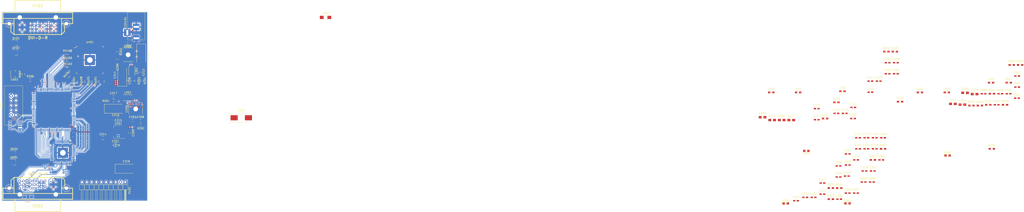
<source format=kicad_pcb>
(kicad_pcb (version 20160815) (host pcbnew "(2017-01-20 revision 2de913797)-master")

  (general
    (links 511)
    (no_connects 291)
    (area 11.9625 6.632499 553.110993 118.867501)
    (thickness 1.6)
    (drawings 4)
    (tracks 2662)
    (zones 0)
    (modules 139)
    (nets 227)
  )

  (page A4)
  (layers
    (0 F.Cu signal)
    (1 In1.Cu signal)
    (2 In2.Cu signal)
    (31 B.Cu signal)
    (32 B.Adhes user)
    (33 F.Adhes user)
    (34 B.Paste user)
    (35 F.Paste user)
    (36 B.SilkS user)
    (37 F.SilkS user)
    (38 B.Mask user)
    (39 F.Mask user)
    (40 Dwgs.User user)
    (41 Cmts.User user)
    (42 Eco1.User user)
    (43 Eco2.User user)
    (44 Edge.Cuts user)
    (45 Margin user)
    (46 B.CrtYd user)
    (47 F.CrtYd user)
    (48 B.Fab user hide)
    (49 F.Fab user hide)
  )

  (setup
    (last_trace_width 0.6)
    (user_trace_width 0.16)
    (user_trace_width 0.25)
    (user_trace_width 0.4)
    (user_trace_width 0.6)
    (user_trace_width 1.5)
    (trace_clearance 0.16)
    (zone_clearance 0.18)
    (zone_45_only no)
    (trace_min 0.16)
    (segment_width 0.2)
    (edge_width 0.1)
    (via_size 0.5)
    (via_drill 0.3)
    (via_min_size 0.5)
    (via_min_drill 0.3)
    (user_via 0.5 0.3)
    (user_via 0.8 0.5)
    (user_via 2.8 2.5)
    (uvia_size 0.3)
    (uvia_drill 0.1)
    (uvias_allowed no)
    (uvia_min_size 0.2)
    (uvia_min_drill 0.1)
    (pcb_text_width 0.3)
    (pcb_text_size 1.5 1.5)
    (mod_edge_width 0.15)
    (mod_text_size 1 1)
    (mod_text_width 0.15)
    (pad_size 1.5 1.5)
    (pad_drill 0.6)
    (pad_to_mask_clearance 0.2)
    (solder_mask_min_width 0.16)
    (aux_axis_origin 0 0)
    (visible_elements FFFFFF7F)
    (pcbplotparams
      (layerselection 0x00030_ffffffff)
      (usegerberextensions false)
      (excludeedgelayer true)
      (linewidth 0.100000)
      (plotframeref false)
      (viasonmask false)
      (mode 1)
      (useauxorigin false)
      (hpglpennumber 1)
      (hpglpenspeed 20)
      (hpglpendiameter 15)
      (psnegative false)
      (psa4output false)
      (plotreference true)
      (plotvalue true)
      (plotinvisibletext false)
      (padsonsilk false)
      (subtractmaskfromsilk false)
      (outputformat 1)
      (mirror false)
      (drillshape 1)
      (scaleselection 1)
      (outputdirectory ""))
  )

  (net 0 "")
  (net 1 GND)
  (net 2 /power/VIN)
  (net 3 +2V5)
  (net 4 +3V3)
  (net 5 +1V2)
  (net 6 "Net-(C217-Pad2)")
  (net 7 "Net-(C218-Pad2)")
  (net 8 +V_IO)
  (net 9 /dvi_in/PVDD)
  (net 10 /dvi_in/DVDD)
  (net 11 /dvi_in/AVDD)
  (net 12 +5V)
  (net 13 /dvi_out/TVDD)
  (net 14 /dvi_out/DVDD)
  (net 15 /dvi_out/PVDD)
  (net 16 "Net-(D201-Pad1)")
  (net 17 "Net-(D301-Pad1)")
  (net 18 "Net-(D301-Pad2)")
  (net 19 "Net-(D302-Pad2)")
  (net 20 "Net-(D302-Pad1)")
  (net 21 "Net-(D303-Pad1)")
  (net 22 "Net-(D303-Pad2)")
  (net 23 "Net-(F501-Pad1)")
  (net 24 /GPIO7)
  (net 25 /GPIO6)
  (net 26 /GPIO5)
  (net 27 /GPIO4)
  (net 28 /GPIO3)
  (net 29 /GPIO2)
  (net 30 /GPIO1)
  (net 31 /GPIO0)
  (net 32 "Net-(P301-Pad9)")
  (net 33 "Net-(P301-Pad8)")
  (net 34 "Net-(P301-Pad7)")
  (net 35 "Net-(P301-Pad6)")
  (net 36 "Net-(P301-Pad5)")
  (net 37 "Net-(P301-Pad3)")
  (net 38 "Net-(P301-Pad1)")
  (net 39 /dvi_in/DDCDAT_)
  (net 40 /dvi_in/DDCDAT_IN)
  (net 41 /dvi_in/DDCCLK_IN)
  (net 42 /dvi_in/DDCCLK_)
  (net 43 /dvi_out/DDCDAT_)
  (net 44 /dvi_out/DDCDAT)
  (net 45 /dvi_out/DDCCLK)
  (net 46 /dvi_out/DDCCLK_)
  (net 47 "Net-(R301-Pad1)")
  (net 48 "Net-(R302-Pad1)")
  (net 49 "Net-(R303-Pad1)")
  (net 50 "Net-(R307-Pad2)")
  (net 51 /fpga/CLK50)
  (net 52 /dvi_out/TXCLK+)
  (net 53 "Net-(R308-Pad1)")
  (net 54 /dvi_in/HOTPLUG)
  (net 55 "Net-(R501-Pad1)")
  (net 56 /dvi_out/MSEN)
  (net 57 "Net-(R503-Pad2)")
  (net 58 /dvi_out/HOTPLUG)
  (net 59 "Net-(R504-Pad1)")
  (net 60 /dvi_out/VSYNC)
  (net 61 /dvi_out/HSYNC)
  (net 62 /dvi_out/DE)
  (net 63 /dvi_out/CTL3)
  (net 64 /dvi_out/CTL2)
  (net 65 /dvi_out/CTL1)
  (net 66 "Net-(RN401-Pad7)")
  (net 67 "Net-(RN401-Pad6)")
  (net 68 "Net-(RN401-Pad5)")
  (net 69 "Net-(RN401-Pad8)")
  (net 70 "Net-(RN401-Pad4)")
  (net 71 /dvi_in/HSYNC)
  (net 72 /dvi_in/VSYNC)
  (net 73 /dvi_in/DE)
  (net 74 "Net-(RN402-Pad7)")
  (net 75 "Net-(RN402-Pad6)")
  (net 76 "Net-(RN402-Pad5)")
  (net 77 "Net-(RN402-Pad8)")
  (net 78 /dvi_in/DATI3)
  (net 79 /dvi_in/DATI2)
  (net 80 /dvi_in/DATI1)
  (net 81 /dvi_in/DATI0)
  (net 82 "Net-(RN403-Pad7)")
  (net 83 "Net-(RN403-Pad6)")
  (net 84 "Net-(RN403-Pad5)")
  (net 85 "Net-(RN403-Pad8)")
  (net 86 /dvi_in/DATI11)
  (net 87 /dvi_in/DATI10)
  (net 88 /dvi_in/DATI9)
  (net 89 /dvi_in/DATI8)
  (net 90 "Net-(RN404-Pad7)")
  (net 91 "Net-(RN404-Pad6)")
  (net 92 "Net-(RN404-Pad5)")
  (net 93 "Net-(RN404-Pad8)")
  (net 94 /dvi_in/DATI19)
  (net 95 /dvi_in/DATI18)
  (net 96 /dvi_in/DATI17)
  (net 97 /dvi_in/DATI16)
  (net 98 /dvi_in/CTL1)
  (net 99 /dvi_in/CTL2)
  (net 100 /dvi_in/CTL3)
  (net 101 /fpga/CLKIN)
  (net 102 "Net-(RN405-Pad8)")
  (net 103 "Net-(RN405-Pad5)")
  (net 104 "Net-(RN405-Pad6)")
  (net 105 "Net-(RN405-Pad7)")
  (net 106 /dvi_in/DATI4)
  (net 107 /dvi_in/DATI5)
  (net 108 /dvi_in/DATI6)
  (net 109 /dvi_in/DATI7)
  (net 110 "Net-(RN406-Pad8)")
  (net 111 "Net-(RN406-Pad5)")
  (net 112 "Net-(RN406-Pad6)")
  (net 113 "Net-(RN406-Pad7)")
  (net 114 /dvi_in/DATI12)
  (net 115 /dvi_in/DATI13)
  (net 116 /dvi_in/DATI14)
  (net 117 /dvi_in/DATI15)
  (net 118 "Net-(RN407-Pad8)")
  (net 119 "Net-(RN407-Pad5)")
  (net 120 "Net-(RN407-Pad6)")
  (net 121 "Net-(RN407-Pad7)")
  (net 122 /dvi_in/DATI20)
  (net 123 /dvi_in/DATI21)
  (net 124 /dvi_in/DATI22)
  (net 125 /dvi_in/DATI23)
  (net 126 "Net-(RN408-Pad8)")
  (net 127 "Net-(RN408-Pad5)")
  (net 128 "Net-(RN408-Pad6)")
  (net 129 "Net-(RN408-Pad7)")
  (net 130 "Net-(U202-Pad3)")
  (net 131 "Net-(L201-Pad1)")
  (net 132 "Net-(L202-Pad1)")
  (net 133 "Net-(U203-Pad3)")
  (net 134 /fpga/DCLK)
  (net 135 /fpga/ASDI)
  (net 136 /fpga/DATA)
  (net 137 /fpga/nCS)
  (net 138 /dvi_out/DATO23)
  (net 139 /dvi_out/DATO22)
  (net 140 /dvi_out/DATO21)
  (net 141 /dvi_out/DATO20)
  (net 142 /dvi_out/DATO19)
  (net 143 /dvi_out/DATO18)
  (net 144 /dvi_out/DATO17)
  (net 145 /dvi_out/DATO16)
  (net 146 /dvi_out/DATO15)
  (net 147 /dvi_out/DATO14)
  (net 148 /dvi_out/DATO13)
  (net 149 /dvi_out/DATO12)
  (net 150 "Net-(U302-Pad127)")
  (net 151 /dvi_out/DATO11)
  (net 152 /dvi_out/DATO10)
  (net 153 /dvi_out/DATO9)
  (net 154 /dvi_out/DATO8)
  (net 155 /dvi_out/DATO7)
  (net 156 /dvi_out/DATO6)
  (net 157 /dvi_out/DATO5)
  (net 158 /dvi_out/DATO4)
  (net 159 /dvi_out/DATO3)
  (net 160 /dvi_out/DATO2)
  (net 161 /dvi_out/DATO1)
  (net 162 /dvi_out/DATO0)
  (net 163 "Net-(U302-Pad99)")
  (net 164 "Net-(U302-Pad84)")
  (net 165 "Net-(U302-Pad83)")
  (net 166 /dvi_in/LINK_ACT)
  (net 167 /dvi_in/PDOWN)
  (net 168 /dvi_out/EDGE)
  (net 169 /dvi_out/DKEN)
  (net 170 "Net-(U303-Pad1)")
  (net 171 "Net-(U401-Pad96)")
  (net 172 /dvi_in/RxC-)
  (net 173 /dvi_in/RxC+)
  (net 174 /dvi_in/Rx0-)
  (net 175 /dvi_in/Rx0+)
  (net 176 /dvi_in/Rx1-)
  (net 177 /dvi_in/Rx1+)
  (net 178 /dvi_in/Rx2-)
  (net 179 /dvi_in/Rx2+)
  (net 180 "Net-(U401-Pad77)")
  (net 181 "Net-(U401-Pad75)")
  (net 182 "Net-(U401-Pad74)")
  (net 183 "Net-(U401-Pad73)")
  (net 184 "Net-(U401-Pad72)")
  (net 185 "Net-(U401-Pad71)")
  (net 186 "Net-(U401-Pad70)")
  (net 187 "Net-(U401-Pad69)")
  (net 188 "Net-(U401-Pad66)")
  (net 189 "Net-(U401-Pad65)")
  (net 190 "Net-(U401-Pad64)")
  (net 191 "Net-(U401-Pad63)")
  (net 192 "Net-(U401-Pad62)")
  (net 193 "Net-(U401-Pad61)")
  (net 194 "Net-(U401-Pad60)")
  (net 195 "Net-(U401-Pad59)")
  (net 196 "Net-(U401-Pad56)")
  (net 197 "Net-(U401-Pad55)")
  (net 198 "Net-(U401-Pad54)")
  (net 199 "Net-(U401-Pad53)")
  (net 200 "Net-(U401-Pad52)")
  (net 201 "Net-(U401-Pad51)")
  (net 202 "Net-(U401-Pad50)")
  (net 203 "Net-(U401-Pad49)")
  (net 204 /dvi_out/TXC-)
  (net 205 /dvi_out/TXC+)
  (net 206 /dvi_out/TX0-)
  (net 207 /dvi_out/TX0+)
  (net 208 /dvi_out/TX1-)
  (net 209 /dvi_out/TX1+)
  (net 210 /dvi_out/TX2-)
  (net 211 /dvi_out/TX2+)
  (net 212 "Net-(U501-Pad49)")
  (net 213 "Net-(X401-Pad4)")
  (net 214 "Net-(X401-Pad5)")
  (net 215 "Net-(X401-Pad12)")
  (net 216 "Net-(X401-Pad13)")
  (net 217 "Net-(X401-Pad20)")
  (net 218 "Net-(X401-Pad21)")
  (net 219 "Net-(X401-Pad8)")
  (net 220 "Net-(X501-Pad8)")
  (net 221 "Net-(X501-Pad21)")
  (net 222 "Net-(X501-Pad20)")
  (net 223 "Net-(X501-Pad13)")
  (net 224 "Net-(X501-Pad12)")
  (net 225 "Net-(X501-Pad5)")
  (net 226 "Net-(X501-Pad4)")

  (net_class Default "This is the default net class."
    (clearance 0.16)
    (trace_width 0.2)
    (via_dia 0.5)
    (via_drill 0.3)
    (uvia_dia 0.3)
    (uvia_drill 0.1)
    (diff_pair_gap 0.2)
    (diff_pair_width 0.16)
    (add_net +1V2)
    (add_net +2V5)
    (add_net +3V3)
    (add_net +5V)
    (add_net +V_IO)
    (add_net /GPIO0)
    (add_net /GPIO1)
    (add_net /GPIO2)
    (add_net /GPIO3)
    (add_net /GPIO4)
    (add_net /GPIO5)
    (add_net /GPIO6)
    (add_net /GPIO7)
    (add_net /dvi_in/AVDD)
    (add_net /dvi_in/CTL1)
    (add_net /dvi_in/CTL2)
    (add_net /dvi_in/CTL3)
    (add_net /dvi_in/DATI0)
    (add_net /dvi_in/DATI1)
    (add_net /dvi_in/DATI10)
    (add_net /dvi_in/DATI11)
    (add_net /dvi_in/DATI12)
    (add_net /dvi_in/DATI13)
    (add_net /dvi_in/DATI14)
    (add_net /dvi_in/DATI15)
    (add_net /dvi_in/DATI16)
    (add_net /dvi_in/DATI17)
    (add_net /dvi_in/DATI18)
    (add_net /dvi_in/DATI19)
    (add_net /dvi_in/DATI2)
    (add_net /dvi_in/DATI20)
    (add_net /dvi_in/DATI21)
    (add_net /dvi_in/DATI22)
    (add_net /dvi_in/DATI23)
    (add_net /dvi_in/DATI3)
    (add_net /dvi_in/DATI4)
    (add_net /dvi_in/DATI5)
    (add_net /dvi_in/DATI6)
    (add_net /dvi_in/DATI7)
    (add_net /dvi_in/DATI8)
    (add_net /dvi_in/DATI9)
    (add_net /dvi_in/DDCCLK_)
    (add_net /dvi_in/DDCCLK_IN)
    (add_net /dvi_in/DDCDAT_)
    (add_net /dvi_in/DDCDAT_IN)
    (add_net /dvi_in/DE)
    (add_net /dvi_in/DVDD)
    (add_net /dvi_in/HOTPLUG)
    (add_net /dvi_in/HSYNC)
    (add_net /dvi_in/LINK_ACT)
    (add_net /dvi_in/PDOWN)
    (add_net /dvi_in/PVDD)
    (add_net /dvi_in/Rx0+)
    (add_net /dvi_in/Rx0-)
    (add_net /dvi_in/Rx1+)
    (add_net /dvi_in/Rx1-)
    (add_net /dvi_in/Rx2+)
    (add_net /dvi_in/Rx2-)
    (add_net /dvi_in/RxC+)
    (add_net /dvi_in/RxC-)
    (add_net /dvi_in/VSYNC)
    (add_net /dvi_out/CTL1)
    (add_net /dvi_out/CTL2)
    (add_net /dvi_out/CTL3)
    (add_net /dvi_out/DATO0)
    (add_net /dvi_out/DATO1)
    (add_net /dvi_out/DATO10)
    (add_net /dvi_out/DATO11)
    (add_net /dvi_out/DATO12)
    (add_net /dvi_out/DATO13)
    (add_net /dvi_out/DATO14)
    (add_net /dvi_out/DATO15)
    (add_net /dvi_out/DATO16)
    (add_net /dvi_out/DATO17)
    (add_net /dvi_out/DATO18)
    (add_net /dvi_out/DATO19)
    (add_net /dvi_out/DATO2)
    (add_net /dvi_out/DATO20)
    (add_net /dvi_out/DATO21)
    (add_net /dvi_out/DATO22)
    (add_net /dvi_out/DATO23)
    (add_net /dvi_out/DATO3)
    (add_net /dvi_out/DATO4)
    (add_net /dvi_out/DATO5)
    (add_net /dvi_out/DATO6)
    (add_net /dvi_out/DATO7)
    (add_net /dvi_out/DATO8)
    (add_net /dvi_out/DATO9)
    (add_net /dvi_out/DDCCLK)
    (add_net /dvi_out/DDCCLK_)
    (add_net /dvi_out/DDCDAT)
    (add_net /dvi_out/DDCDAT_)
    (add_net /dvi_out/DE)
    (add_net /dvi_out/DKEN)
    (add_net /dvi_out/DVDD)
    (add_net /dvi_out/EDGE)
    (add_net /dvi_out/HOTPLUG)
    (add_net /dvi_out/HSYNC)
    (add_net /dvi_out/MSEN)
    (add_net /dvi_out/PVDD)
    (add_net /dvi_out/TVDD)
    (add_net /dvi_out/TX0+)
    (add_net /dvi_out/TX0-)
    (add_net /dvi_out/TX1+)
    (add_net /dvi_out/TX1-)
    (add_net /dvi_out/TX2+)
    (add_net /dvi_out/TX2-)
    (add_net /dvi_out/TXC+)
    (add_net /dvi_out/TXC-)
    (add_net /dvi_out/TXCLK+)
    (add_net /dvi_out/VSYNC)
    (add_net /fpga/ASDI)
    (add_net /fpga/CLK50)
    (add_net /fpga/CLKIN)
    (add_net /fpga/DATA)
    (add_net /fpga/DCLK)
    (add_net /fpga/nCS)
    (add_net /power/VIN)
    (add_net GND)
    (add_net "Net-(C217-Pad2)")
    (add_net "Net-(C218-Pad2)")
    (add_net "Net-(D201-Pad1)")
    (add_net "Net-(D301-Pad1)")
    (add_net "Net-(D301-Pad2)")
    (add_net "Net-(D302-Pad1)")
    (add_net "Net-(D302-Pad2)")
    (add_net "Net-(D303-Pad1)")
    (add_net "Net-(D303-Pad2)")
    (add_net "Net-(F501-Pad1)")
    (add_net "Net-(L201-Pad1)")
    (add_net "Net-(L202-Pad1)")
    (add_net "Net-(P301-Pad1)")
    (add_net "Net-(P301-Pad3)")
    (add_net "Net-(P301-Pad5)")
    (add_net "Net-(P301-Pad6)")
    (add_net "Net-(P301-Pad7)")
    (add_net "Net-(P301-Pad8)")
    (add_net "Net-(P301-Pad9)")
    (add_net "Net-(R301-Pad1)")
    (add_net "Net-(R302-Pad1)")
    (add_net "Net-(R303-Pad1)")
    (add_net "Net-(R307-Pad2)")
    (add_net "Net-(R308-Pad1)")
    (add_net "Net-(R501-Pad1)")
    (add_net "Net-(R503-Pad2)")
    (add_net "Net-(R504-Pad1)")
    (add_net "Net-(RN401-Pad4)")
    (add_net "Net-(RN401-Pad5)")
    (add_net "Net-(RN401-Pad6)")
    (add_net "Net-(RN401-Pad7)")
    (add_net "Net-(RN401-Pad8)")
    (add_net "Net-(RN402-Pad5)")
    (add_net "Net-(RN402-Pad6)")
    (add_net "Net-(RN402-Pad7)")
    (add_net "Net-(RN402-Pad8)")
    (add_net "Net-(RN403-Pad5)")
    (add_net "Net-(RN403-Pad6)")
    (add_net "Net-(RN403-Pad7)")
    (add_net "Net-(RN403-Pad8)")
    (add_net "Net-(RN404-Pad5)")
    (add_net "Net-(RN404-Pad6)")
    (add_net "Net-(RN404-Pad7)")
    (add_net "Net-(RN404-Pad8)")
    (add_net "Net-(RN405-Pad5)")
    (add_net "Net-(RN405-Pad6)")
    (add_net "Net-(RN405-Pad7)")
    (add_net "Net-(RN405-Pad8)")
    (add_net "Net-(RN406-Pad5)")
    (add_net "Net-(RN406-Pad6)")
    (add_net "Net-(RN406-Pad7)")
    (add_net "Net-(RN406-Pad8)")
    (add_net "Net-(RN407-Pad5)")
    (add_net "Net-(RN407-Pad6)")
    (add_net "Net-(RN407-Pad7)")
    (add_net "Net-(RN407-Pad8)")
    (add_net "Net-(RN408-Pad5)")
    (add_net "Net-(RN408-Pad6)")
    (add_net "Net-(RN408-Pad7)")
    (add_net "Net-(RN408-Pad8)")
    (add_net "Net-(U202-Pad3)")
    (add_net "Net-(U203-Pad3)")
    (add_net "Net-(U302-Pad127)")
    (add_net "Net-(U302-Pad83)")
    (add_net "Net-(U302-Pad84)")
    (add_net "Net-(U302-Pad99)")
    (add_net "Net-(U303-Pad1)")
    (add_net "Net-(U401-Pad49)")
    (add_net "Net-(U401-Pad50)")
    (add_net "Net-(U401-Pad51)")
    (add_net "Net-(U401-Pad52)")
    (add_net "Net-(U401-Pad53)")
    (add_net "Net-(U401-Pad54)")
    (add_net "Net-(U401-Pad55)")
    (add_net "Net-(U401-Pad56)")
    (add_net "Net-(U401-Pad59)")
    (add_net "Net-(U401-Pad60)")
    (add_net "Net-(U401-Pad61)")
    (add_net "Net-(U401-Pad62)")
    (add_net "Net-(U401-Pad63)")
    (add_net "Net-(U401-Pad64)")
    (add_net "Net-(U401-Pad65)")
    (add_net "Net-(U401-Pad66)")
    (add_net "Net-(U401-Pad69)")
    (add_net "Net-(U401-Pad70)")
    (add_net "Net-(U401-Pad71)")
    (add_net "Net-(U401-Pad72)")
    (add_net "Net-(U401-Pad73)")
    (add_net "Net-(U401-Pad74)")
    (add_net "Net-(U401-Pad75)")
    (add_net "Net-(U401-Pad77)")
    (add_net "Net-(U401-Pad96)")
    (add_net "Net-(U501-Pad49)")
    (add_net "Net-(X401-Pad12)")
    (add_net "Net-(X401-Pad13)")
    (add_net "Net-(X401-Pad20)")
    (add_net "Net-(X401-Pad21)")
    (add_net "Net-(X401-Pad4)")
    (add_net "Net-(X401-Pad5)")
    (add_net "Net-(X401-Pad8)")
    (add_net "Net-(X501-Pad12)")
    (add_net "Net-(X501-Pad13)")
    (add_net "Net-(X501-Pad20)")
    (add_net "Net-(X501-Pad21)")
    (add_net "Net-(X501-Pad4)")
    (add_net "Net-(X501-Pad5)")
    (add_net "Net-(X501-Pad8)")
  )

  (module Inductors:Inductor_Taiyo-Yuden_NR-30xx_HandSoldering (layer F.Cu) (tedit 574C3AE3) (tstamp 587BC89E)
    (at 79.48 58.38 180)
    (descr "Inductor, Taiyo Yuden, NR series, Taiyo-Yuden_NR-30xx, 3.0mmx3.0mm")
    (tags "inductor taiyo-yuden nr smd")
    (path /5839A46D/587999C1)
    (attr smd)
    (fp_text reference L202 (at 0.05 2.69 180) (layer F.SilkS)
      (effects (font (size 1 1) (thickness 0.15)))
    )
    (fp_text value 490nH-1uH (at 0 3 180) (layer F.Fab)
      (effects (font (size 1 1) (thickness 0.15)))
    )
    (fp_line (start -1.5 0) (end -1.5 -0.95) (layer F.Fab) (width 0.15))
    (fp_line (start -1.5 -0.95) (end -0.95 -1.5) (layer F.Fab) (width 0.15))
    (fp_line (start -0.95 -1.5) (end 0 -1.5) (layer F.Fab) (width 0.15))
    (fp_line (start 1.5 0) (end 1.5 -0.95) (layer F.Fab) (width 0.15))
    (fp_line (start 1.5 -0.95) (end 0.95 -1.5) (layer F.Fab) (width 0.15))
    (fp_line (start 0.95 -1.5) (end 0 -1.5) (layer F.Fab) (width 0.15))
    (fp_line (start 1.5 0) (end 1.5 0.95) (layer F.Fab) (width 0.15))
    (fp_line (start 1.5 0.95) (end 0.95 1.5) (layer F.Fab) (width 0.15))
    (fp_line (start 0.95 1.5) (end 0 1.5) (layer F.Fab) (width 0.15))
    (fp_line (start -1.5 0) (end -1.5 0.95) (layer F.Fab) (width 0.15))
    (fp_line (start -1.5 0.95) (end -0.95 1.5) (layer F.Fab) (width 0.15))
    (fp_line (start -0.95 1.5) (end 0 1.5) (layer F.Fab) (width 0.15))
    (fp_line (start -2.5 -1.6) (end 2.5 -1.6) (layer F.SilkS) (width 0.15))
    (fp_line (start -2.5 1.6) (end 2.5 1.6) (layer F.SilkS) (width 0.15))
    (fp_line (start -2.75 -1.8) (end -2.75 1.8) (layer F.CrtYd) (width 0.05))
    (fp_line (start -2.75 1.8) (end 2.75 1.8) (layer F.CrtYd) (width 0.05))
    (fp_line (start 2.75 1.8) (end 2.75 -1.8) (layer F.CrtYd) (width 0.05))
    (fp_line (start 2.75 -1.8) (end -2.75 -1.8) (layer F.CrtYd) (width 0.05))
    (pad 1 smd rect (at -1.6 0 180) (size 1.8 2.9) (layers F.Cu F.Paste F.Mask)
      (net 132 "Net-(L202-Pad1)"))
    (pad 2 smd rect (at 1.6 0 180) (size 1.8 2.9) (layers F.Cu F.Paste F.Mask)
      (net 5 +1V2))
    (model Inductors.3dshapes/Inductor_Taiyo-Yuden_NR-30xx.wrl
      (at (xyz 0 0 0))
      (scale (xyz 1 1 1))
      (rotate (xyz 0 0 0))
    )
  )

  (module Capacitors_Tantalum_SMD:Tantalum_Case-D_EIA-7343-31_Hand (layer F.Cu) (tedit 57B6E980) (tstamp 58797C0F)
    (at 86.6 35.97 270)
    (descr "Tantalum capacitor, Case D, EIA 7343-31, 7.3x4.3x2.8mm, Hand soldering footprint")
    (tags "capacitor tantalum smd")
    (path /5839A46D/58797306)
    (attr smd)
    (fp_text reference C201 (at 0 -3.9 270) (layer F.SilkS)
      (effects (font (size 1 1) (thickness 0.15)))
    )
    (fp_text value 100u (at 0 3.9 270) (layer F.Fab)
      (effects (font (size 1 1) (thickness 0.15)))
    )
    (fp_line (start -5.95 -2.4) (end -5.95 2.4) (layer F.SilkS) (width 0.15))
    (fp_line (start -5.95 2.4) (end 3.65 2.4) (layer F.SilkS) (width 0.15))
    (fp_line (start -5.95 -2.4) (end 3.65 -2.4) (layer F.SilkS) (width 0.15))
    (fp_line (start -2.555 -2.15) (end -2.555 2.15) (layer F.Fab) (width 0.15))
    (fp_line (start -2.92 -2.15) (end -2.92 2.15) (layer F.Fab) (width 0.15))
    (fp_line (start 3.65 -2.15) (end -3.65 -2.15) (layer F.Fab) (width 0.15))
    (fp_line (start 3.65 2.15) (end 3.65 -2.15) (layer F.Fab) (width 0.15))
    (fp_line (start -3.65 2.15) (end 3.65 2.15) (layer F.Fab) (width 0.15))
    (fp_line (start -3.65 -2.15) (end -3.65 2.15) (layer F.Fab) (width 0.15))
    (fp_line (start 6.05 -2.5) (end -6.05 -2.5) (layer F.CrtYd) (width 0.05))
    (fp_line (start 6.05 2.5) (end 6.05 -2.5) (layer F.CrtYd) (width 0.05))
    (fp_line (start -6.05 2.5) (end 6.05 2.5) (layer F.CrtYd) (width 0.05))
    (fp_line (start -6.05 -2.5) (end -6.05 2.5) (layer F.CrtYd) (width 0.05))
    (pad 2 smd rect (at 3.775 0 270) (size 3.75 2.7) (layers F.Cu F.Paste F.Mask)
      (net 1 GND))
    (pad 1 smd rect (at -3.775 0 270) (size 3.75 2.7) (layers F.Cu F.Paste F.Mask)
      (net 2 /power/VIN))
    (model Capacitors_Tantalum_SMD.3dshapes/Tantalum_Case-D_EIA-7343-31.wrl
      (at (xyz 0 0 0))
      (scale (xyz 1 1 1))
      (rotate (xyz 0 0 0))
    )
  )

  (module Capacitors_SMD:C_0603_HandSoldering (layer F.Cu) (tedit 541A9B4D) (tstamp 58797C1F)
    (at 74.02 34.11 270)
    (descr "Capacitor SMD 0603, hand soldering")
    (tags "capacitor 0603")
    (path /5839A46D/5879A330)
    (attr smd)
    (fp_text reference C202 (at 0 -1.9 270) (layer F.SilkS)
      (effects (font (size 1 1) (thickness 0.15)))
    )
    (fp_text value 100n (at 0 1.9 270) (layer F.Fab)
      (effects (font (size 1 1) (thickness 0.15)))
    )
    (fp_line (start -0.8 0.4) (end -0.8 -0.4) (layer F.Fab) (width 0.15))
    (fp_line (start 0.8 0.4) (end -0.8 0.4) (layer F.Fab) (width 0.15))
    (fp_line (start 0.8 -0.4) (end 0.8 0.4) (layer F.Fab) (width 0.15))
    (fp_line (start -0.8 -0.4) (end 0.8 -0.4) (layer F.Fab) (width 0.15))
    (fp_line (start -1.85 -0.75) (end 1.85 -0.75) (layer F.CrtYd) (width 0.05))
    (fp_line (start -1.85 0.75) (end 1.85 0.75) (layer F.CrtYd) (width 0.05))
    (fp_line (start -1.85 -0.75) (end -1.85 0.75) (layer F.CrtYd) (width 0.05))
    (fp_line (start 1.85 -0.75) (end 1.85 0.75) (layer F.CrtYd) (width 0.05))
    (fp_line (start -0.35 -0.6) (end 0.35 -0.6) (layer F.SilkS) (width 0.15))
    (fp_line (start 0.35 0.6) (end -0.35 0.6) (layer F.SilkS) (width 0.15))
    (pad 1 smd rect (at -0.95 0 270) (size 1.2 0.75) (layers F.Cu F.Paste F.Mask)
      (net 2 /power/VIN))
    (pad 2 smd rect (at 0.95 0 270) (size 1.2 0.75) (layers F.Cu F.Paste F.Mask)
      (net 1 GND))
    (model Capacitors_SMD.3dshapes/C_0603_HandSoldering.wrl
      (at (xyz 0 0 0))
      (scale (xyz 1 1 1))
      (rotate (xyz 0 0 0))
    )
  )

  (module Capacitors_SMD:C_0603_HandSoldering (layer B.Cu) (tedit 541A9B4D) (tstamp 58797C2F)
    (at 81.67 61.6 270)
    (descr "Capacitor SMD 0603, hand soldering")
    (tags "capacitor 0603")
    (path /5839A46D/58797543)
    (attr smd)
    (fp_text reference C203 (at 0 1.9 270) (layer B.SilkS)
      (effects (font (size 1 1) (thickness 0.15)) (justify mirror))
    )
    (fp_text value 100n (at 0 -1.9 270) (layer B.Fab)
      (effects (font (size 1 1) (thickness 0.15)) (justify mirror))
    )
    (fp_line (start 0.35 -0.6) (end -0.35 -0.6) (layer B.SilkS) (width 0.15))
    (fp_line (start -0.35 0.6) (end 0.35 0.6) (layer B.SilkS) (width 0.15))
    (fp_line (start 1.85 0.75) (end 1.85 -0.75) (layer B.CrtYd) (width 0.05))
    (fp_line (start -1.85 0.75) (end -1.85 -0.75) (layer B.CrtYd) (width 0.05))
    (fp_line (start -1.85 -0.75) (end 1.85 -0.75) (layer B.CrtYd) (width 0.05))
    (fp_line (start -1.85 0.75) (end 1.85 0.75) (layer B.CrtYd) (width 0.05))
    (fp_line (start -0.8 0.4) (end 0.8 0.4) (layer B.Fab) (width 0.15))
    (fp_line (start 0.8 0.4) (end 0.8 -0.4) (layer B.Fab) (width 0.15))
    (fp_line (start 0.8 -0.4) (end -0.8 -0.4) (layer B.Fab) (width 0.15))
    (fp_line (start -0.8 -0.4) (end -0.8 0.4) (layer B.Fab) (width 0.15))
    (pad 2 smd rect (at 0.95 0 270) (size 1.2 0.75) (layers B.Cu B.Paste B.Mask)
      (net 1 GND))
    (pad 1 smd rect (at -0.95 0 270) (size 1.2 0.75) (layers B.Cu B.Paste B.Mask)
      (net 2 /power/VIN))
    (model Capacitors_SMD.3dshapes/C_0603_HandSoldering.wrl
      (at (xyz 0 0 0))
      (scale (xyz 1 1 1))
      (rotate (xyz 0 0 0))
    )
  )

  (module Capacitors_SMD:C_0805_HandSoldering (layer B.Cu) (tedit 541A9B8D) (tstamp 58797C3F)
    (at 86.19 61.44 270)
    (descr "Capacitor SMD 0805, hand soldering")
    (tags "capacitor 0805")
    (path /5839A46D/58797422)
    (attr smd)
    (fp_text reference C204 (at 0 2.1 270) (layer B.SilkS)
      (effects (font (size 1 1) (thickness 0.15)) (justify mirror))
    )
    (fp_text value 10u (at 0 -2.1 270) (layer B.Fab)
      (effects (font (size 1 1) (thickness 0.15)) (justify mirror))
    )
    (fp_line (start -1 -0.625) (end -1 0.625) (layer B.Fab) (width 0.15))
    (fp_line (start 1 -0.625) (end -1 -0.625) (layer B.Fab) (width 0.15))
    (fp_line (start 1 0.625) (end 1 -0.625) (layer B.Fab) (width 0.15))
    (fp_line (start -1 0.625) (end 1 0.625) (layer B.Fab) (width 0.15))
    (fp_line (start -2.3 1) (end 2.3 1) (layer B.CrtYd) (width 0.05))
    (fp_line (start -2.3 -1) (end 2.3 -1) (layer B.CrtYd) (width 0.05))
    (fp_line (start -2.3 1) (end -2.3 -1) (layer B.CrtYd) (width 0.05))
    (fp_line (start 2.3 1) (end 2.3 -1) (layer B.CrtYd) (width 0.05))
    (fp_line (start 0.5 0.85) (end -0.5 0.85) (layer B.SilkS) (width 0.15))
    (fp_line (start -0.5 -0.85) (end 0.5 -0.85) (layer B.SilkS) (width 0.15))
    (pad 1 smd rect (at -1.25 0 270) (size 1.5 1.25) (layers B.Cu B.Paste B.Mask)
      (net 2 /power/VIN))
    (pad 2 smd rect (at 1.25 0 270) (size 1.5 1.25) (layers B.Cu B.Paste B.Mask)
      (net 1 GND))
    (model Capacitors_SMD.3dshapes/C_0805_HandSoldering.wrl
      (at (xyz 0 0 0))
      (scale (xyz 1 1 1))
      (rotate (xyz 0 0 0))
    )
  )

  (module Capacitors_SMD:C_0603_HandSoldering (layer F.Cu) (tedit 541A9B4D) (tstamp 58797C4F)
    (at 79.44 29.61 180)
    (descr "Capacitor SMD 0603, hand soldering")
    (tags "capacitor 0603")
    (path /5839A46D/5879A32A)
    (attr smd)
    (fp_text reference C205 (at 0 -1.9 180) (layer F.SilkS)
      (effects (font (size 1 1) (thickness 0.15)))
    )
    (fp_text value 100n (at 0 1.9 180) (layer F.Fab)
      (effects (font (size 1 1) (thickness 0.15)))
    )
    (fp_line (start 0.35 0.6) (end -0.35 0.6) (layer F.SilkS) (width 0.15))
    (fp_line (start -0.35 -0.6) (end 0.35 -0.6) (layer F.SilkS) (width 0.15))
    (fp_line (start 1.85 -0.75) (end 1.85 0.75) (layer F.CrtYd) (width 0.05))
    (fp_line (start -1.85 -0.75) (end -1.85 0.75) (layer F.CrtYd) (width 0.05))
    (fp_line (start -1.85 0.75) (end 1.85 0.75) (layer F.CrtYd) (width 0.05))
    (fp_line (start -1.85 -0.75) (end 1.85 -0.75) (layer F.CrtYd) (width 0.05))
    (fp_line (start -0.8 -0.4) (end 0.8 -0.4) (layer F.Fab) (width 0.15))
    (fp_line (start 0.8 -0.4) (end 0.8 0.4) (layer F.Fab) (width 0.15))
    (fp_line (start 0.8 0.4) (end -0.8 0.4) (layer F.Fab) (width 0.15))
    (fp_line (start -0.8 0.4) (end -0.8 -0.4) (layer F.Fab) (width 0.15))
    (pad 2 smd rect (at 0.95 0 180) (size 1.2 0.75) (layers F.Cu F.Paste F.Mask)
      (net 1 GND))
    (pad 1 smd rect (at -0.95 0 180) (size 1.2 0.75) (layers F.Cu F.Paste F.Mask)
      (net 2 /power/VIN))
    (model Capacitors_SMD.3dshapes/C_0603_HandSoldering.wrl
      (at (xyz 0 0 0))
      (scale (xyz 1 1 1))
      (rotate (xyz 0 0 0))
    )
  )

  (module Capacitors_SMD:C_0603_HandSoldering (layer F.Cu) (tedit 541A9B4D) (tstamp 58797C5F)
    (at 74.02 38.11 270)
    (descr "Capacitor SMD 0603, hand soldering")
    (tags "capacitor 0603")
    (path /5839A46D/5879A336)
    (attr smd)
    (fp_text reference C206 (at 4.04 -0.04 270) (layer F.SilkS)
      (effects (font (size 1 1) (thickness 0.15)))
    )
    (fp_text value 100n (at 0 1.9 270) (layer F.Fab)
      (effects (font (size 1 1) (thickness 0.15)))
    )
    (fp_line (start 0.35 0.6) (end -0.35 0.6) (layer F.SilkS) (width 0.15))
    (fp_line (start -0.35 -0.6) (end 0.35 -0.6) (layer F.SilkS) (width 0.15))
    (fp_line (start 1.85 -0.75) (end 1.85 0.75) (layer F.CrtYd) (width 0.05))
    (fp_line (start -1.85 -0.75) (end -1.85 0.75) (layer F.CrtYd) (width 0.05))
    (fp_line (start -1.85 0.75) (end 1.85 0.75) (layer F.CrtYd) (width 0.05))
    (fp_line (start -1.85 -0.75) (end 1.85 -0.75) (layer F.CrtYd) (width 0.05))
    (fp_line (start -0.8 -0.4) (end 0.8 -0.4) (layer F.Fab) (width 0.15))
    (fp_line (start 0.8 -0.4) (end 0.8 0.4) (layer F.Fab) (width 0.15))
    (fp_line (start 0.8 0.4) (end -0.8 0.4) (layer F.Fab) (width 0.15))
    (fp_line (start -0.8 0.4) (end -0.8 -0.4) (layer F.Fab) (width 0.15))
    (pad 2 smd rect (at 0.95 0 270) (size 1.2 0.75) (layers F.Cu F.Paste F.Mask)
      (net 1 GND))
    (pad 1 smd rect (at -0.95 0 270) (size 1.2 0.75) (layers F.Cu F.Paste F.Mask)
      (net 2 /power/VIN))
    (model Capacitors_SMD.3dshapes/C_0603_HandSoldering.wrl
      (at (xyz 0 0 0))
      (scale (xyz 1 1 1))
      (rotate (xyz 0 0 0))
    )
  )

  (module Capacitors_SMD:C_0603_HandSoldering (layer F.Cu) (tedit 541A9B4D) (tstamp 58797C6F)
    (at 82.05 70.5)
    (descr "Capacitor SMD 0603, hand soldering")
    (tags "capacitor 0603")
    (path /5839A46D/587974D6)
    (attr smd)
    (fp_text reference C207 (at 0 -1.9) (layer F.SilkS)
      (effects (font (size 1 1) (thickness 0.15)))
    )
    (fp_text value 100n (at 0 1.9) (layer F.Fab)
      (effects (font (size 1 1) (thickness 0.15)))
    )
    (fp_line (start -0.8 0.4) (end -0.8 -0.4) (layer F.Fab) (width 0.15))
    (fp_line (start 0.8 0.4) (end -0.8 0.4) (layer F.Fab) (width 0.15))
    (fp_line (start 0.8 -0.4) (end 0.8 0.4) (layer F.Fab) (width 0.15))
    (fp_line (start -0.8 -0.4) (end 0.8 -0.4) (layer F.Fab) (width 0.15))
    (fp_line (start -1.85 -0.75) (end 1.85 -0.75) (layer F.CrtYd) (width 0.05))
    (fp_line (start -1.85 0.75) (end 1.85 0.75) (layer F.CrtYd) (width 0.05))
    (fp_line (start -1.85 -0.75) (end -1.85 0.75) (layer F.CrtYd) (width 0.05))
    (fp_line (start 1.85 -0.75) (end 1.85 0.75) (layer F.CrtYd) (width 0.05))
    (fp_line (start -0.35 -0.6) (end 0.35 -0.6) (layer F.SilkS) (width 0.15))
    (fp_line (start 0.35 0.6) (end -0.35 0.6) (layer F.SilkS) (width 0.15))
    (pad 1 smd rect (at -0.95 0) (size 1.2 0.75) (layers F.Cu F.Paste F.Mask)
      (net 2 /power/VIN))
    (pad 2 smd rect (at 0.95 0) (size 1.2 0.75) (layers F.Cu F.Paste F.Mask)
      (net 1 GND))
    (model Capacitors_SMD.3dshapes/C_0603_HandSoldering.wrl
      (at (xyz 0 0 0))
      (scale (xyz 1 1 1))
      (rotate (xyz 0 0 0))
    )
  )

  (module Capacitors_SMD:C_0603_HandSoldering (layer F.Cu) (tedit 541A9B4D) (tstamp 58797C7F)
    (at 86.25 70.5)
    (descr "Capacitor SMD 0603, hand soldering")
    (tags "capacitor 0603")
    (path /5839A46D/58797595)
    (attr smd)
    (fp_text reference C208 (at 0 -1.9) (layer F.SilkS)
      (effects (font (size 1 1) (thickness 0.15)))
    )
    (fp_text value 100n (at 0 1.9) (layer F.Fab)
      (effects (font (size 1 1) (thickness 0.15)))
    )
    (fp_line (start -0.8 0.4) (end -0.8 -0.4) (layer F.Fab) (width 0.15))
    (fp_line (start 0.8 0.4) (end -0.8 0.4) (layer F.Fab) (width 0.15))
    (fp_line (start 0.8 -0.4) (end 0.8 0.4) (layer F.Fab) (width 0.15))
    (fp_line (start -0.8 -0.4) (end 0.8 -0.4) (layer F.Fab) (width 0.15))
    (fp_line (start -1.85 -0.75) (end 1.85 -0.75) (layer F.CrtYd) (width 0.05))
    (fp_line (start -1.85 0.75) (end 1.85 0.75) (layer F.CrtYd) (width 0.05))
    (fp_line (start -1.85 -0.75) (end -1.85 0.75) (layer F.CrtYd) (width 0.05))
    (fp_line (start 1.85 -0.75) (end 1.85 0.75) (layer F.CrtYd) (width 0.05))
    (fp_line (start -0.35 -0.6) (end 0.35 -0.6) (layer F.SilkS) (width 0.15))
    (fp_line (start 0.35 0.6) (end -0.35 0.6) (layer F.SilkS) (width 0.15))
    (pad 1 smd rect (at -0.95 0) (size 1.2 0.75) (layers F.Cu F.Paste F.Mask)
      (net 2 /power/VIN))
    (pad 2 smd rect (at 0.95 0) (size 1.2 0.75) (layers F.Cu F.Paste F.Mask)
      (net 1 GND))
    (model Capacitors_SMD.3dshapes/C_0603_HandSoldering.wrl
      (at (xyz 0 0 0))
      (scale (xyz 1 1 1))
      (rotate (xyz 0 0 0))
    )
  )

  (module Capacitors_SMD:C_0603_HandSoldering (layer F.Cu) (tedit 541A9B4D) (tstamp 58797C8F)
    (at 80.5 77 270)
    (descr "Capacitor SMD 0603, hand soldering")
    (tags "capacitor 0603")
    (path /5839A46D/5879D21C)
    (attr smd)
    (fp_text reference C209 (at 0 -1.9 270) (layer F.SilkS)
      (effects (font (size 1 1) (thickness 0.15)))
    )
    (fp_text value 100n (at 0 1.9 270) (layer F.Fab)
      (effects (font (size 1 1) (thickness 0.15)))
    )
    (fp_line (start -0.8 0.4) (end -0.8 -0.4) (layer F.Fab) (width 0.15))
    (fp_line (start 0.8 0.4) (end -0.8 0.4) (layer F.Fab) (width 0.15))
    (fp_line (start 0.8 -0.4) (end 0.8 0.4) (layer F.Fab) (width 0.15))
    (fp_line (start -0.8 -0.4) (end 0.8 -0.4) (layer F.Fab) (width 0.15))
    (fp_line (start -1.85 -0.75) (end 1.85 -0.75) (layer F.CrtYd) (width 0.05))
    (fp_line (start -1.85 0.75) (end 1.85 0.75) (layer F.CrtYd) (width 0.05))
    (fp_line (start -1.85 -0.75) (end -1.85 0.75) (layer F.CrtYd) (width 0.05))
    (fp_line (start 1.85 -0.75) (end 1.85 0.75) (layer F.CrtYd) (width 0.05))
    (fp_line (start -0.35 -0.6) (end 0.35 -0.6) (layer F.SilkS) (width 0.15))
    (fp_line (start 0.35 0.6) (end -0.35 0.6) (layer F.SilkS) (width 0.15))
    (pad 1 smd rect (at -0.95 0 270) (size 1.2 0.75) (layers F.Cu F.Paste F.Mask)
      (net 2 /power/VIN))
    (pad 2 smd rect (at 0.95 0 270) (size 1.2 0.75) (layers F.Cu F.Paste F.Mask)
      (net 1 GND))
    (model Capacitors_SMD.3dshapes/C_0603_HandSoldering.wrl
      (at (xyz 0 0 0))
      (scale (xyz 1 1 1))
      (rotate (xyz 0 0 0))
    )
  )

  (module Capacitors_SMD:C_0603_HandSoldering (layer F.Cu) (tedit 541A9B4D) (tstamp 58797C9F)
    (at 73.5 81.5)
    (descr "Capacitor SMD 0603, hand soldering")
    (tags "capacitor 0603")
    (path /5839A46D/5879D91A)
    (attr smd)
    (fp_text reference C210 (at 0 2) (layer F.SilkS)
      (effects (font (size 1 1) (thickness 0.15)))
    )
    (fp_text value 100n (at 0 1.9) (layer F.Fab)
      (effects (font (size 1 1) (thickness 0.15)))
    )
    (fp_line (start 0.35 0.6) (end -0.35 0.6) (layer F.SilkS) (width 0.15))
    (fp_line (start -0.35 -0.6) (end 0.35 -0.6) (layer F.SilkS) (width 0.15))
    (fp_line (start 1.85 -0.75) (end 1.85 0.75) (layer F.CrtYd) (width 0.05))
    (fp_line (start -1.85 -0.75) (end -1.85 0.75) (layer F.CrtYd) (width 0.05))
    (fp_line (start -1.85 0.75) (end 1.85 0.75) (layer F.CrtYd) (width 0.05))
    (fp_line (start -1.85 -0.75) (end 1.85 -0.75) (layer F.CrtYd) (width 0.05))
    (fp_line (start -0.8 -0.4) (end 0.8 -0.4) (layer F.Fab) (width 0.15))
    (fp_line (start 0.8 -0.4) (end 0.8 0.4) (layer F.Fab) (width 0.15))
    (fp_line (start 0.8 0.4) (end -0.8 0.4) (layer F.Fab) (width 0.15))
    (fp_line (start -0.8 0.4) (end -0.8 -0.4) (layer F.Fab) (width 0.15))
    (pad 2 smd rect (at 0.95 0) (size 1.2 0.75) (layers F.Cu F.Paste F.Mask)
      (net 1 GND))
    (pad 1 smd rect (at -0.95 0) (size 1.2 0.75) (layers F.Cu F.Paste F.Mask)
      (net 3 +2V5))
    (model Capacitors_SMD.3dshapes/C_0603_HandSoldering.wrl
      (at (xyz 0 0 0))
      (scale (xyz 1 1 1))
      (rotate (xyz 0 0 0))
    )
  )

  (module Capacitors_SMD:C_0805_HandSoldering (layer F.Cu) (tedit 541A9B8D) (tstamp 58797CAF)
    (at 73 83.5)
    (descr "Capacitor SMD 0805, hand soldering")
    (tags "capacitor 0805")
    (path /5839A46D/5879DDAA)
    (attr smd)
    (fp_text reference C211 (at 0 -2.1) (layer F.SilkS)
      (effects (font (size 1 1) (thickness 0.15)))
    )
    (fp_text value 22u (at 0 2.1) (layer F.Fab)
      (effects (font (size 1 1) (thickness 0.15)))
    )
    (fp_line (start -0.5 0.85) (end 0.5 0.85) (layer F.SilkS) (width 0.15))
    (fp_line (start 0.5 -0.85) (end -0.5 -0.85) (layer F.SilkS) (width 0.15))
    (fp_line (start 2.3 -1) (end 2.3 1) (layer F.CrtYd) (width 0.05))
    (fp_line (start -2.3 -1) (end -2.3 1) (layer F.CrtYd) (width 0.05))
    (fp_line (start -2.3 1) (end 2.3 1) (layer F.CrtYd) (width 0.05))
    (fp_line (start -2.3 -1) (end 2.3 -1) (layer F.CrtYd) (width 0.05))
    (fp_line (start -1 -0.625) (end 1 -0.625) (layer F.Fab) (width 0.15))
    (fp_line (start 1 -0.625) (end 1 0.625) (layer F.Fab) (width 0.15))
    (fp_line (start 1 0.625) (end -1 0.625) (layer F.Fab) (width 0.15))
    (fp_line (start -1 0.625) (end -1 -0.625) (layer F.Fab) (width 0.15))
    (pad 2 smd rect (at 1.25 0) (size 1.5 1.25) (layers F.Cu F.Paste F.Mask)
      (net 1 GND))
    (pad 1 smd rect (at -1.25 0) (size 1.5 1.25) (layers F.Cu F.Paste F.Mask)
      (net 3 +2V5))
    (model Capacitors_SMD.3dshapes/C_0805_HandSoldering.wrl
      (at (xyz 0 0 0))
      (scale (xyz 1 1 1))
      (rotate (xyz 0 0 0))
    )
  )

  (module Capacitors_SMD:C_0603_HandSoldering (layer F.Cu) (tedit 541A9B4D) (tstamp 58797CBF)
    (at 86 45 270)
    (descr "Capacitor SMD 0603, hand soldering")
    (tags "capacitor 0603")
    (path /5839A46D/58797F37)
    (attr smd)
    (fp_text reference C212 (at 0 -1.9 270) (layer F.SilkS)
      (effects (font (size 1 1) (thickness 0.15)))
    )
    (fp_text value 100n (at 0 1.9 270) (layer F.Fab)
      (effects (font (size 1 1) (thickness 0.15)))
    )
    (fp_line (start 0.35 0.6) (end -0.35 0.6) (layer F.SilkS) (width 0.15))
    (fp_line (start -0.35 -0.6) (end 0.35 -0.6) (layer F.SilkS) (width 0.15))
    (fp_line (start 1.85 -0.75) (end 1.85 0.75) (layer F.CrtYd) (width 0.05))
    (fp_line (start -1.85 -0.75) (end -1.85 0.75) (layer F.CrtYd) (width 0.05))
    (fp_line (start -1.85 0.75) (end 1.85 0.75) (layer F.CrtYd) (width 0.05))
    (fp_line (start -1.85 -0.75) (end 1.85 -0.75) (layer F.CrtYd) (width 0.05))
    (fp_line (start -0.8 -0.4) (end 0.8 -0.4) (layer F.Fab) (width 0.15))
    (fp_line (start 0.8 -0.4) (end 0.8 0.4) (layer F.Fab) (width 0.15))
    (fp_line (start 0.8 0.4) (end -0.8 0.4) (layer F.Fab) (width 0.15))
    (fp_line (start -0.8 0.4) (end -0.8 -0.4) (layer F.Fab) (width 0.15))
    (pad 2 smd rect (at 0.95 0 270) (size 1.2 0.75) (layers F.Cu F.Paste F.Mask)
      (net 4 +3V3))
    (pad 1 smd rect (at -0.95 0 270) (size 1.2 0.75) (layers F.Cu F.Paste F.Mask)
      (net 1 GND))
    (model Capacitors_SMD.3dshapes/C_0603_HandSoldering.wrl
      (at (xyz 0 0 0))
      (scale (xyz 1 1 1))
      (rotate (xyz 0 0 0))
    )
  )

  (module Capacitors_SMD:C_0603_HandSoldering (layer F.Cu) (tedit 541A9B4D) (tstamp 58797CEF)
    (at 74.5 68.5 180)
    (descr "Capacitor SMD 0603, hand soldering")
    (tags "capacitor 0603")
    (path /5839A46D/5879A43B)
    (attr smd)
    (fp_text reference C215 (at 0 -1.9 180) (layer F.SilkS)
      (effects (font (size 1 1) (thickness 0.15)))
    )
    (fp_text value 100n (at 0 1.9 180) (layer F.Fab)
      (effects (font (size 1 1) (thickness 0.15)))
    )
    (fp_line (start -0.8 0.4) (end -0.8 -0.4) (layer F.Fab) (width 0.15))
    (fp_line (start 0.8 0.4) (end -0.8 0.4) (layer F.Fab) (width 0.15))
    (fp_line (start 0.8 -0.4) (end 0.8 0.4) (layer F.Fab) (width 0.15))
    (fp_line (start -0.8 -0.4) (end 0.8 -0.4) (layer F.Fab) (width 0.15))
    (fp_line (start -1.85 -0.75) (end 1.85 -0.75) (layer F.CrtYd) (width 0.05))
    (fp_line (start -1.85 0.75) (end 1.85 0.75) (layer F.CrtYd) (width 0.05))
    (fp_line (start -1.85 -0.75) (end -1.85 0.75) (layer F.CrtYd) (width 0.05))
    (fp_line (start 1.85 -0.75) (end 1.85 0.75) (layer F.CrtYd) (width 0.05))
    (fp_line (start -0.35 -0.6) (end 0.35 -0.6) (layer F.SilkS) (width 0.15))
    (fp_line (start 0.35 0.6) (end -0.35 0.6) (layer F.SilkS) (width 0.15))
    (pad 1 smd rect (at -0.95 0 180) (size 1.2 0.75) (layers F.Cu F.Paste F.Mask)
      (net 1 GND))
    (pad 2 smd rect (at 0.95 0 180) (size 1.2 0.75) (layers F.Cu F.Paste F.Mask)
      (net 5 +1V2))
    (model Capacitors_SMD.3dshapes/C_0603_HandSoldering.wrl
      (at (xyz 0 0 0))
      (scale (xyz 1 1 1))
      (rotate (xyz 0 0 0))
    )
  )

  (module Capacitors_Tantalum_SMD:Tantalum_Case-D_EIA-7343-31_Hand (layer F.Cu) (tedit 57B6E980) (tstamp 58797D02)
    (at 78.76 95.89)
    (descr "Tantalum capacitor, Case D, EIA 7343-31, 7.3x4.3x2.8mm, Hand soldering footprint")
    (tags "capacitor tantalum smd")
    (path /5839A46D/58797EAB)
    (attr smd)
    (fp_text reference C216 (at 0 -3.9) (layer F.SilkS)
      (effects (font (size 1 1) (thickness 0.15)))
    )
    (fp_text value 100u (at 0 3.9) (layer F.Fab)
      (effects (font (size 1 1) (thickness 0.15)))
    )
    (fp_line (start -6.05 -2.5) (end -6.05 2.5) (layer F.CrtYd) (width 0.05))
    (fp_line (start -6.05 2.5) (end 6.05 2.5) (layer F.CrtYd) (width 0.05))
    (fp_line (start 6.05 2.5) (end 6.05 -2.5) (layer F.CrtYd) (width 0.05))
    (fp_line (start 6.05 -2.5) (end -6.05 -2.5) (layer F.CrtYd) (width 0.05))
    (fp_line (start -3.65 -2.15) (end -3.65 2.15) (layer F.Fab) (width 0.15))
    (fp_line (start -3.65 2.15) (end 3.65 2.15) (layer F.Fab) (width 0.15))
    (fp_line (start 3.65 2.15) (end 3.65 -2.15) (layer F.Fab) (width 0.15))
    (fp_line (start 3.65 -2.15) (end -3.65 -2.15) (layer F.Fab) (width 0.15))
    (fp_line (start -2.92 -2.15) (end -2.92 2.15) (layer F.Fab) (width 0.15))
    (fp_line (start -2.555 -2.15) (end -2.555 2.15) (layer F.Fab) (width 0.15))
    (fp_line (start -5.95 -2.4) (end 3.65 -2.4) (layer F.SilkS) (width 0.15))
    (fp_line (start -5.95 2.4) (end 3.65 2.4) (layer F.SilkS) (width 0.15))
    (fp_line (start -5.95 -2.4) (end -5.95 2.4) (layer F.SilkS) (width 0.15))
    (pad 1 smd rect (at -3.775 0) (size 3.75 2.7) (layers F.Cu F.Paste F.Mask)
      (net 4 +3V3))
    (pad 2 smd rect (at 3.775 0) (size 3.75 2.7) (layers F.Cu F.Paste F.Mask)
      (net 1 GND))
    (model Capacitors_Tantalum_SMD.3dshapes/Tantalum_Case-D_EIA-7343-31.wrl
      (at (xyz 0 0 0))
      (scale (xyz 1 1 1))
      (rotate (xyz 0 0 0))
    )
  )

  (module Capacitors_SMD:C_0603_HandSoldering (layer F.Cu) (tedit 541A9B4D) (tstamp 58797D12)
    (at 71.97 57.93)
    (descr "Capacitor SMD 0603, hand soldering")
    (tags "capacitor 0603")
    (path /5839A46D/5879B493)
    (attr smd)
    (fp_text reference C217 (at 0 -1.9) (layer F.SilkS)
      (effects (font (size 1 1) (thickness 0.15)))
    )
    (fp_text value 22p (at 0 1.9) (layer F.Fab)
      (effects (font (size 1 1) (thickness 0.15)))
    )
    (fp_line (start 0.35 0.6) (end -0.35 0.6) (layer F.SilkS) (width 0.15))
    (fp_line (start -0.35 -0.6) (end 0.35 -0.6) (layer F.SilkS) (width 0.15))
    (fp_line (start 1.85 -0.75) (end 1.85 0.75) (layer F.CrtYd) (width 0.05))
    (fp_line (start -1.85 -0.75) (end -1.85 0.75) (layer F.CrtYd) (width 0.05))
    (fp_line (start -1.85 0.75) (end 1.85 0.75) (layer F.CrtYd) (width 0.05))
    (fp_line (start -1.85 -0.75) (end 1.85 -0.75) (layer F.CrtYd) (width 0.05))
    (fp_line (start -0.8 -0.4) (end 0.8 -0.4) (layer F.Fab) (width 0.15))
    (fp_line (start 0.8 -0.4) (end 0.8 0.4) (layer F.Fab) (width 0.15))
    (fp_line (start 0.8 0.4) (end -0.8 0.4) (layer F.Fab) (width 0.15))
    (fp_line (start -0.8 0.4) (end -0.8 -0.4) (layer F.Fab) (width 0.15))
    (pad 2 smd rect (at 0.95 0) (size 1.2 0.75) (layers F.Cu F.Paste F.Mask)
      (net 6 "Net-(C217-Pad2)"))
    (pad 1 smd rect (at -0.95 0) (size 1.2 0.75) (layers F.Cu F.Paste F.Mask)
      (net 5 +1V2))
    (model Capacitors_SMD.3dshapes/C_0603_HandSoldering.wrl
      (at (xyz 0 0 0))
      (scale (xyz 1 1 1))
      (rotate (xyz 0 0 0))
    )
  )

  (module Capacitors_SMD:C_0603_HandSoldering (layer F.Cu) (tedit 541A9B4D) (tstamp 58797D22)
    (at 82 49.5 270)
    (descr "Capacitor SMD 0603, hand soldering")
    (tags "capacitor 0603")
    (path /5839A46D/5879814E)
    (attr smd)
    (fp_text reference C218 (at 0 1.5 270) (layer F.SilkS)
      (effects (font (size 1 1) (thickness 0.15)))
    )
    (fp_text value 22p (at 0 1.9 270) (layer F.Fab)
      (effects (font (size 1 1) (thickness 0.15)))
    )
    (fp_line (start -0.8 0.4) (end -0.8 -0.4) (layer F.Fab) (width 0.15))
    (fp_line (start 0.8 0.4) (end -0.8 0.4) (layer F.Fab) (width 0.15))
    (fp_line (start 0.8 -0.4) (end 0.8 0.4) (layer F.Fab) (width 0.15))
    (fp_line (start -0.8 -0.4) (end 0.8 -0.4) (layer F.Fab) (width 0.15))
    (fp_line (start -1.85 -0.75) (end 1.85 -0.75) (layer F.CrtYd) (width 0.05))
    (fp_line (start -1.85 0.75) (end 1.85 0.75) (layer F.CrtYd) (width 0.05))
    (fp_line (start -1.85 -0.75) (end -1.85 0.75) (layer F.CrtYd) (width 0.05))
    (fp_line (start 1.85 -0.75) (end 1.85 0.75) (layer F.CrtYd) (width 0.05))
    (fp_line (start -0.35 -0.6) (end 0.35 -0.6) (layer F.SilkS) (width 0.15))
    (fp_line (start 0.35 0.6) (end -0.35 0.6) (layer F.SilkS) (width 0.15))
    (pad 1 smd rect (at -0.95 0 270) (size 1.2 0.75) (layers F.Cu F.Paste F.Mask)
      (net 4 +3V3))
    (pad 2 smd rect (at 0.95 0 270) (size 1.2 0.75) (layers F.Cu F.Paste F.Mask)
      (net 7 "Net-(C218-Pad2)"))
    (model Capacitors_SMD.3dshapes/C_0603_HandSoldering.wrl
      (at (xyz 0 0 0))
      (scale (xyz 1 1 1))
      (rotate (xyz 0 0 0))
    )
  )

  (module Capacitors_SMD:C_0603_HandSoldering (layer F.Cu) (tedit 541A9B4D) (tstamp 58797D32)
    (at 455.354562 111.997371)
    (descr "Capacitor SMD 0603, hand soldering")
    (tags "capacitor 0603")
    (path /583A26B6/583B7DED)
    (attr smd)
    (fp_text reference C301 (at 0 -1.9) (layer F.SilkS)
      (effects (font (size 1 1) (thickness 0.15)))
    )
    (fp_text value 100n (at 0 1.9) (layer F.Fab)
      (effects (font (size 1 1) (thickness 0.15)))
    )
    (fp_line (start -0.8 0.4) (end -0.8 -0.4) (layer F.Fab) (width 0.15))
    (fp_line (start 0.8 0.4) (end -0.8 0.4) (layer F.Fab) (width 0.15))
    (fp_line (start 0.8 -0.4) (end 0.8 0.4) (layer F.Fab) (width 0.15))
    (fp_line (start -0.8 -0.4) (end 0.8 -0.4) (layer F.Fab) (width 0.15))
    (fp_line (start -1.85 -0.75) (end 1.85 -0.75) (layer F.CrtYd) (width 0.05))
    (fp_line (start -1.85 0.75) (end 1.85 0.75) (layer F.CrtYd) (width 0.05))
    (fp_line (start -1.85 -0.75) (end -1.85 0.75) (layer F.CrtYd) (width 0.05))
    (fp_line (start 1.85 -0.75) (end 1.85 0.75) (layer F.CrtYd) (width 0.05))
    (fp_line (start -0.35 -0.6) (end 0.35 -0.6) (layer F.SilkS) (width 0.15))
    (fp_line (start 0.35 0.6) (end -0.35 0.6) (layer F.SilkS) (width 0.15))
    (pad 1 smd rect (at -0.95 0) (size 1.2 0.75) (layers F.Cu F.Paste F.Mask)
      (net 3 +2V5))
    (pad 2 smd rect (at 0.95 0) (size 1.2 0.75) (layers F.Cu F.Paste F.Mask)
      (net 1 GND))
    (model Capacitors_SMD.3dshapes/C_0603_HandSoldering.wrl
      (at (xyz 0 0 0))
      (scale (xyz 1 1 1))
      (rotate (xyz 0 0 0))
    )
  )

  (module Capacitors_SMD:C_0603_HandSoldering (layer F.Cu) (tedit 541A9B4D) (tstamp 58797D42)
    (at 473.124562 97.107371)
    (descr "Capacitor SMD 0603, hand soldering")
    (tags "capacitor 0603")
    (path /583A26B6/583B1B7A)
    (attr smd)
    (fp_text reference C302 (at 0 -1.9) (layer F.SilkS)
      (effects (font (size 1 1) (thickness 0.15)))
    )
    (fp_text value 100n (at 0 1.9) (layer F.Fab)
      (effects (font (size 1 1) (thickness 0.15)))
    )
    (fp_line (start 0.35 0.6) (end -0.35 0.6) (layer F.SilkS) (width 0.15))
    (fp_line (start -0.35 -0.6) (end 0.35 -0.6) (layer F.SilkS) (width 0.15))
    (fp_line (start 1.85 -0.75) (end 1.85 0.75) (layer F.CrtYd) (width 0.05))
    (fp_line (start -1.85 -0.75) (end -1.85 0.75) (layer F.CrtYd) (width 0.05))
    (fp_line (start -1.85 0.75) (end 1.85 0.75) (layer F.CrtYd) (width 0.05))
    (fp_line (start -1.85 -0.75) (end 1.85 -0.75) (layer F.CrtYd) (width 0.05))
    (fp_line (start -0.8 -0.4) (end 0.8 -0.4) (layer F.Fab) (width 0.15))
    (fp_line (start 0.8 -0.4) (end 0.8 0.4) (layer F.Fab) (width 0.15))
    (fp_line (start 0.8 0.4) (end -0.8 0.4) (layer F.Fab) (width 0.15))
    (fp_line (start -0.8 0.4) (end -0.8 -0.4) (layer F.Fab) (width 0.15))
    (pad 2 smd rect (at 0.95 0) (size 1.2 0.75) (layers F.Cu F.Paste F.Mask)
      (net 1 GND))
    (pad 1 smd rect (at -0.95 0) (size 1.2 0.75) (layers F.Cu F.Paste F.Mask)
      (net 5 +1V2))
    (model Capacitors_SMD.3dshapes/C_0603_HandSoldering.wrl
      (at (xyz 0 0 0))
      (scale (xyz 1 1 1))
      (rotate (xyz 0 0 0))
    )
  )

  (module Capacitors_SMD:C_0603_HandSoldering (layer F.Cu) (tedit 541A9B4D) (tstamp 58797D52)
    (at 477.574562 91.257371)
    (descr "Capacitor SMD 0603, hand soldering")
    (tags "capacitor 0603")
    (path /583A26B6/583B1619)
    (attr smd)
    (fp_text reference C303 (at 0 -1.9) (layer F.SilkS)
      (effects (font (size 1 1) (thickness 0.15)))
    )
    (fp_text value 100n (at 0 1.9) (layer F.Fab)
      (effects (font (size 1 1) (thickness 0.15)))
    )
    (fp_line (start 0.35 0.6) (end -0.35 0.6) (layer F.SilkS) (width 0.15))
    (fp_line (start -0.35 -0.6) (end 0.35 -0.6) (layer F.SilkS) (width 0.15))
    (fp_line (start 1.85 -0.75) (end 1.85 0.75) (layer F.CrtYd) (width 0.05))
    (fp_line (start -1.85 -0.75) (end -1.85 0.75) (layer F.CrtYd) (width 0.05))
    (fp_line (start -1.85 0.75) (end 1.85 0.75) (layer F.CrtYd) (width 0.05))
    (fp_line (start -1.85 -0.75) (end 1.85 -0.75) (layer F.CrtYd) (width 0.05))
    (fp_line (start -0.8 -0.4) (end 0.8 -0.4) (layer F.Fab) (width 0.15))
    (fp_line (start 0.8 -0.4) (end 0.8 0.4) (layer F.Fab) (width 0.15))
    (fp_line (start 0.8 0.4) (end -0.8 0.4) (layer F.Fab) (width 0.15))
    (fp_line (start -0.8 0.4) (end -0.8 -0.4) (layer F.Fab) (width 0.15))
    (pad 2 smd rect (at 0.95 0) (size 1.2 0.75) (layers F.Cu F.Paste F.Mask)
      (net 1 GND))
    (pad 1 smd rect (at -0.95 0) (size 1.2 0.75) (layers F.Cu F.Paste F.Mask)
      (net 5 +1V2))
    (model Capacitors_SMD.3dshapes/C_0603_HandSoldering.wrl
      (at (xyz 0 0 0))
      (scale (xyz 1 1 1))
      (rotate (xyz 0 0 0))
    )
  )

  (module Capacitors_SMD:C_0603_HandSoldering (layer F.Cu) (tedit 541A9B4D) (tstamp 58797D62)
    (at 459.804562 108.807371)
    (descr "Capacitor SMD 0603, hand soldering")
    (tags "capacitor 0603")
    (path /583A26B6/583B32A4)
    (attr smd)
    (fp_text reference C304 (at 0 -1.9) (layer F.SilkS)
      (effects (font (size 1 1) (thickness 0.15)))
    )
    (fp_text value 100n (at 0 1.9) (layer F.Fab)
      (effects (font (size 1 1) (thickness 0.15)))
    )
    (fp_line (start 0.35 0.6) (end -0.35 0.6) (layer F.SilkS) (width 0.15))
    (fp_line (start -0.35 -0.6) (end 0.35 -0.6) (layer F.SilkS) (width 0.15))
    (fp_line (start 1.85 -0.75) (end 1.85 0.75) (layer F.CrtYd) (width 0.05))
    (fp_line (start -1.85 -0.75) (end -1.85 0.75) (layer F.CrtYd) (width 0.05))
    (fp_line (start -1.85 0.75) (end 1.85 0.75) (layer F.CrtYd) (width 0.05))
    (fp_line (start -1.85 -0.75) (end 1.85 -0.75) (layer F.CrtYd) (width 0.05))
    (fp_line (start -0.8 -0.4) (end 0.8 -0.4) (layer F.Fab) (width 0.15))
    (fp_line (start 0.8 -0.4) (end 0.8 0.4) (layer F.Fab) (width 0.15))
    (fp_line (start 0.8 0.4) (end -0.8 0.4) (layer F.Fab) (width 0.15))
    (fp_line (start -0.8 0.4) (end -0.8 -0.4) (layer F.Fab) (width 0.15))
    (pad 2 smd rect (at 0.95 0) (size 1.2 0.75) (layers F.Cu F.Paste F.Mask)
      (net 8 +V_IO))
    (pad 1 smd rect (at -0.95 0) (size 1.2 0.75) (layers F.Cu F.Paste F.Mask)
      (net 1 GND))
    (model Capacitors_SMD.3dshapes/C_0603_HandSoldering.wrl
      (at (xyz 0 0 0))
      (scale (xyz 1 1 1))
      (rotate (xyz 0 0 0))
    )
  )

  (module Capacitors_SMD:C_0603_HandSoldering (layer F.Cu) (tedit 541A9B4D) (tstamp 58797D72)
    (at 468.234562 102.957371)
    (descr "Capacitor SMD 0603, hand soldering")
    (tags "capacitor 0603")
    (path /583A26B6/583B1B80)
    (attr smd)
    (fp_text reference C305 (at 0 -1.9) (layer F.SilkS)
      (effects (font (size 1 1) (thickness 0.15)))
    )
    (fp_text value 100n (at 0 1.9) (layer F.Fab)
      (effects (font (size 1 1) (thickness 0.15)))
    )
    (fp_line (start 0.35 0.6) (end -0.35 0.6) (layer F.SilkS) (width 0.15))
    (fp_line (start -0.35 -0.6) (end 0.35 -0.6) (layer F.SilkS) (width 0.15))
    (fp_line (start 1.85 -0.75) (end 1.85 0.75) (layer F.CrtYd) (width 0.05))
    (fp_line (start -1.85 -0.75) (end -1.85 0.75) (layer F.CrtYd) (width 0.05))
    (fp_line (start -1.85 0.75) (end 1.85 0.75) (layer F.CrtYd) (width 0.05))
    (fp_line (start -1.85 -0.75) (end 1.85 -0.75) (layer F.CrtYd) (width 0.05))
    (fp_line (start -0.8 -0.4) (end 0.8 -0.4) (layer F.Fab) (width 0.15))
    (fp_line (start 0.8 -0.4) (end 0.8 0.4) (layer F.Fab) (width 0.15))
    (fp_line (start 0.8 0.4) (end -0.8 0.4) (layer F.Fab) (width 0.15))
    (fp_line (start -0.8 0.4) (end -0.8 -0.4) (layer F.Fab) (width 0.15))
    (pad 2 smd rect (at 0.95 0) (size 1.2 0.75) (layers F.Cu F.Paste F.Mask)
      (net 1 GND))
    (pad 1 smd rect (at -0.95 0) (size 1.2 0.75) (layers F.Cu F.Paste F.Mask)
      (net 5 +1V2))
    (model Capacitors_SMD.3dshapes/C_0603_HandSoldering.wrl
      (at (xyz 0 0 0))
      (scale (xyz 1 1 1))
      (rotate (xyz 0 0 0))
    )
  )

  (module Capacitors_SMD:C_0603_HandSoldering (layer F.Cu) (tedit 541A9B4D) (tstamp 58797D82)
    (at 454.984562 94.447371)
    (descr "Capacitor SMD 0603, hand soldering")
    (tags "capacitor 0603")
    (path /583A26B6/583B1669)
    (attr smd)
    (fp_text reference C306 (at 0 -1.9) (layer F.SilkS)
      (effects (font (size 1 1) (thickness 0.15)))
    )
    (fp_text value 100n (at 0 1.9) (layer F.Fab)
      (effects (font (size 1 1) (thickness 0.15)))
    )
    (fp_line (start -0.8 0.4) (end -0.8 -0.4) (layer F.Fab) (width 0.15))
    (fp_line (start 0.8 0.4) (end -0.8 0.4) (layer F.Fab) (width 0.15))
    (fp_line (start 0.8 -0.4) (end 0.8 0.4) (layer F.Fab) (width 0.15))
    (fp_line (start -0.8 -0.4) (end 0.8 -0.4) (layer F.Fab) (width 0.15))
    (fp_line (start -1.85 -0.75) (end 1.85 -0.75) (layer F.CrtYd) (width 0.05))
    (fp_line (start -1.85 0.75) (end 1.85 0.75) (layer F.CrtYd) (width 0.05))
    (fp_line (start -1.85 -0.75) (end -1.85 0.75) (layer F.CrtYd) (width 0.05))
    (fp_line (start 1.85 -0.75) (end 1.85 0.75) (layer F.CrtYd) (width 0.05))
    (fp_line (start -0.35 -0.6) (end 0.35 -0.6) (layer F.SilkS) (width 0.15))
    (fp_line (start 0.35 0.6) (end -0.35 0.6) (layer F.SilkS) (width 0.15))
    (pad 1 smd rect (at -0.95 0) (size 1.2 0.75) (layers F.Cu F.Paste F.Mask)
      (net 5 +1V2))
    (pad 2 smd rect (at 0.95 0) (size 1.2 0.75) (layers F.Cu F.Paste F.Mask)
      (net 1 GND))
    (model Capacitors_SMD.3dshapes/C_0603_HandSoldering.wrl
      (at (xyz 0 0 0))
      (scale (xyz 1 1 1))
      (rotate (xyz 0 0 0))
    )
  )

  (module Capacitors_SMD:C_0603_HandSoldering (layer F.Cu) (tedit 541A9B4D) (tstamp 58797D92)
    (at 464.204562 108.807371)
    (descr "Capacitor SMD 0603, hand soldering")
    (tags "capacitor 0603")
    (path /583A26B6/583B1B86)
    (attr smd)
    (fp_text reference C307 (at 0 -1.9) (layer F.SilkS)
      (effects (font (size 1 1) (thickness 0.15)))
    )
    (fp_text value 100n (at 0 1.9) (layer F.Fab)
      (effects (font (size 1 1) (thickness 0.15)))
    )
    (fp_line (start 0.35 0.6) (end -0.35 0.6) (layer F.SilkS) (width 0.15))
    (fp_line (start -0.35 -0.6) (end 0.35 -0.6) (layer F.SilkS) (width 0.15))
    (fp_line (start 1.85 -0.75) (end 1.85 0.75) (layer F.CrtYd) (width 0.05))
    (fp_line (start -1.85 -0.75) (end -1.85 0.75) (layer F.CrtYd) (width 0.05))
    (fp_line (start -1.85 0.75) (end 1.85 0.75) (layer F.CrtYd) (width 0.05))
    (fp_line (start -1.85 -0.75) (end 1.85 -0.75) (layer F.CrtYd) (width 0.05))
    (fp_line (start -0.8 -0.4) (end 0.8 -0.4) (layer F.Fab) (width 0.15))
    (fp_line (start 0.8 -0.4) (end 0.8 0.4) (layer F.Fab) (width 0.15))
    (fp_line (start 0.8 0.4) (end -0.8 0.4) (layer F.Fab) (width 0.15))
    (fp_line (start -0.8 0.4) (end -0.8 -0.4) (layer F.Fab) (width 0.15))
    (pad 2 smd rect (at 0.95 0) (size 1.2 0.75) (layers F.Cu F.Paste F.Mask)
      (net 1 GND))
    (pad 1 smd rect (at -0.95 0) (size 1.2 0.75) (layers F.Cu F.Paste F.Mask)
      (net 5 +1V2))
    (model Capacitors_SMD.3dshapes/C_0603_HandSoldering.wrl
      (at (xyz 0 0 0))
      (scale (xyz 1 1 1))
      (rotate (xyz 0 0 0))
    )
  )

  (module Capacitors_SMD:C_0603_HandSoldering (layer F.Cu) (tedit 541A9B4D) (tstamp 58797DA2)
    (at 472.634562 102.957371)
    (descr "Capacitor SMD 0603, hand soldering")
    (tags "capacitor 0603")
    (path /583A26B6/583B18AC)
    (attr smd)
    (fp_text reference C308 (at 0 -1.9) (layer F.SilkS)
      (effects (font (size 1 1) (thickness 0.15)))
    )
    (fp_text value 100n (at 0 1.9) (layer F.Fab)
      (effects (font (size 1 1) (thickness 0.15)))
    )
    (fp_line (start 0.35 0.6) (end -0.35 0.6) (layer F.SilkS) (width 0.15))
    (fp_line (start -0.35 -0.6) (end 0.35 -0.6) (layer F.SilkS) (width 0.15))
    (fp_line (start 1.85 -0.75) (end 1.85 0.75) (layer F.CrtYd) (width 0.05))
    (fp_line (start -1.85 -0.75) (end -1.85 0.75) (layer F.CrtYd) (width 0.05))
    (fp_line (start -1.85 0.75) (end 1.85 0.75) (layer F.CrtYd) (width 0.05))
    (fp_line (start -1.85 -0.75) (end 1.85 -0.75) (layer F.CrtYd) (width 0.05))
    (fp_line (start -0.8 -0.4) (end 0.8 -0.4) (layer F.Fab) (width 0.15))
    (fp_line (start 0.8 -0.4) (end 0.8 0.4) (layer F.Fab) (width 0.15))
    (fp_line (start 0.8 0.4) (end -0.8 0.4) (layer F.Fab) (width 0.15))
    (fp_line (start -0.8 0.4) (end -0.8 -0.4) (layer F.Fab) (width 0.15))
    (pad 2 smd rect (at 0.95 0) (size 1.2 0.75) (layers F.Cu F.Paste F.Mask)
      (net 1 GND))
    (pad 1 smd rect (at -0.95 0) (size 1.2 0.75) (layers F.Cu F.Paste F.Mask)
      (net 5 +1V2))
    (model Capacitors_SMD.3dshapes/C_0603_HandSoldering.wrl
      (at (xyz 0 0 0))
      (scale (xyz 1 1 1))
      (rotate (xyz 0 0 0))
    )
  )

  (module Capacitors_SMD:C_0603_HandSoldering (layer F.Cu) (tedit 541A9B4D) (tstamp 58797DB2)
    (at 478.524562 79.557371)
    (descr "Capacitor SMD 0603, hand soldering")
    (tags "capacitor 0603")
    (path /583A26B6/583B1C83)
    (attr smd)
    (fp_text reference C309 (at 0 -1.9) (layer F.SilkS)
      (effects (font (size 1 1) (thickness 0.15)))
    )
    (fp_text value 100n (at 0 1.9) (layer F.Fab)
      (effects (font (size 1 1) (thickness 0.15)))
    )
    (fp_line (start -0.8 0.4) (end -0.8 -0.4) (layer F.Fab) (width 0.15))
    (fp_line (start 0.8 0.4) (end -0.8 0.4) (layer F.Fab) (width 0.15))
    (fp_line (start 0.8 -0.4) (end 0.8 0.4) (layer F.Fab) (width 0.15))
    (fp_line (start -0.8 -0.4) (end 0.8 -0.4) (layer F.Fab) (width 0.15))
    (fp_line (start -1.85 -0.75) (end 1.85 -0.75) (layer F.CrtYd) (width 0.05))
    (fp_line (start -1.85 0.75) (end 1.85 0.75) (layer F.CrtYd) (width 0.05))
    (fp_line (start -1.85 -0.75) (end -1.85 0.75) (layer F.CrtYd) (width 0.05))
    (fp_line (start 1.85 -0.75) (end 1.85 0.75) (layer F.CrtYd) (width 0.05))
    (fp_line (start -0.35 -0.6) (end 0.35 -0.6) (layer F.SilkS) (width 0.15))
    (fp_line (start 0.35 0.6) (end -0.35 0.6) (layer F.SilkS) (width 0.15))
    (pad 1 smd rect (at -0.95 0) (size 1.2 0.75) (layers F.Cu F.Paste F.Mask)
      (net 5 +1V2))
    (pad 2 smd rect (at 0.95 0) (size 1.2 0.75) (layers F.Cu F.Paste F.Mask)
      (net 1 GND))
    (model Capacitors_SMD.3dshapes/C_0603_HandSoldering.wrl
      (at (xyz 0 0 0))
      (scale (xyz 1 1 1))
      (rotate (xyz 0 0 0))
    )
  )

  (module Capacitors_SMD:C_0603_HandSoldering (layer F.Cu) (tedit 541A9B4D) (tstamp 58797DC2)
    (at 432.554562 112.807371)
    (descr "Capacitor SMD 0603, hand soldering")
    (tags "capacitor 0603")
    (path /583A26B6/583B1C7D)
    (attr smd)
    (fp_text reference C310 (at 0 -1.9) (layer F.SilkS)
      (effects (font (size 1 1) (thickness 0.15)))
    )
    (fp_text value 100n (at 0 1.9) (layer F.Fab)
      (effects (font (size 1 1) (thickness 0.15)))
    )
    (fp_line (start 0.35 0.6) (end -0.35 0.6) (layer F.SilkS) (width 0.15))
    (fp_line (start -0.35 -0.6) (end 0.35 -0.6) (layer F.SilkS) (width 0.15))
    (fp_line (start 1.85 -0.75) (end 1.85 0.75) (layer F.CrtYd) (width 0.05))
    (fp_line (start -1.85 -0.75) (end -1.85 0.75) (layer F.CrtYd) (width 0.05))
    (fp_line (start -1.85 0.75) (end 1.85 0.75) (layer F.CrtYd) (width 0.05))
    (fp_line (start -1.85 -0.75) (end 1.85 -0.75) (layer F.CrtYd) (width 0.05))
    (fp_line (start -0.8 -0.4) (end 0.8 -0.4) (layer F.Fab) (width 0.15))
    (fp_line (start 0.8 -0.4) (end 0.8 0.4) (layer F.Fab) (width 0.15))
    (fp_line (start 0.8 0.4) (end -0.8 0.4) (layer F.Fab) (width 0.15))
    (fp_line (start -0.8 0.4) (end -0.8 -0.4) (layer F.Fab) (width 0.15))
    (pad 2 smd rect (at 0.95 0) (size 1.2 0.75) (layers F.Cu F.Paste F.Mask)
      (net 1 GND))
    (pad 1 smd rect (at -0.95 0) (size 1.2 0.75) (layers F.Cu F.Paste F.Mask)
      (net 5 +1V2))
    (model Capacitors_SMD.3dshapes/C_0603_HandSoldering.wrl
      (at (xyz 0 0 0))
      (scale (xyz 1 1 1))
      (rotate (xyz 0 0 0))
    )
  )

  (module Capacitors_SMD:C_0603_HandSoldering (layer F.Cu) (tedit 541A9B4D) (tstamp 58797DD2)
    (at 465.324562 79.557371)
    (descr "Capacitor SMD 0603, hand soldering")
    (tags "capacitor 0603")
    (path /583A26B6/583B1B8C)
    (attr smd)
    (fp_text reference C311 (at 0 -1.9) (layer F.SilkS)
      (effects (font (size 1 1) (thickness 0.15)))
    )
    (fp_text value 100n (at 0 1.9) (layer F.Fab)
      (effects (font (size 1 1) (thickness 0.15)))
    )
    (fp_line (start 0.35 0.6) (end -0.35 0.6) (layer F.SilkS) (width 0.15))
    (fp_line (start -0.35 -0.6) (end 0.35 -0.6) (layer F.SilkS) (width 0.15))
    (fp_line (start 1.85 -0.75) (end 1.85 0.75) (layer F.CrtYd) (width 0.05))
    (fp_line (start -1.85 -0.75) (end -1.85 0.75) (layer F.CrtYd) (width 0.05))
    (fp_line (start -1.85 0.75) (end 1.85 0.75) (layer F.CrtYd) (width 0.05))
    (fp_line (start -1.85 -0.75) (end 1.85 -0.75) (layer F.CrtYd) (width 0.05))
    (fp_line (start -0.8 -0.4) (end 0.8 -0.4) (layer F.Fab) (width 0.15))
    (fp_line (start 0.8 -0.4) (end 0.8 0.4) (layer F.Fab) (width 0.15))
    (fp_line (start 0.8 0.4) (end -0.8 0.4) (layer F.Fab) (width 0.15))
    (fp_line (start -0.8 0.4) (end -0.8 -0.4) (layer F.Fab) (width 0.15))
    (pad 2 smd rect (at 0.95 0) (size 1.2 0.75) (layers F.Cu F.Paste F.Mask)
      (net 1 GND))
    (pad 1 smd rect (at -0.95 0) (size 1.2 0.75) (layers F.Cu F.Paste F.Mask)
      (net 5 +1V2))
    (model Capacitors_SMD.3dshapes/C_0603_HandSoldering.wrl
      (at (xyz 0 0 0))
      (scale (xyz 1 1 1))
      (rotate (xyz 0 0 0))
    )
  )

  (module Capacitors_SMD:C_0603_HandSoldering (layer F.Cu) (tedit 541A9B4D) (tstamp 58797DE2)
    (at 437.404562 111.057371)
    (descr "Capacitor SMD 0603, hand soldering")
    (tags "capacitor 0603")
    (path /583A26B6/583B18B2)
    (attr smd)
    (fp_text reference C312 (at 0 -1.9) (layer F.SilkS)
      (effects (font (size 1 1) (thickness 0.15)))
    )
    (fp_text value 100n (at 0 1.9) (layer F.Fab)
      (effects (font (size 1 1) (thickness 0.15)))
    )
    (fp_line (start -0.8 0.4) (end -0.8 -0.4) (layer F.Fab) (width 0.15))
    (fp_line (start 0.8 0.4) (end -0.8 0.4) (layer F.Fab) (width 0.15))
    (fp_line (start 0.8 -0.4) (end 0.8 0.4) (layer F.Fab) (width 0.15))
    (fp_line (start -0.8 -0.4) (end 0.8 -0.4) (layer F.Fab) (width 0.15))
    (fp_line (start -1.85 -0.75) (end 1.85 -0.75) (layer F.CrtYd) (width 0.05))
    (fp_line (start -1.85 0.75) (end 1.85 0.75) (layer F.CrtYd) (width 0.05))
    (fp_line (start -1.85 -0.75) (end -1.85 0.75) (layer F.CrtYd) (width 0.05))
    (fp_line (start 1.85 -0.75) (end 1.85 0.75) (layer F.CrtYd) (width 0.05))
    (fp_line (start -0.35 -0.6) (end 0.35 -0.6) (layer F.SilkS) (width 0.15))
    (fp_line (start 0.35 0.6) (end -0.35 0.6) (layer F.SilkS) (width 0.15))
    (pad 1 smd rect (at -0.95 0) (size 1.2 0.75) (layers F.Cu F.Paste F.Mask)
      (net 5 +1V2))
    (pad 2 smd rect (at 0.95 0) (size 1.2 0.75) (layers F.Cu F.Paste F.Mask)
      (net 1 GND))
    (model Capacitors_SMD.3dshapes/C_0603_HandSoldering.wrl
      (at (xyz 0 0 0))
      (scale (xyz 1 1 1))
      (rotate (xyz 0 0 0))
    )
  )

  (module Capacitors_Tantalum_SMD:Tantalum_Case-D_EIA-7343-31_Hand (layer F.Cu) (tedit 57B6E980) (tstamp 58797DF5)
    (at 139.5 69)
    (descr "Tantalum capacitor, Case D, EIA 7343-31, 7.3x4.3x2.8mm, Hand soldering footprint")
    (tags "capacitor tantalum smd")
    (path /583A26B6/58489EA0)
    (attr smd)
    (fp_text reference C313 (at 0 -3.9) (layer F.SilkS)
      (effects (font (size 1 1) (thickness 0.15)))
    )
    (fp_text value 100u (at 0 3.9) (layer F.Fab)
      (effects (font (size 1 1) (thickness 0.15)))
    )
    (fp_line (start -5.95 -2.4) (end -5.95 2.4) (layer F.SilkS) (width 0.15))
    (fp_line (start -5.95 2.4) (end 3.65 2.4) (layer F.SilkS) (width 0.15))
    (fp_line (start -5.95 -2.4) (end 3.65 -2.4) (layer F.SilkS) (width 0.15))
    (fp_line (start -2.555 -2.15) (end -2.555 2.15) (layer F.Fab) (width 0.15))
    (fp_line (start -2.92 -2.15) (end -2.92 2.15) (layer F.Fab) (width 0.15))
    (fp_line (start 3.65 -2.15) (end -3.65 -2.15) (layer F.Fab) (width 0.15))
    (fp_line (start 3.65 2.15) (end 3.65 -2.15) (layer F.Fab) (width 0.15))
    (fp_line (start -3.65 2.15) (end 3.65 2.15) (layer F.Fab) (width 0.15))
    (fp_line (start -3.65 -2.15) (end -3.65 2.15) (layer F.Fab) (width 0.15))
    (fp_line (start 6.05 -2.5) (end -6.05 -2.5) (layer F.CrtYd) (width 0.05))
    (fp_line (start 6.05 2.5) (end 6.05 -2.5) (layer F.CrtYd) (width 0.05))
    (fp_line (start -6.05 2.5) (end 6.05 2.5) (layer F.CrtYd) (width 0.05))
    (fp_line (start -6.05 -2.5) (end -6.05 2.5) (layer F.CrtYd) (width 0.05))
    (pad 2 smd rect (at 3.775 0) (size 3.75 2.7) (layers F.Cu F.Paste F.Mask)
      (net 1 GND))
    (pad 1 smd rect (at -3.775 0) (size 3.75 2.7) (layers F.Cu F.Paste F.Mask)
      (net 8 +V_IO))
    (model Capacitors_Tantalum_SMD.3dshapes/Tantalum_Case-D_EIA-7343-31.wrl
      (at (xyz 0 0 0))
      (scale (xyz 1 1 1))
      (rotate (xyz 0 0 0))
    )
  )

  (module Capacitors_SMD:C_0805_HandSoldering (layer F.Cu) (tedit 541A9B8D) (tstamp 58797E05)
    (at 66.35 79.8)
    (descr "Capacitor SMD 0805, hand soldering")
    (tags "capacitor 0805")
    (path /583A26B6/583B734C)
    (attr smd)
    (fp_text reference C314 (at 0 -2.1) (layer F.SilkS)
      (effects (font (size 1 1) (thickness 0.15)))
    )
    (fp_text value 1u (at 0 2.1) (layer F.Fab)
      (effects (font (size 1 1) (thickness 0.15)))
    )
    (fp_line (start -0.5 0.85) (end 0.5 0.85) (layer F.SilkS) (width 0.15))
    (fp_line (start 0.5 -0.85) (end -0.5 -0.85) (layer F.SilkS) (width 0.15))
    (fp_line (start 2.3 -1) (end 2.3 1) (layer F.CrtYd) (width 0.05))
    (fp_line (start -2.3 -1) (end -2.3 1) (layer F.CrtYd) (width 0.05))
    (fp_line (start -2.3 1) (end 2.3 1) (layer F.CrtYd) (width 0.05))
    (fp_line (start -2.3 -1) (end 2.3 -1) (layer F.CrtYd) (width 0.05))
    (fp_line (start -1 -0.625) (end 1 -0.625) (layer F.Fab) (width 0.15))
    (fp_line (start 1 -0.625) (end 1 0.625) (layer F.Fab) (width 0.15))
    (fp_line (start 1 0.625) (end -1 0.625) (layer F.Fab) (width 0.15))
    (fp_line (start -1 0.625) (end -1 -0.625) (layer F.Fab) (width 0.15))
    (pad 2 smd rect (at 1.25 0) (size 1.5 1.25) (layers F.Cu F.Paste F.Mask)
      (net 1 GND))
    (pad 1 smd rect (at -1.25 0) (size 1.5 1.25) (layers F.Cu F.Paste F.Mask)
      (net 8 +V_IO))
    (model Capacitors_SMD.3dshapes/C_0805_HandSoldering.wrl
      (at (xyz 0 0 0))
      (scale (xyz 1 1 1))
      (rotate (xyz 0 0 0))
    )
  )

  (module Capacitors_SMD:C_0603_HandSoldering (layer F.Cu) (tedit 541A9B4D) (tstamp 58797E15)
    (at 446.504562 103.497371)
    (descr "Capacitor SMD 0603, hand soldering")
    (tags "capacitor 0603")
    (path /583A26B6/584894DF)
    (attr smd)
    (fp_text reference C315 (at 0 -1.9) (layer F.SilkS)
      (effects (font (size 1 1) (thickness 0.15)))
    )
    (fp_text value 100n (at 0 1.9) (layer F.Fab)
      (effects (font (size 1 1) (thickness 0.15)))
    )
    (fp_line (start 0.35 0.6) (end -0.35 0.6) (layer F.SilkS) (width 0.15))
    (fp_line (start -0.35 -0.6) (end 0.35 -0.6) (layer F.SilkS) (width 0.15))
    (fp_line (start 1.85 -0.75) (end 1.85 0.75) (layer F.CrtYd) (width 0.05))
    (fp_line (start -1.85 -0.75) (end -1.85 0.75) (layer F.CrtYd) (width 0.05))
    (fp_line (start -1.85 0.75) (end 1.85 0.75) (layer F.CrtYd) (width 0.05))
    (fp_line (start -1.85 -0.75) (end 1.85 -0.75) (layer F.CrtYd) (width 0.05))
    (fp_line (start -0.8 -0.4) (end 0.8 -0.4) (layer F.Fab) (width 0.15))
    (fp_line (start 0.8 -0.4) (end 0.8 0.4) (layer F.Fab) (width 0.15))
    (fp_line (start 0.8 0.4) (end -0.8 0.4) (layer F.Fab) (width 0.15))
    (fp_line (start -0.8 0.4) (end -0.8 -0.4) (layer F.Fab) (width 0.15))
    (pad 2 smd rect (at 0.95 0) (size 1.2 0.75) (layers F.Cu F.Paste F.Mask)
      (net 1 GND))
    (pad 1 smd rect (at -0.95 0) (size 1.2 0.75) (layers F.Cu F.Paste F.Mask)
      (net 4 +3V3))
    (model Capacitors_SMD.3dshapes/C_0603_HandSoldering.wrl
      (at (xyz 0 0 0))
      (scale (xyz 1 1 1))
      (rotate (xyz 0 0 0))
    )
  )

  (module Capacitors_SMD:C_0603_HandSoldering (layer F.Cu) (tedit 541A9B4D) (tstamp 58797E25)
    (at 464.274562 91.257371)
    (descr "Capacitor SMD 0603, hand soldering")
    (tags "capacitor 0603")
    (path /583A26B6/583B0AE8)
    (attr smd)
    (fp_text reference C316 (at 0 -1.9) (layer F.SilkS)
      (effects (font (size 1 1) (thickness 0.15)))
    )
    (fp_text value 10n (at 0 1.9) (layer F.Fab)
      (effects (font (size 1 1) (thickness 0.15)))
    )
    (fp_line (start 0.35 0.6) (end -0.35 0.6) (layer F.SilkS) (width 0.15))
    (fp_line (start -0.35 -0.6) (end 0.35 -0.6) (layer F.SilkS) (width 0.15))
    (fp_line (start 1.85 -0.75) (end 1.85 0.75) (layer F.CrtYd) (width 0.05))
    (fp_line (start -1.85 -0.75) (end -1.85 0.75) (layer F.CrtYd) (width 0.05))
    (fp_line (start -1.85 0.75) (end 1.85 0.75) (layer F.CrtYd) (width 0.05))
    (fp_line (start -1.85 -0.75) (end 1.85 -0.75) (layer F.CrtYd) (width 0.05))
    (fp_line (start -0.8 -0.4) (end 0.8 -0.4) (layer F.Fab) (width 0.15))
    (fp_line (start 0.8 -0.4) (end 0.8 0.4) (layer F.Fab) (width 0.15))
    (fp_line (start 0.8 0.4) (end -0.8 0.4) (layer F.Fab) (width 0.15))
    (fp_line (start -0.8 0.4) (end -0.8 -0.4) (layer F.Fab) (width 0.15))
    (pad 2 smd rect (at 0.95 0) (size 1.2 0.75) (layers F.Cu F.Paste F.Mask)
      (net 1 GND))
    (pad 1 smd rect (at -0.95 0) (size 1.2 0.75) (layers F.Cu F.Paste F.Mask)
      (net 4 +3V3))
    (model Capacitors_SMD.3dshapes/C_0603_HandSoldering.wrl
      (at (xyz 0 0 0))
      (scale (xyz 1 1 1))
      (rotate (xyz 0 0 0))
    )
  )

  (module Capacitors_SMD:C_0603_HandSoldering (layer F.Cu) (tedit 541A9B4D) (tstamp 58797E35)
    (at 469.724562 79.557371)
    (descr "Capacitor SMD 0603, hand soldering")
    (tags "capacitor 0603")
    (path /583A26B6/583B584E)
    (attr smd)
    (fp_text reference C317 (at 0 -1.9) (layer F.SilkS)
      (effects (font (size 1 1) (thickness 0.15)))
    )
    (fp_text value 100n (at 0 1.9) (layer F.Fab)
      (effects (font (size 1 1) (thickness 0.15)))
    )
    (fp_line (start -0.8 0.4) (end -0.8 -0.4) (layer F.Fab) (width 0.15))
    (fp_line (start 0.8 0.4) (end -0.8 0.4) (layer F.Fab) (width 0.15))
    (fp_line (start 0.8 -0.4) (end 0.8 0.4) (layer F.Fab) (width 0.15))
    (fp_line (start -0.8 -0.4) (end 0.8 -0.4) (layer F.Fab) (width 0.15))
    (fp_line (start -1.85 -0.75) (end 1.85 -0.75) (layer F.CrtYd) (width 0.05))
    (fp_line (start -1.85 0.75) (end 1.85 0.75) (layer F.CrtYd) (width 0.05))
    (fp_line (start -1.85 -0.75) (end -1.85 0.75) (layer F.CrtYd) (width 0.05))
    (fp_line (start 1.85 -0.75) (end 1.85 0.75) (layer F.CrtYd) (width 0.05))
    (fp_line (start -0.35 -0.6) (end 0.35 -0.6) (layer F.SilkS) (width 0.15))
    (fp_line (start 0.35 0.6) (end -0.35 0.6) (layer F.SilkS) (width 0.15))
    (pad 1 smd rect (at -0.95 0) (size 1.2 0.75) (layers F.Cu F.Paste F.Mask)
      (net 8 +V_IO))
    (pad 2 smd rect (at 0.95 0) (size 1.2 0.75) (layers F.Cu F.Paste F.Mask)
      (net 1 GND))
    (model Capacitors_SMD.3dshapes/C_0603_HandSoldering.wrl
      (at (xyz 0 0 0))
      (scale (xyz 1 1 1))
      (rotate (xyz 0 0 0))
    )
  )

  (module Capacitors_SMD:C_0603_HandSoldering (layer F.Cu) (tedit 541A9B4D) (tstamp 58797E45)
    (at 474.124562 85.407371)
    (descr "Capacitor SMD 0603, hand soldering")
    (tags "capacitor 0603")
    (path /583A26B6/583B061F)
    (attr smd)
    (fp_text reference C318 (at 0 -1.9) (layer F.SilkS)
      (effects (font (size 1 1) (thickness 0.15)))
    )
    (fp_text value 100n (at 0 1.9) (layer F.Fab)
      (effects (font (size 1 1) (thickness 0.15)))
    )
    (fp_line (start -0.8 0.4) (end -0.8 -0.4) (layer F.Fab) (width 0.15))
    (fp_line (start 0.8 0.4) (end -0.8 0.4) (layer F.Fab) (width 0.15))
    (fp_line (start 0.8 -0.4) (end 0.8 0.4) (layer F.Fab) (width 0.15))
    (fp_line (start -0.8 -0.4) (end 0.8 -0.4) (layer F.Fab) (width 0.15))
    (fp_line (start -1.85 -0.75) (end 1.85 -0.75) (layer F.CrtYd) (width 0.05))
    (fp_line (start -1.85 0.75) (end 1.85 0.75) (layer F.CrtYd) (width 0.05))
    (fp_line (start -1.85 -0.75) (end -1.85 0.75) (layer F.CrtYd) (width 0.05))
    (fp_line (start 1.85 -0.75) (end 1.85 0.75) (layer F.CrtYd) (width 0.05))
    (fp_line (start -0.35 -0.6) (end 0.35 -0.6) (layer F.SilkS) (width 0.15))
    (fp_line (start 0.35 0.6) (end -0.35 0.6) (layer F.SilkS) (width 0.15))
    (pad 1 smd rect (at -0.95 0) (size 1.2 0.75) (layers F.Cu F.Paste F.Mask)
      (net 8 +V_IO))
    (pad 2 smd rect (at 0.95 0) (size 1.2 0.75) (layers F.Cu F.Paste F.Mask)
      (net 1 GND))
    (model Capacitors_SMD.3dshapes/C_0603_HandSoldering.wrl
      (at (xyz 0 0 0))
      (scale (xyz 1 1 1))
      (rotate (xyz 0 0 0))
    )
  )

  (module Capacitors_SMD:C_0603_HandSoldering (layer F.Cu) (tedit 541A9B4D) (tstamp 58797E55)
    (at 459.384562 99.807371)
    (descr "Capacitor SMD 0603, hand soldering")
    (tags "capacitor 0603")
    (path /583A26B6/583B7355)
    (attr smd)
    (fp_text reference C319 (at 0 -1.9) (layer F.SilkS)
      (effects (font (size 1 1) (thickness 0.15)))
    )
    (fp_text value 100n (at 0 1.9) (layer F.Fab)
      (effects (font (size 1 1) (thickness 0.15)))
    )
    (fp_line (start 0.35 0.6) (end -0.35 0.6) (layer F.SilkS) (width 0.15))
    (fp_line (start -0.35 -0.6) (end 0.35 -0.6) (layer F.SilkS) (width 0.15))
    (fp_line (start 1.85 -0.75) (end 1.85 0.75) (layer F.CrtYd) (width 0.05))
    (fp_line (start -1.85 -0.75) (end -1.85 0.75) (layer F.CrtYd) (width 0.05))
    (fp_line (start -1.85 0.75) (end 1.85 0.75) (layer F.CrtYd) (width 0.05))
    (fp_line (start -1.85 -0.75) (end 1.85 -0.75) (layer F.CrtYd) (width 0.05))
    (fp_line (start -0.8 -0.4) (end 0.8 -0.4) (layer F.Fab) (width 0.15))
    (fp_line (start 0.8 -0.4) (end 0.8 0.4) (layer F.Fab) (width 0.15))
    (fp_line (start 0.8 0.4) (end -0.8 0.4) (layer F.Fab) (width 0.15))
    (fp_line (start -0.8 0.4) (end -0.8 -0.4) (layer F.Fab) (width 0.15))
    (pad 2 smd rect (at 0.95 0) (size 1.2 0.75) (layers F.Cu F.Paste F.Mask)
      (net 1 GND))
    (pad 1 smd rect (at -0.95 0) (size 1.2 0.75) (layers F.Cu F.Paste F.Mask)
      (net 8 +V_IO))
    (model Capacitors_SMD.3dshapes/C_0603_HandSoldering.wrl
      (at (xyz 0 0 0))
      (scale (xyz 1 1 1))
      (rotate (xyz 0 0 0))
    )
  )

  (module Capacitors_SMD:C_0603_HandSoldering (layer F.Cu) (tedit 541A9B4D) (tstamp 58797E65)
    (at 454.984562 100.297371)
    (descr "Capacitor SMD 0603, hand soldering")
    (tags "capacitor 0603")
    (path /583A26B6/583B64F8)
    (attr smd)
    (fp_text reference C320 (at 0 -1.9) (layer F.SilkS)
      (effects (font (size 1 1) (thickness 0.15)))
    )
    (fp_text value 100n (at 0 1.9) (layer F.Fab)
      (effects (font (size 1 1) (thickness 0.15)))
    )
    (fp_line (start -0.8 0.4) (end -0.8 -0.4) (layer F.Fab) (width 0.15))
    (fp_line (start 0.8 0.4) (end -0.8 0.4) (layer F.Fab) (width 0.15))
    (fp_line (start 0.8 -0.4) (end 0.8 0.4) (layer F.Fab) (width 0.15))
    (fp_line (start -0.8 -0.4) (end 0.8 -0.4) (layer F.Fab) (width 0.15))
    (fp_line (start -1.85 -0.75) (end 1.85 -0.75) (layer F.CrtYd) (width 0.05))
    (fp_line (start -1.85 0.75) (end 1.85 0.75) (layer F.CrtYd) (width 0.05))
    (fp_line (start -1.85 -0.75) (end -1.85 0.75) (layer F.CrtYd) (width 0.05))
    (fp_line (start 1.85 -0.75) (end 1.85 0.75) (layer F.CrtYd) (width 0.05))
    (fp_line (start -0.35 -0.6) (end 0.35 -0.6) (layer F.SilkS) (width 0.15))
    (fp_line (start 0.35 0.6) (end -0.35 0.6) (layer F.SilkS) (width 0.15))
    (pad 1 smd rect (at -0.95 0) (size 1.2 0.75) (layers F.Cu F.Paste F.Mask)
      (net 8 +V_IO))
    (pad 2 smd rect (at 0.95 0) (size 1.2 0.75) (layers F.Cu F.Paste F.Mask)
      (net 1 GND))
    (model Capacitors_SMD.3dshapes/C_0603_HandSoldering.wrl
      (at (xyz 0 0 0))
      (scale (xyz 1 1 1))
      (rotate (xyz 0 0 0))
    )
  )

  (module Capacitors_SMD:C_0603_HandSoldering (layer F.Cu) (tedit 541A9B4D) (tstamp 58797E75)
    (at 469.724562 85.407371)
    (descr "Capacitor SMD 0603, hand soldering")
    (tags "capacitor 0603")
    (path /583A26B6/583B6250)
    (attr smd)
    (fp_text reference C321 (at 0 -1.9) (layer F.SilkS)
      (effects (font (size 1 1) (thickness 0.15)))
    )
    (fp_text value 100n (at 0 1.9) (layer F.Fab)
      (effects (font (size 1 1) (thickness 0.15)))
    )
    (fp_line (start 0.35 0.6) (end -0.35 0.6) (layer F.SilkS) (width 0.15))
    (fp_line (start -0.35 -0.6) (end 0.35 -0.6) (layer F.SilkS) (width 0.15))
    (fp_line (start 1.85 -0.75) (end 1.85 0.75) (layer F.CrtYd) (width 0.05))
    (fp_line (start -1.85 -0.75) (end -1.85 0.75) (layer F.CrtYd) (width 0.05))
    (fp_line (start -1.85 0.75) (end 1.85 0.75) (layer F.CrtYd) (width 0.05))
    (fp_line (start -1.85 -0.75) (end 1.85 -0.75) (layer F.CrtYd) (width 0.05))
    (fp_line (start -0.8 -0.4) (end 0.8 -0.4) (layer F.Fab) (width 0.15))
    (fp_line (start 0.8 -0.4) (end 0.8 0.4) (layer F.Fab) (width 0.15))
    (fp_line (start 0.8 0.4) (end -0.8 0.4) (layer F.Fab) (width 0.15))
    (fp_line (start -0.8 0.4) (end -0.8 -0.4) (layer F.Fab) (width 0.15))
    (pad 2 smd rect (at 0.95 0) (size 1.2 0.75) (layers F.Cu F.Paste F.Mask)
      (net 1 GND))
    (pad 1 smd rect (at -0.95 0) (size 1.2 0.75) (layers F.Cu F.Paste F.Mask)
      (net 8 +V_IO))
    (model Capacitors_SMD.3dshapes/C_0603_HandSoldering.wrl
      (at (xyz 0 0 0))
      (scale (xyz 1 1 1))
      (rotate (xyz 0 0 0))
    )
  )

  (module Capacitors_SMD:C_0603_HandSoldering (layer F.Cu) (tedit 541A9B4D) (tstamp 58797E85)
    (at 446.504562 109.347371)
    (descr "Capacitor SMD 0603, hand soldering")
    (tags "capacitor 0603")
    (path /583A26B6/583B6981)
    (attr smd)
    (fp_text reference C322 (at 0 -1.9) (layer F.SilkS)
      (effects (font (size 1 1) (thickness 0.15)))
    )
    (fp_text value 100n (at 0 1.9) (layer F.Fab)
      (effects (font (size 1 1) (thickness 0.15)))
    )
    (fp_line (start -0.8 0.4) (end -0.8 -0.4) (layer F.Fab) (width 0.15))
    (fp_line (start 0.8 0.4) (end -0.8 0.4) (layer F.Fab) (width 0.15))
    (fp_line (start 0.8 -0.4) (end 0.8 0.4) (layer F.Fab) (width 0.15))
    (fp_line (start -0.8 -0.4) (end 0.8 -0.4) (layer F.Fab) (width 0.15))
    (fp_line (start -1.85 -0.75) (end 1.85 -0.75) (layer F.CrtYd) (width 0.05))
    (fp_line (start -1.85 0.75) (end 1.85 0.75) (layer F.CrtYd) (width 0.05))
    (fp_line (start -1.85 -0.75) (end -1.85 0.75) (layer F.CrtYd) (width 0.05))
    (fp_line (start 1.85 -0.75) (end 1.85 0.75) (layer F.CrtYd) (width 0.05))
    (fp_line (start -0.35 -0.6) (end 0.35 -0.6) (layer F.SilkS) (width 0.15))
    (fp_line (start 0.35 0.6) (end -0.35 0.6) (layer F.SilkS) (width 0.15))
    (pad 1 smd rect (at -0.95 0) (size 1.2 0.75) (layers F.Cu F.Paste F.Mask)
      (net 8 +V_IO))
    (pad 2 smd rect (at 0.95 0) (size 1.2 0.75) (layers F.Cu F.Paste F.Mask)
      (net 1 GND))
    (model Capacitors_SMD.3dshapes/C_0603_HandSoldering.wrl
      (at (xyz 0 0 0))
      (scale (xyz 1 1 1))
      (rotate (xyz 0 0 0))
    )
  )

  (module Capacitors_SMD:C_0603_HandSoldering (layer F.Cu) (tedit 541A9B4D) (tstamp 58797E95)
    (at 465.324562 85.407371)
    (descr "Capacitor SMD 0603, hand soldering")
    (tags "capacitor 0603")
    (path /583A26B6/583BFDCA)
    (attr smd)
    (fp_text reference C323 (at 0 -1.9) (layer F.SilkS)
      (effects (font (size 1 1) (thickness 0.15)))
    )
    (fp_text value 100n (at 0 1.9) (layer F.Fab)
      (effects (font (size 1 1) (thickness 0.15)))
    )
    (fp_line (start 0.35 0.6) (end -0.35 0.6) (layer F.SilkS) (width 0.15))
    (fp_line (start -0.35 -0.6) (end 0.35 -0.6) (layer F.SilkS) (width 0.15))
    (fp_line (start 1.85 -0.75) (end 1.85 0.75) (layer F.CrtYd) (width 0.05))
    (fp_line (start -1.85 -0.75) (end -1.85 0.75) (layer F.CrtYd) (width 0.05))
    (fp_line (start -1.85 0.75) (end 1.85 0.75) (layer F.CrtYd) (width 0.05))
    (fp_line (start -1.85 -0.75) (end 1.85 -0.75) (layer F.CrtYd) (width 0.05))
    (fp_line (start -0.8 -0.4) (end 0.8 -0.4) (layer F.Fab) (width 0.15))
    (fp_line (start 0.8 -0.4) (end 0.8 0.4) (layer F.Fab) (width 0.15))
    (fp_line (start 0.8 0.4) (end -0.8 0.4) (layer F.Fab) (width 0.15))
    (fp_line (start -0.8 0.4) (end -0.8 -0.4) (layer F.Fab) (width 0.15))
    (pad 2 smd rect (at 0.95 0) (size 1.2 0.75) (layers F.Cu F.Paste F.Mask)
      (net 1 GND))
    (pad 1 smd rect (at -0.95 0) (size 1.2 0.75) (layers F.Cu F.Paste F.Mask)
      (net 8 +V_IO))
    (model Capacitors_SMD.3dshapes/C_0603_HandSoldering.wrl
      (at (xyz 0 0 0))
      (scale (xyz 1 1 1))
      (rotate (xyz 0 0 0))
    )
  )

  (module Capacitors_SMD:C_0603_HandSoldering (layer F.Cu) (tedit 541A9B4D) (tstamp 58797EA5)
    (at 441.804562 111.057371)
    (descr "Capacitor SMD 0603, hand soldering")
    (tags "capacitor 0603")
    (path /583A26B6/583C0CA9)
    (attr smd)
    (fp_text reference C324 (at 0 -1.9) (layer F.SilkS)
      (effects (font (size 1 1) (thickness 0.15)))
    )
    (fp_text value 100n (at 0 1.9) (layer F.Fab)
      (effects (font (size 1 1) (thickness 0.15)))
    )
    (fp_line (start -0.8 0.4) (end -0.8 -0.4) (layer F.Fab) (width 0.15))
    (fp_line (start 0.8 0.4) (end -0.8 0.4) (layer F.Fab) (width 0.15))
    (fp_line (start 0.8 -0.4) (end 0.8 0.4) (layer F.Fab) (width 0.15))
    (fp_line (start -0.8 -0.4) (end 0.8 -0.4) (layer F.Fab) (width 0.15))
    (fp_line (start -1.85 -0.75) (end 1.85 -0.75) (layer F.CrtYd) (width 0.05))
    (fp_line (start -1.85 0.75) (end 1.85 0.75) (layer F.CrtYd) (width 0.05))
    (fp_line (start -1.85 -0.75) (end -1.85 0.75) (layer F.CrtYd) (width 0.05))
    (fp_line (start 1.85 -0.75) (end 1.85 0.75) (layer F.CrtYd) (width 0.05))
    (fp_line (start -0.35 -0.6) (end 0.35 -0.6) (layer F.SilkS) (width 0.15))
    (fp_line (start 0.35 0.6) (end -0.35 0.6) (layer F.SilkS) (width 0.15))
    (pad 1 smd rect (at -0.95 0) (size 1.2 0.75) (layers F.Cu F.Paste F.Mask)
      (net 8 +V_IO))
    (pad 2 smd rect (at 0.95 0) (size 1.2 0.75) (layers F.Cu F.Paste F.Mask)
      (net 1 GND))
    (model Capacitors_SMD.3dshapes/C_0603_HandSoldering.wrl
      (at (xyz 0 0 0))
      (scale (xyz 1 1 1))
      (rotate (xyz 0 0 0))
    )
  )

  (module Capacitors_SMD:C_0603_HandSoldering (layer F.Cu) (tedit 541A9B4D) (tstamp 58797EB5)
    (at 474.124562 79.557371)
    (descr "Capacitor SMD 0603, hand soldering")
    (tags "capacitor 0603")
    (path /583A26B6/583C2506)
    (attr smd)
    (fp_text reference C325 (at 0 -1.9) (layer F.SilkS)
      (effects (font (size 1 1) (thickness 0.15)))
    )
    (fp_text value 100n (at 0 1.9) (layer F.Fab)
      (effects (font (size 1 1) (thickness 0.15)))
    )
    (fp_line (start 0.35 0.6) (end -0.35 0.6) (layer F.SilkS) (width 0.15))
    (fp_line (start -0.35 -0.6) (end 0.35 -0.6) (layer F.SilkS) (width 0.15))
    (fp_line (start 1.85 -0.75) (end 1.85 0.75) (layer F.CrtYd) (width 0.05))
    (fp_line (start -1.85 -0.75) (end -1.85 0.75) (layer F.CrtYd) (width 0.05))
    (fp_line (start -1.85 0.75) (end 1.85 0.75) (layer F.CrtYd) (width 0.05))
    (fp_line (start -1.85 -0.75) (end 1.85 -0.75) (layer F.CrtYd) (width 0.05))
    (fp_line (start -0.8 -0.4) (end 0.8 -0.4) (layer F.Fab) (width 0.15))
    (fp_line (start 0.8 -0.4) (end 0.8 0.4) (layer F.Fab) (width 0.15))
    (fp_line (start 0.8 0.4) (end -0.8 0.4) (layer F.Fab) (width 0.15))
    (fp_line (start -0.8 0.4) (end -0.8 -0.4) (layer F.Fab) (width 0.15))
    (pad 2 smd rect (at 0.95 0) (size 1.2 0.75) (layers F.Cu F.Paste F.Mask)
      (net 1 GND))
    (pad 1 smd rect (at -0.95 0) (size 1.2 0.75) (layers F.Cu F.Paste F.Mask)
      (net 8 +V_IO))
    (model Capacitors_SMD.3dshapes/C_0603_HandSoldering.wrl
      (at (xyz 0 0 0))
      (scale (xyz 1 1 1))
      (rotate (xyz 0 0 0))
    )
  )

  (module Capacitors_SMD:C_0603_HandSoldering (layer F.Cu) (tedit 541A9B4D) (tstamp 58797EC5)
    (at 459.874562 93.957371)
    (descr "Capacitor SMD 0603, hand soldering")
    (tags "capacitor 0603")
    (path /583A26B6/583BFF14)
    (attr smd)
    (fp_text reference C326 (at 0 -1.9) (layer F.SilkS)
      (effects (font (size 1 1) (thickness 0.15)))
    )
    (fp_text value 100n (at 0 1.9) (layer F.Fab)
      (effects (font (size 1 1) (thickness 0.15)))
    )
    (fp_line (start -0.8 0.4) (end -0.8 -0.4) (layer F.Fab) (width 0.15))
    (fp_line (start 0.8 0.4) (end -0.8 0.4) (layer F.Fab) (width 0.15))
    (fp_line (start 0.8 -0.4) (end 0.8 0.4) (layer F.Fab) (width 0.15))
    (fp_line (start -0.8 -0.4) (end 0.8 -0.4) (layer F.Fab) (width 0.15))
    (fp_line (start -1.85 -0.75) (end 1.85 -0.75) (layer F.CrtYd) (width 0.05))
    (fp_line (start -1.85 0.75) (end 1.85 0.75) (layer F.CrtYd) (width 0.05))
    (fp_line (start -1.85 -0.75) (end -1.85 0.75) (layer F.CrtYd) (width 0.05))
    (fp_line (start 1.85 -0.75) (end 1.85 0.75) (layer F.CrtYd) (width 0.05))
    (fp_line (start -0.35 -0.6) (end 0.35 -0.6) (layer F.SilkS) (width 0.15))
    (fp_line (start 0.35 0.6) (end -0.35 0.6) (layer F.SilkS) (width 0.15))
    (pad 1 smd rect (at -0.95 0) (size 1.2 0.75) (layers F.Cu F.Paste F.Mask)
      (net 8 +V_IO))
    (pad 2 smd rect (at 0.95 0) (size 1.2 0.75) (layers F.Cu F.Paste F.Mask)
      (net 1 GND))
    (model Capacitors_SMD.3dshapes/C_0603_HandSoldering.wrl
      (at (xyz 0 0 0))
      (scale (xyz 1 1 1))
      (rotate (xyz 0 0 0))
    )
  )

  (module Capacitors_SMD:C_0603_HandSoldering (layer F.Cu) (tedit 541A9B4D) (tstamp 58797ED5)
    (at 459.874562 88.107371)
    (descr "Capacitor SMD 0603, hand soldering")
    (tags "capacitor 0603")
    (path /583A26B6/583C0DB7)
    (attr smd)
    (fp_text reference C327 (at 0 -1.9) (layer F.SilkS)
      (effects (font (size 1 1) (thickness 0.15)))
    )
    (fp_text value 100n (at 0 1.9) (layer F.Fab)
      (effects (font (size 1 1) (thickness 0.15)))
    )
    (fp_line (start -0.8 0.4) (end -0.8 -0.4) (layer F.Fab) (width 0.15))
    (fp_line (start 0.8 0.4) (end -0.8 0.4) (layer F.Fab) (width 0.15))
    (fp_line (start 0.8 -0.4) (end 0.8 0.4) (layer F.Fab) (width 0.15))
    (fp_line (start -0.8 -0.4) (end 0.8 -0.4) (layer F.Fab) (width 0.15))
    (fp_line (start -1.85 -0.75) (end 1.85 -0.75) (layer F.CrtYd) (width 0.05))
    (fp_line (start -1.85 0.75) (end 1.85 0.75) (layer F.CrtYd) (width 0.05))
    (fp_line (start -1.85 -0.75) (end -1.85 0.75) (layer F.CrtYd) (width 0.05))
    (fp_line (start 1.85 -0.75) (end 1.85 0.75) (layer F.CrtYd) (width 0.05))
    (fp_line (start -0.35 -0.6) (end 0.35 -0.6) (layer F.SilkS) (width 0.15))
    (fp_line (start 0.35 0.6) (end -0.35 0.6) (layer F.SilkS) (width 0.15))
    (pad 1 smd rect (at -0.95 0) (size 1.2 0.75) (layers F.Cu F.Paste F.Mask)
      (net 8 +V_IO))
    (pad 2 smd rect (at 0.95 0) (size 1.2 0.75) (layers F.Cu F.Paste F.Mask)
      (net 1 GND))
    (model Capacitors_SMD.3dshapes/C_0603_HandSoldering.wrl
      (at (xyz 0 0 0))
      (scale (xyz 1 1 1))
      (rotate (xyz 0 0 0))
    )
  )

  (module Capacitors_SMD:C_0603_HandSoldering (layer F.Cu) (tedit 541A9B4D) (tstamp 58797EE5)
    (at 468.724562 97.107371)
    (descr "Capacitor SMD 0603, hand soldering")
    (tags "capacitor 0603")
    (path /583A26B6/583B6A55)
    (attr smd)
    (fp_text reference C328 (at 0 -1.9) (layer F.SilkS)
      (effects (font (size 1 1) (thickness 0.15)))
    )
    (fp_text value 100n (at 0 1.9) (layer F.Fab)
      (effects (font (size 1 1) (thickness 0.15)))
    )
    (fp_line (start 0.35 0.6) (end -0.35 0.6) (layer F.SilkS) (width 0.15))
    (fp_line (start -0.35 -0.6) (end 0.35 -0.6) (layer F.SilkS) (width 0.15))
    (fp_line (start 1.85 -0.75) (end 1.85 0.75) (layer F.CrtYd) (width 0.05))
    (fp_line (start -1.85 -0.75) (end -1.85 0.75) (layer F.CrtYd) (width 0.05))
    (fp_line (start -1.85 0.75) (end 1.85 0.75) (layer F.CrtYd) (width 0.05))
    (fp_line (start -1.85 -0.75) (end 1.85 -0.75) (layer F.CrtYd) (width 0.05))
    (fp_line (start -0.8 -0.4) (end 0.8 -0.4) (layer F.Fab) (width 0.15))
    (fp_line (start 0.8 -0.4) (end 0.8 0.4) (layer F.Fab) (width 0.15))
    (fp_line (start 0.8 0.4) (end -0.8 0.4) (layer F.Fab) (width 0.15))
    (fp_line (start -0.8 0.4) (end -0.8 -0.4) (layer F.Fab) (width 0.15))
    (pad 2 smd rect (at 0.95 0) (size 1.2 0.75) (layers F.Cu F.Paste F.Mask)
      (net 1 GND))
    (pad 1 smd rect (at -0.95 0) (size 1.2 0.75) (layers F.Cu F.Paste F.Mask)
      (net 8 +V_IO))
    (model Capacitors_SMD.3dshapes/C_0603_HandSoldering.wrl
      (at (xyz 0 0 0))
      (scale (xyz 1 1 1))
      (rotate (xyz 0 0 0))
    )
  )

  (module Capacitors_SMD:C_0603_HandSoldering (layer F.Cu) (tedit 541A9B4D) (tstamp 58797EF5)
    (at 480.914562 39.897371)
    (descr "Capacitor SMD 0603, hand soldering")
    (tags "capacitor 0603")
    (path /583B5F85/584FFE12)
    (attr smd)
    (fp_text reference C401 (at 0 -1.9) (layer F.SilkS)
      (effects (font (size 1 1) (thickness 0.15)))
    )
    (fp_text value 100n (at 0 1.9) (layer F.Fab)
      (effects (font (size 1 1) (thickness 0.15)))
    )
    (fp_line (start -0.8 0.4) (end -0.8 -0.4) (layer F.Fab) (width 0.15))
    (fp_line (start 0.8 0.4) (end -0.8 0.4) (layer F.Fab) (width 0.15))
    (fp_line (start 0.8 -0.4) (end 0.8 0.4) (layer F.Fab) (width 0.15))
    (fp_line (start -0.8 -0.4) (end 0.8 -0.4) (layer F.Fab) (width 0.15))
    (fp_line (start -1.85 -0.75) (end 1.85 -0.75) (layer F.CrtYd) (width 0.05))
    (fp_line (start -1.85 0.75) (end 1.85 0.75) (layer F.CrtYd) (width 0.05))
    (fp_line (start -1.85 -0.75) (end -1.85 0.75) (layer F.CrtYd) (width 0.05))
    (fp_line (start 1.85 -0.75) (end 1.85 0.75) (layer F.CrtYd) (width 0.05))
    (fp_line (start -0.35 -0.6) (end 0.35 -0.6) (layer F.SilkS) (width 0.15))
    (fp_line (start 0.35 0.6) (end -0.35 0.6) (layer F.SilkS) (width 0.15))
    (pad 1 smd rect (at -0.95 0) (size 1.2 0.75) (layers F.Cu F.Paste F.Mask)
      (net 9 /dvi_in/PVDD))
    (pad 2 smd rect (at 0.95 0) (size 1.2 0.75) (layers F.Cu F.Paste F.Mask)
      (net 1 GND))
    (model Capacitors_SMD.3dshapes/C_0603_HandSoldering.wrl
      (at (xyz 0 0 0))
      (scale (xyz 1 1 1))
      (rotate (xyz 0 0 0))
    )
  )

  (module Capacitors_SMD:C_0805_HandSoldering (layer F.Cu) (tedit 541A9B8D) (tstamp 58797F05)
    (at 424.975992 70.217371)
    (descr "Capacitor SMD 0805, hand soldering")
    (tags "capacitor 0805")
    (path /583B5F85/583B7D7C)
    (attr smd)
    (fp_text reference C402 (at 0 -2.1) (layer F.SilkS)
      (effects (font (size 1 1) (thickness 0.15)))
    )
    (fp_text value 10u (at 0 2.1) (layer F.Fab)
      (effects (font (size 1 1) (thickness 0.15)))
    )
    (fp_line (start -1 0.625) (end -1 -0.625) (layer F.Fab) (width 0.15))
    (fp_line (start 1 0.625) (end -1 0.625) (layer F.Fab) (width 0.15))
    (fp_line (start 1 -0.625) (end 1 0.625) (layer F.Fab) (width 0.15))
    (fp_line (start -1 -0.625) (end 1 -0.625) (layer F.Fab) (width 0.15))
    (fp_line (start -2.3 -1) (end 2.3 -1) (layer F.CrtYd) (width 0.05))
    (fp_line (start -2.3 1) (end 2.3 1) (layer F.CrtYd) (width 0.05))
    (fp_line (start -2.3 -1) (end -2.3 1) (layer F.CrtYd) (width 0.05))
    (fp_line (start 2.3 -1) (end 2.3 1) (layer F.CrtYd) (width 0.05))
    (fp_line (start 0.5 -0.85) (end -0.5 -0.85) (layer F.SilkS) (width 0.15))
    (fp_line (start -0.5 0.85) (end 0.5 0.85) (layer F.SilkS) (width 0.15))
    (pad 1 smd rect (at -1.25 0) (size 1.5 1.25) (layers F.Cu F.Paste F.Mask)
      (net 9 /dvi_in/PVDD))
    (pad 2 smd rect (at 1.25 0) (size 1.5 1.25) (layers F.Cu F.Paste F.Mask)
      (net 1 GND))
    (model Capacitors_SMD.3dshapes/C_0805_HandSoldering.wrl
      (at (xyz 0 0 0))
      (scale (xyz 1 1 1))
      (rotate (xyz 0 0 0))
    )
  )

  (module Capacitors_SMD:C_0603_HandSoldering (layer F.Cu) (tedit 541A9B4D) (tstamp 58797F15)
    (at 471.824562 55.497371)
    (descr "Capacitor SMD 0603, hand soldering")
    (tags "capacitor 0603")
    (path /583B5F85/583B6A76)
    (attr smd)
    (fp_text reference C403 (at 0 -1.9) (layer F.SilkS)
      (effects (font (size 1 1) (thickness 0.15)))
    )
    (fp_text value 100n (at 0 1.9) (layer F.Fab)
      (effects (font (size 1 1) (thickness 0.15)))
    )
    (fp_line (start -0.8 0.4) (end -0.8 -0.4) (layer F.Fab) (width 0.15))
    (fp_line (start 0.8 0.4) (end -0.8 0.4) (layer F.Fab) (width 0.15))
    (fp_line (start 0.8 -0.4) (end 0.8 0.4) (layer F.Fab) (width 0.15))
    (fp_line (start -0.8 -0.4) (end 0.8 -0.4) (layer F.Fab) (width 0.15))
    (fp_line (start -1.85 -0.75) (end 1.85 -0.75) (layer F.CrtYd) (width 0.05))
    (fp_line (start -1.85 0.75) (end 1.85 0.75) (layer F.CrtYd) (width 0.05))
    (fp_line (start -1.85 -0.75) (end -1.85 0.75) (layer F.CrtYd) (width 0.05))
    (fp_line (start 1.85 -0.75) (end 1.85 0.75) (layer F.CrtYd) (width 0.05))
    (fp_line (start -0.35 -0.6) (end 0.35 -0.6) (layer F.SilkS) (width 0.15))
    (fp_line (start 0.35 0.6) (end -0.35 0.6) (layer F.SilkS) (width 0.15))
    (pad 1 smd rect (at -0.95 0) (size 1.2 0.75) (layers F.Cu F.Paste F.Mask)
      (net 10 /dvi_in/DVDD))
    (pad 2 smd rect (at 0.95 0) (size 1.2 0.75) (layers F.Cu F.Paste F.Mask)
      (net 1 GND))
    (model Capacitors_SMD.3dshapes/C_0603_HandSoldering.wrl
      (at (xyz 0 0 0))
      (scale (xyz 1 1 1))
      (rotate (xyz 0 0 0))
    )
  )

  (module Capacitors_SMD:C_0603_HandSoldering (layer F.Cu) (tedit 541A9B4D) (tstamp 58797F25)
    (at 485.314562 45.747371)
    (descr "Capacitor SMD 0603, hand soldering")
    (tags "capacitor 0603")
    (path /583B5F85/583B746B)
    (attr smd)
    (fp_text reference C404 (at 0 -1.9) (layer F.SilkS)
      (effects (font (size 1 1) (thickness 0.15)))
    )
    (fp_text value 100n (at 0 1.9) (layer F.Fab)
      (effects (font (size 1 1) (thickness 0.15)))
    )
    (fp_line (start 0.35 0.6) (end -0.35 0.6) (layer F.SilkS) (width 0.15))
    (fp_line (start -0.35 -0.6) (end 0.35 -0.6) (layer F.SilkS) (width 0.15))
    (fp_line (start 1.85 -0.75) (end 1.85 0.75) (layer F.CrtYd) (width 0.05))
    (fp_line (start -1.85 -0.75) (end -1.85 0.75) (layer F.CrtYd) (width 0.05))
    (fp_line (start -1.85 0.75) (end 1.85 0.75) (layer F.CrtYd) (width 0.05))
    (fp_line (start -1.85 -0.75) (end 1.85 -0.75) (layer F.CrtYd) (width 0.05))
    (fp_line (start -0.8 -0.4) (end 0.8 -0.4) (layer F.Fab) (width 0.15))
    (fp_line (start 0.8 -0.4) (end 0.8 0.4) (layer F.Fab) (width 0.15))
    (fp_line (start 0.8 0.4) (end -0.8 0.4) (layer F.Fab) (width 0.15))
    (fp_line (start -0.8 0.4) (end -0.8 -0.4) (layer F.Fab) (width 0.15))
    (pad 2 smd rect (at 0.95 0) (size 1.2 0.75) (layers F.Cu F.Paste F.Mask)
      (net 1 GND))
    (pad 1 smd rect (at -0.95 0) (size 1.2 0.75) (layers F.Cu F.Paste F.Mask)
      (net 11 /dvi_in/AVDD))
    (model Capacitors_SMD.3dshapes/C_0603_HandSoldering.wrl
      (at (xyz 0 0 0))
      (scale (xyz 1 1 1))
      (rotate (xyz 0 0 0))
    )
  )

  (module Capacitors_SMD:C_0603_HandSoldering (layer F.Cu) (tedit 541A9B4D) (tstamp 58797F35)
    (at 462.674562 69.397371)
    (descr "Capacitor SMD 0603, hand soldering")
    (tags "capacitor 0603")
    (path /583B5F85/58500021)
    (attr smd)
    (fp_text reference C405 (at 0 -1.9) (layer F.SilkS)
      (effects (font (size 1 1) (thickness 0.15)))
    )
    (fp_text value 100n (at 0 1.9) (layer F.Fab)
      (effects (font (size 1 1) (thickness 0.15)))
    )
    (fp_line (start -0.8 0.4) (end -0.8 -0.4) (layer F.Fab) (width 0.15))
    (fp_line (start 0.8 0.4) (end -0.8 0.4) (layer F.Fab) (width 0.15))
    (fp_line (start 0.8 -0.4) (end 0.8 0.4) (layer F.Fab) (width 0.15))
    (fp_line (start -0.8 -0.4) (end 0.8 -0.4) (layer F.Fab) (width 0.15))
    (fp_line (start -1.85 -0.75) (end 1.85 -0.75) (layer F.CrtYd) (width 0.05))
    (fp_line (start -1.85 0.75) (end 1.85 0.75) (layer F.CrtYd) (width 0.05))
    (fp_line (start -1.85 -0.75) (end -1.85 0.75) (layer F.CrtYd) (width 0.05))
    (fp_line (start 1.85 -0.75) (end 1.85 0.75) (layer F.CrtYd) (width 0.05))
    (fp_line (start -0.35 -0.6) (end 0.35 -0.6) (layer F.SilkS) (width 0.15))
    (fp_line (start 0.35 0.6) (end -0.35 0.6) (layer F.SilkS) (width 0.15))
    (pad 1 smd rect (at -0.95 0) (size 1.2 0.75) (layers F.Cu F.Paste F.Mask)
      (net 1 GND))
    (pad 2 smd rect (at 0.95 0) (size 1.2 0.75) (layers F.Cu F.Paste F.Mask)
      (net 9 /dvi_in/PVDD))
    (model Capacitors_SMD.3dshapes/C_0603_HandSoldering.wrl
      (at (xyz 0 0 0))
      (scale (xyz 1 1 1))
      (rotate (xyz 0 0 0))
    )
  )

  (module Capacitors_SMD:C_0805_HandSoldering (layer F.Cu) (tedit 541A9B8D) (tstamp 58797F45)
    (at 414.875992 68.717371)
    (descr "Capacitor SMD 0805, hand soldering")
    (tags "capacitor 0805")
    (path /583B5F85/583B731C)
    (attr smd)
    (fp_text reference C406 (at 0 -2.1) (layer F.SilkS)
      (effects (font (size 1 1) (thickness 0.15)))
    )
    (fp_text value 10u (at 0 2.1) (layer F.Fab)
      (effects (font (size 1 1) (thickness 0.15)))
    )
    (fp_line (start -0.5 0.85) (end 0.5 0.85) (layer F.SilkS) (width 0.15))
    (fp_line (start 0.5 -0.85) (end -0.5 -0.85) (layer F.SilkS) (width 0.15))
    (fp_line (start 2.3 -1) (end 2.3 1) (layer F.CrtYd) (width 0.05))
    (fp_line (start -2.3 -1) (end -2.3 1) (layer F.CrtYd) (width 0.05))
    (fp_line (start -2.3 1) (end 2.3 1) (layer F.CrtYd) (width 0.05))
    (fp_line (start -2.3 -1) (end 2.3 -1) (layer F.CrtYd) (width 0.05))
    (fp_line (start -1 -0.625) (end 1 -0.625) (layer F.Fab) (width 0.15))
    (fp_line (start 1 -0.625) (end 1 0.625) (layer F.Fab) (width 0.15))
    (fp_line (start 1 0.625) (end -1 0.625) (layer F.Fab) (width 0.15))
    (fp_line (start -1 0.625) (end -1 -0.625) (layer F.Fab) (width 0.15))
    (pad 2 smd rect (at 1.25 0) (size 1.5 1.25) (layers F.Cu F.Paste F.Mask)
      (net 1 GND))
    (pad 1 smd rect (at -1.25 0) (size 1.5 1.25) (layers F.Cu F.Paste F.Mask)
      (net 11 /dvi_in/AVDD))
    (model Capacitors_SMD.3dshapes/C_0805_HandSoldering.wrl
      (at (xyz 0 0 0))
      (scale (xyz 1 1 1))
      (rotate (xyz 0 0 0))
    )
  )

  (module Capacitors_SMD:C_0603_HandSoldering (layer F.Cu) (tedit 541A9B4D) (tstamp 58797F55)
    (at 480.914562 45.747371)
    (descr "Capacitor SMD 0603, hand soldering")
    (tags "capacitor 0603")
    (path /583B5F85/583B6AD8)
    (attr smd)
    (fp_text reference C407 (at 0 -1.9) (layer F.SilkS)
      (effects (font (size 1 1) (thickness 0.15)))
    )
    (fp_text value 100n (at 0 1.9) (layer F.Fab)
      (effects (font (size 1 1) (thickness 0.15)))
    )
    (fp_line (start 0.35 0.6) (end -0.35 0.6) (layer F.SilkS) (width 0.15))
    (fp_line (start -0.35 -0.6) (end 0.35 -0.6) (layer F.SilkS) (width 0.15))
    (fp_line (start 1.85 -0.75) (end 1.85 0.75) (layer F.CrtYd) (width 0.05))
    (fp_line (start -1.85 -0.75) (end -1.85 0.75) (layer F.CrtYd) (width 0.05))
    (fp_line (start -1.85 0.75) (end 1.85 0.75) (layer F.CrtYd) (width 0.05))
    (fp_line (start -1.85 -0.75) (end 1.85 -0.75) (layer F.CrtYd) (width 0.05))
    (fp_line (start -0.8 -0.4) (end 0.8 -0.4) (layer F.Fab) (width 0.15))
    (fp_line (start 0.8 -0.4) (end 0.8 0.4) (layer F.Fab) (width 0.15))
    (fp_line (start 0.8 0.4) (end -0.8 0.4) (layer F.Fab) (width 0.15))
    (fp_line (start -0.8 0.4) (end -0.8 -0.4) (layer F.Fab) (width 0.15))
    (pad 2 smd rect (at 0.95 0) (size 1.2 0.75) (layers F.Cu F.Paste F.Mask)
      (net 1 GND))
    (pad 1 smd rect (at -0.95 0) (size 1.2 0.75) (layers F.Cu F.Paste F.Mask)
      (net 10 /dvi_in/DVDD))
    (model Capacitors_SMD.3dshapes/C_0603_HandSoldering.wrl
      (at (xyz 0 0 0))
      (scale (xyz 1 1 1))
      (rotate (xyz 0 0 0))
    )
  )

  (module Capacitors_SMD:C_0603_HandSoldering (layer F.Cu) (tedit 541A9B4D) (tstamp 58797F65)
    (at 485.314562 39.897371)
    (descr "Capacitor SMD 0603, hand soldering")
    (tags "capacitor 0603")
    (path /583B5F85/583B7E01)
    (attr smd)
    (fp_text reference C408 (at 0 -1.9) (layer F.SilkS)
      (effects (font (size 1 1) (thickness 0.15)))
    )
    (fp_text value 100n (at 0 1.9) (layer F.Fab)
      (effects (font (size 1 1) (thickness 0.15)))
    )
    (fp_line (start 0.35 0.6) (end -0.35 0.6) (layer F.SilkS) (width 0.15))
    (fp_line (start -0.35 -0.6) (end 0.35 -0.6) (layer F.SilkS) (width 0.15))
    (fp_line (start 1.85 -0.75) (end 1.85 0.75) (layer F.CrtYd) (width 0.05))
    (fp_line (start -1.85 -0.75) (end -1.85 0.75) (layer F.CrtYd) (width 0.05))
    (fp_line (start -1.85 0.75) (end 1.85 0.75) (layer F.CrtYd) (width 0.05))
    (fp_line (start -1.85 -0.75) (end 1.85 -0.75) (layer F.CrtYd) (width 0.05))
    (fp_line (start -0.8 -0.4) (end 0.8 -0.4) (layer F.Fab) (width 0.15))
    (fp_line (start 0.8 -0.4) (end 0.8 0.4) (layer F.Fab) (width 0.15))
    (fp_line (start 0.8 0.4) (end -0.8 0.4) (layer F.Fab) (width 0.15))
    (fp_line (start -0.8 0.4) (end -0.8 -0.4) (layer F.Fab) (width 0.15))
    (pad 2 smd rect (at 0.95 0) (size 1.2 0.75) (layers F.Cu F.Paste F.Mask)
      (net 1 GND))
    (pad 1 smd rect (at -0.95 0) (size 1.2 0.75) (layers F.Cu F.Paste F.Mask)
      (net 9 /dvi_in/PVDD))
    (model Capacitors_SMD.3dshapes/C_0603_HandSoldering.wrl
      (at (xyz 0 0 0))
      (scale (xyz 1 1 1))
      (rotate (xyz 0 0 0))
    )
  )

  (module Capacitors_SMD:C_0603_HandSoldering (layer F.Cu) (tedit 541A9B4D) (tstamp 58797F75)
    (at 476.224562 49.647371)
    (descr "Capacitor SMD 0603, hand soldering")
    (tags "capacitor 0603")
    (path /583B5F85/583B750A)
    (attr smd)
    (fp_text reference C409 (at 0 -1.9) (layer F.SilkS)
      (effects (font (size 1 1) (thickness 0.15)))
    )
    (fp_text value 100n (at 0 1.9) (layer F.Fab)
      (effects (font (size 1 1) (thickness 0.15)))
    )
    (fp_line (start -0.8 0.4) (end -0.8 -0.4) (layer F.Fab) (width 0.15))
    (fp_line (start 0.8 0.4) (end -0.8 0.4) (layer F.Fab) (width 0.15))
    (fp_line (start 0.8 -0.4) (end 0.8 0.4) (layer F.Fab) (width 0.15))
    (fp_line (start -0.8 -0.4) (end 0.8 -0.4) (layer F.Fab) (width 0.15))
    (fp_line (start -1.85 -0.75) (end 1.85 -0.75) (layer F.CrtYd) (width 0.05))
    (fp_line (start -1.85 0.75) (end 1.85 0.75) (layer F.CrtYd) (width 0.05))
    (fp_line (start -1.85 -0.75) (end -1.85 0.75) (layer F.CrtYd) (width 0.05))
    (fp_line (start 1.85 -0.75) (end 1.85 0.75) (layer F.CrtYd) (width 0.05))
    (fp_line (start -0.35 -0.6) (end 0.35 -0.6) (layer F.SilkS) (width 0.15))
    (fp_line (start 0.35 0.6) (end -0.35 0.6) (layer F.SilkS) (width 0.15))
    (pad 1 smd rect (at -0.95 0) (size 1.2 0.75) (layers F.Cu F.Paste F.Mask)
      (net 11 /dvi_in/AVDD))
    (pad 2 smd rect (at 0.95 0) (size 1.2 0.75) (layers F.Cu F.Paste F.Mask)
      (net 1 GND))
    (model Capacitors_SMD.3dshapes/C_0603_HandSoldering.wrl
      (at (xyz 0 0 0))
      (scale (xyz 1 1 1))
      (rotate (xyz 0 0 0))
    )
  )

  (module Capacitors_SMD:C_0603_HandSoldering (layer F.Cu) (tedit 541A9B4D) (tstamp 58797F85)
    (at 458.274562 66.697371)
    (descr "Capacitor SMD 0603, hand soldering")
    (tags "capacitor 0603")
    (path /583B5F85/58500487)
    (attr smd)
    (fp_text reference C410 (at 0 -1.9) (layer F.SilkS)
      (effects (font (size 1 1) (thickness 0.15)))
    )
    (fp_text value 100n (at 0 1.9) (layer F.Fab)
      (effects (font (size 1 1) (thickness 0.15)))
    )
    (fp_line (start 0.35 0.6) (end -0.35 0.6) (layer F.SilkS) (width 0.15))
    (fp_line (start -0.35 -0.6) (end 0.35 -0.6) (layer F.SilkS) (width 0.15))
    (fp_line (start 1.85 -0.75) (end 1.85 0.75) (layer F.CrtYd) (width 0.05))
    (fp_line (start -1.85 -0.75) (end -1.85 0.75) (layer F.CrtYd) (width 0.05))
    (fp_line (start -1.85 0.75) (end 1.85 0.75) (layer F.CrtYd) (width 0.05))
    (fp_line (start -1.85 -0.75) (end 1.85 -0.75) (layer F.CrtYd) (width 0.05))
    (fp_line (start -0.8 -0.4) (end 0.8 -0.4) (layer F.Fab) (width 0.15))
    (fp_line (start 0.8 -0.4) (end 0.8 0.4) (layer F.Fab) (width 0.15))
    (fp_line (start 0.8 0.4) (end -0.8 0.4) (layer F.Fab) (width 0.15))
    (fp_line (start -0.8 0.4) (end -0.8 -0.4) (layer F.Fab) (width 0.15))
    (pad 2 smd rect (at 0.95 0) (size 1.2 0.75) (layers F.Cu F.Paste F.Mask)
      (net 9 /dvi_in/PVDD))
    (pad 1 smd rect (at -0.95 0) (size 1.2 0.75) (layers F.Cu F.Paste F.Mask)
      (net 1 GND))
    (model Capacitors_SMD.3dshapes/C_0603_HandSoldering.wrl
      (at (xyz 0 0 0))
      (scale (xyz 1 1 1))
      (rotate (xyz 0 0 0))
    )
  )

  (module Capacitors_SMD:C_0603_HandSoldering (layer F.Cu) (tedit 541A9B4D) (tstamp 58797F95)
    (at 471.824562 49.647371)
    (descr "Capacitor SMD 0603, hand soldering")
    (tags "capacitor 0603")
    (path /583B5F85/583B6B09)
    (attr smd)
    (fp_text reference C411 (at 0 -1.9) (layer F.SilkS)
      (effects (font (size 1 1) (thickness 0.15)))
    )
    (fp_text value 100n (at 0 1.9) (layer F.Fab)
      (effects (font (size 1 1) (thickness 0.15)))
    )
    (fp_line (start -0.8 0.4) (end -0.8 -0.4) (layer F.Fab) (width 0.15))
    (fp_line (start 0.8 0.4) (end -0.8 0.4) (layer F.Fab) (width 0.15))
    (fp_line (start 0.8 -0.4) (end 0.8 0.4) (layer F.Fab) (width 0.15))
    (fp_line (start -0.8 -0.4) (end 0.8 -0.4) (layer F.Fab) (width 0.15))
    (fp_line (start -1.85 -0.75) (end 1.85 -0.75) (layer F.CrtYd) (width 0.05))
    (fp_line (start -1.85 0.75) (end 1.85 0.75) (layer F.CrtYd) (width 0.05))
    (fp_line (start -1.85 -0.75) (end -1.85 0.75) (layer F.CrtYd) (width 0.05))
    (fp_line (start 1.85 -0.75) (end 1.85 0.75) (layer F.CrtYd) (width 0.05))
    (fp_line (start -0.35 -0.6) (end 0.35 -0.6) (layer F.SilkS) (width 0.15))
    (fp_line (start 0.35 0.6) (end -0.35 0.6) (layer F.SilkS) (width 0.15))
    (pad 1 smd rect (at -0.95 0) (size 1.2 0.75) (layers F.Cu F.Paste F.Mask)
      (net 10 /dvi_in/DVDD))
    (pad 2 smd rect (at 0.95 0) (size 1.2 0.75) (layers F.Cu F.Paste F.Mask)
      (net 1 GND))
    (model Capacitors_SMD.3dshapes/C_0603_HandSoldering.wrl
      (at (xyz 0 0 0))
      (scale (xyz 1 1 1))
      (rotate (xyz 0 0 0))
    )
  )

  (module Capacitors_SMD:C_0805_HandSoldering (layer F.Cu) (tedit 541A9B8D) (tstamp 58797FA5)
    (at 419.925992 70.217371)
    (descr "Capacitor SMD 0805, hand soldering")
    (tags "capacitor 0805")
    (path /583B5F85/583B719B)
    (attr smd)
    (fp_text reference C412 (at 0 -2.1) (layer F.SilkS)
      (effects (font (size 1 1) (thickness 0.15)))
    )
    (fp_text value 10u (at 0 2.1) (layer F.Fab)
      (effects (font (size 1 1) (thickness 0.15)))
    )
    (fp_line (start -0.5 0.85) (end 0.5 0.85) (layer F.SilkS) (width 0.15))
    (fp_line (start 0.5 -0.85) (end -0.5 -0.85) (layer F.SilkS) (width 0.15))
    (fp_line (start 2.3 -1) (end 2.3 1) (layer F.CrtYd) (width 0.05))
    (fp_line (start -2.3 -1) (end -2.3 1) (layer F.CrtYd) (width 0.05))
    (fp_line (start -2.3 1) (end 2.3 1) (layer F.CrtYd) (width 0.05))
    (fp_line (start -2.3 -1) (end 2.3 -1) (layer F.CrtYd) (width 0.05))
    (fp_line (start -1 -0.625) (end 1 -0.625) (layer F.Fab) (width 0.15))
    (fp_line (start 1 -0.625) (end 1 0.625) (layer F.Fab) (width 0.15))
    (fp_line (start 1 0.625) (end -1 0.625) (layer F.Fab) (width 0.15))
    (fp_line (start -1 0.625) (end -1 -0.625) (layer F.Fab) (width 0.15))
    (pad 2 smd rect (at 1.25 0) (size 1.5 1.25) (layers F.Cu F.Paste F.Mask)
      (net 1 GND))
    (pad 1 smd rect (at -1.25 0) (size 1.5 1.25) (layers F.Cu F.Paste F.Mask)
      (net 10 /dvi_in/DVDD))
    (model Capacitors_SMD.3dshapes/C_0805_HandSoldering.wrl
      (at (xyz 0 0 0))
      (scale (xyz 1 1 1))
      (rotate (xyz 0 0 0))
    )
  )

  (module Capacitors_SMD:C_0603_HandSoldering (layer F.Cu) (tedit 541A9B4D) (tstamp 58797FB5)
    (at 443.494562 70.017371)
    (descr "Capacitor SMD 0603, hand soldering")
    (tags "capacitor 0603")
    (path /583B5F85/583B7E78)
    (attr smd)
    (fp_text reference C413 (at 0 -1.9) (layer F.SilkS)
      (effects (font (size 1 1) (thickness 0.15)))
    )
    (fp_text value 100n (at 0 1.9) (layer F.Fab)
      (effects (font (size 1 1) (thickness 0.15)))
    )
    (fp_line (start -0.8 0.4) (end -0.8 -0.4) (layer F.Fab) (width 0.15))
    (fp_line (start 0.8 0.4) (end -0.8 0.4) (layer F.Fab) (width 0.15))
    (fp_line (start 0.8 -0.4) (end 0.8 0.4) (layer F.Fab) (width 0.15))
    (fp_line (start -0.8 -0.4) (end 0.8 -0.4) (layer F.Fab) (width 0.15))
    (fp_line (start -1.85 -0.75) (end 1.85 -0.75) (layer F.CrtYd) (width 0.05))
    (fp_line (start -1.85 0.75) (end 1.85 0.75) (layer F.CrtYd) (width 0.05))
    (fp_line (start -1.85 -0.75) (end -1.85 0.75) (layer F.CrtYd) (width 0.05))
    (fp_line (start 1.85 -0.75) (end 1.85 0.75) (layer F.CrtYd) (width 0.05))
    (fp_line (start -0.35 -0.6) (end 0.35 -0.6) (layer F.SilkS) (width 0.15))
    (fp_line (start 0.35 0.6) (end -0.35 0.6) (layer F.SilkS) (width 0.15))
    (pad 1 smd rect (at -0.95 0) (size 1.2 0.75) (layers F.Cu F.Paste F.Mask)
      (net 9 /dvi_in/PVDD))
    (pad 2 smd rect (at 0.95 0) (size 1.2 0.75) (layers F.Cu F.Paste F.Mask)
      (net 1 GND))
    (model Capacitors_SMD.3dshapes/C_0603_HandSoldering.wrl
      (at (xyz 0 0 0))
      (scale (xyz 1 1 1))
      (rotate (xyz 0 0 0))
    )
  )

  (module Capacitors_SMD:C_0603_HandSoldering (layer F.Cu) (tedit 541A9B4D) (tstamp 58797FC5)
    (at 462.774562 63.547371)
    (descr "Capacitor SMD 0603, hand soldering")
    (tags "capacitor 0603")
    (path /583B5F85/583B7405)
    (attr smd)
    (fp_text reference C414 (at 0 -1.9) (layer F.SilkS)
      (effects (font (size 1 1) (thickness 0.15)))
    )
    (fp_text value 100n (at 0 1.9) (layer F.Fab)
      (effects (font (size 1 1) (thickness 0.15)))
    )
    (fp_line (start -0.8 0.4) (end -0.8 -0.4) (layer F.Fab) (width 0.15))
    (fp_line (start 0.8 0.4) (end -0.8 0.4) (layer F.Fab) (width 0.15))
    (fp_line (start 0.8 -0.4) (end 0.8 0.4) (layer F.Fab) (width 0.15))
    (fp_line (start -0.8 -0.4) (end 0.8 -0.4) (layer F.Fab) (width 0.15))
    (fp_line (start -1.85 -0.75) (end 1.85 -0.75) (layer F.CrtYd) (width 0.05))
    (fp_line (start -1.85 0.75) (end 1.85 0.75) (layer F.CrtYd) (width 0.05))
    (fp_line (start -1.85 -0.75) (end -1.85 0.75) (layer F.CrtYd) (width 0.05))
    (fp_line (start 1.85 -0.75) (end 1.85 0.75) (layer F.CrtYd) (width 0.05))
    (fp_line (start -0.35 -0.6) (end 0.35 -0.6) (layer F.SilkS) (width 0.15))
    (fp_line (start 0.35 0.6) (end -0.35 0.6) (layer F.SilkS) (width 0.15))
    (pad 1 smd rect (at -0.95 0) (size 1.2 0.75) (layers F.Cu F.Paste F.Mask)
      (net 11 /dvi_in/AVDD))
    (pad 2 smd rect (at 0.95 0) (size 1.2 0.75) (layers F.Cu F.Paste F.Mask)
      (net 1 GND))
    (model Capacitors_SMD.3dshapes/C_0603_HandSoldering.wrl
      (at (xyz 0 0 0))
      (scale (xyz 1 1 1))
      (rotate (xyz 0 0 0))
    )
  )

  (module Capacitors_SMD:C_0603_HandSoldering (layer F.Cu) (tedit 541A9B4D) (tstamp 58797FD5)
    (at 453.874562 66.697371)
    (descr "Capacitor SMD 0603, hand soldering")
    (tags "capacitor 0603")
    (path /583B5F85/58500516)
    (attr smd)
    (fp_text reference C415 (at 0 -1.9) (layer F.SilkS)
      (effects (font (size 1 1) (thickness 0.15)))
    )
    (fp_text value 100n (at 0 1.9) (layer F.Fab)
      (effects (font (size 1 1) (thickness 0.15)))
    )
    (fp_line (start -0.8 0.4) (end -0.8 -0.4) (layer F.Fab) (width 0.15))
    (fp_line (start 0.8 0.4) (end -0.8 0.4) (layer F.Fab) (width 0.15))
    (fp_line (start 0.8 -0.4) (end 0.8 0.4) (layer F.Fab) (width 0.15))
    (fp_line (start -0.8 -0.4) (end 0.8 -0.4) (layer F.Fab) (width 0.15))
    (fp_line (start -1.85 -0.75) (end 1.85 -0.75) (layer F.CrtYd) (width 0.05))
    (fp_line (start -1.85 0.75) (end 1.85 0.75) (layer F.CrtYd) (width 0.05))
    (fp_line (start -1.85 -0.75) (end -1.85 0.75) (layer F.CrtYd) (width 0.05))
    (fp_line (start 1.85 -0.75) (end 1.85 0.75) (layer F.CrtYd) (width 0.05))
    (fp_line (start -0.35 -0.6) (end 0.35 -0.6) (layer F.SilkS) (width 0.15))
    (fp_line (start 0.35 0.6) (end -0.35 0.6) (layer F.SilkS) (width 0.15))
    (pad 1 smd rect (at -0.95 0) (size 1.2 0.75) (layers F.Cu F.Paste F.Mask)
      (net 1 GND))
    (pad 2 smd rect (at 0.95 0) (size 1.2 0.75) (layers F.Cu F.Paste F.Mask)
      (net 9 /dvi_in/PVDD))
    (model Capacitors_SMD.3dshapes/C_0603_HandSoldering.wrl
      (at (xyz 0 0 0))
      (scale (xyz 1 1 1))
      (rotate (xyz 0 0 0))
    )
  )

  (module Capacitors_SMD:C_0603_HandSoldering (layer F.Cu) (tedit 541A9B4D) (tstamp 58797FE5)
    (at 443.494562 64.167371)
    (descr "Capacitor SMD 0603, hand soldering")
    (tags "capacitor 0603")
    (path /583B5F85/587029F0)
    (attr smd)
    (fp_text reference C416 (at 0 -1.9) (layer F.SilkS)
      (effects (font (size 1 1) (thickness 0.15)))
    )
    (fp_text value 100n (at 0 1.9) (layer F.Fab)
      (effects (font (size 1 1) (thickness 0.15)))
    )
    (fp_line (start -0.8 0.4) (end -0.8 -0.4) (layer F.Fab) (width 0.15))
    (fp_line (start 0.8 0.4) (end -0.8 0.4) (layer F.Fab) (width 0.15))
    (fp_line (start 0.8 -0.4) (end 0.8 0.4) (layer F.Fab) (width 0.15))
    (fp_line (start -0.8 -0.4) (end 0.8 -0.4) (layer F.Fab) (width 0.15))
    (fp_line (start -1.85 -0.75) (end 1.85 -0.75) (layer F.CrtYd) (width 0.05))
    (fp_line (start -1.85 0.75) (end 1.85 0.75) (layer F.CrtYd) (width 0.05))
    (fp_line (start -1.85 -0.75) (end -1.85 0.75) (layer F.CrtYd) (width 0.05))
    (fp_line (start 1.85 -0.75) (end 1.85 0.75) (layer F.CrtYd) (width 0.05))
    (fp_line (start -0.35 -0.6) (end 0.35 -0.6) (layer F.SilkS) (width 0.15))
    (fp_line (start 0.35 0.6) (end -0.35 0.6) (layer F.SilkS) (width 0.15))
    (pad 1 smd rect (at -0.95 0) (size 1.2 0.75) (layers F.Cu F.Paste F.Mask)
      (net 9 /dvi_in/PVDD))
    (pad 2 smd rect (at 0.95 0) (size 1.2 0.75) (layers F.Cu F.Paste F.Mask)
      (net 1 GND))
    (model Capacitors_SMD.3dshapes/C_0603_HandSoldering.wrl
      (at (xyz 0 0 0))
      (scale (xyz 1 1 1))
      (rotate (xyz 0 0 0))
    )
  )

  (module Capacitors_SMD:C_0805_HandSoldering (layer F.Cu) (tedit 541A9B8D) (tstamp 58797FF5)
    (at 430.025992 70.217371)
    (descr "Capacitor SMD 0805, hand soldering")
    (tags "capacitor 0805")
    (path /583B5F85/586D6CA3)
    (attr smd)
    (fp_text reference C417 (at 0 -2.1) (layer F.SilkS)
      (effects (font (size 1 1) (thickness 0.15)))
    )
    (fp_text value 1u (at 0 2.1) (layer F.Fab)
      (effects (font (size 1 1) (thickness 0.15)))
    )
    (fp_line (start -1 0.625) (end -1 -0.625) (layer F.Fab) (width 0.15))
    (fp_line (start 1 0.625) (end -1 0.625) (layer F.Fab) (width 0.15))
    (fp_line (start 1 -0.625) (end 1 0.625) (layer F.Fab) (width 0.15))
    (fp_line (start -1 -0.625) (end 1 -0.625) (layer F.Fab) (width 0.15))
    (fp_line (start -2.3 -1) (end 2.3 -1) (layer F.CrtYd) (width 0.05))
    (fp_line (start -2.3 1) (end 2.3 1) (layer F.CrtYd) (width 0.05))
    (fp_line (start -2.3 -1) (end -2.3 1) (layer F.CrtYd) (width 0.05))
    (fp_line (start 2.3 -1) (end 2.3 1) (layer F.CrtYd) (width 0.05))
    (fp_line (start 0.5 -0.85) (end -0.5 -0.85) (layer F.SilkS) (width 0.15))
    (fp_line (start -0.5 0.85) (end 0.5 0.85) (layer F.SilkS) (width 0.15))
    (pad 1 smd rect (at -1.25 0) (size 1.5 1.25) (layers F.Cu F.Paste F.Mask)
      (net 12 +5V))
    (pad 2 smd rect (at 1.25 0) (size 1.5 1.25) (layers F.Cu F.Paste F.Mask)
      (net 1 GND))
    (model Capacitors_SMD.3dshapes/C_0805_HandSoldering.wrl
      (at (xyz 0 0 0))
      (scale (xyz 1 1 1))
      (rotate (xyz 0 0 0))
    )
  )

  (module Capacitors_SMD:C_0603_HandSoldering (layer F.Cu) (tedit 541A9B4D) (tstamp 58798005)
    (at 549.254562 58.647371)
    (descr "Capacitor SMD 0603, hand soldering")
    (tags "capacitor 0603")
    (path /583BE4A7/5847FF04)
    (attr smd)
    (fp_text reference C501 (at 0 -1.9) (layer F.SilkS)
      (effects (font (size 1 1) (thickness 0.15)))
    )
    (fp_text value 100n (at 0 1.9) (layer F.Fab)
      (effects (font (size 1 1) (thickness 0.15)))
    )
    (fp_line (start 0.35 0.6) (end -0.35 0.6) (layer F.SilkS) (width 0.15))
    (fp_line (start -0.35 -0.6) (end 0.35 -0.6) (layer F.SilkS) (width 0.15))
    (fp_line (start 1.85 -0.75) (end 1.85 0.75) (layer F.CrtYd) (width 0.05))
    (fp_line (start -1.85 -0.75) (end -1.85 0.75) (layer F.CrtYd) (width 0.05))
    (fp_line (start -1.85 0.75) (end 1.85 0.75) (layer F.CrtYd) (width 0.05))
    (fp_line (start -1.85 -0.75) (end 1.85 -0.75) (layer F.CrtYd) (width 0.05))
    (fp_line (start -0.8 -0.4) (end 0.8 -0.4) (layer F.Fab) (width 0.15))
    (fp_line (start 0.8 -0.4) (end 0.8 0.4) (layer F.Fab) (width 0.15))
    (fp_line (start 0.8 0.4) (end -0.8 0.4) (layer F.Fab) (width 0.15))
    (fp_line (start -0.8 0.4) (end -0.8 -0.4) (layer F.Fab) (width 0.15))
    (pad 2 smd rect (at 0.95 0) (size 1.2 0.75) (layers F.Cu F.Paste F.Mask)
      (net 1 GND))
    (pad 1 smd rect (at -0.95 0) (size 1.2 0.75) (layers F.Cu F.Paste F.Mask)
      (net 13 /dvi_out/TVDD))
    (model Capacitors_SMD.3dshapes/C_0603_HandSoldering.wrl
      (at (xyz 0 0 0))
      (scale (xyz 1 1 1))
      (rotate (xyz 0 0 0))
    )
  )

  (module Capacitors_SMD:C_0805_HandSoldering (layer F.Cu) (tedit 541A9B8D) (tstamp 58798015)
    (at 520.455992 62.067371)
    (descr "Capacitor SMD 0805, hand soldering")
    (tags "capacitor 0805")
    (path /583BE4A7/5847FF4A)
    (attr smd)
    (fp_text reference C502 (at 0 -2.1) (layer F.SilkS)
      (effects (font (size 1 1) (thickness 0.15)))
    )
    (fp_text value 10u (at 0 2.1) (layer F.Fab)
      (effects (font (size 1 1) (thickness 0.15)))
    )
    (fp_line (start -0.5 0.85) (end 0.5 0.85) (layer F.SilkS) (width 0.15))
    (fp_line (start 0.5 -0.85) (end -0.5 -0.85) (layer F.SilkS) (width 0.15))
    (fp_line (start 2.3 -1) (end 2.3 1) (layer F.CrtYd) (width 0.05))
    (fp_line (start -2.3 -1) (end -2.3 1) (layer F.CrtYd) (width 0.05))
    (fp_line (start -2.3 1) (end 2.3 1) (layer F.CrtYd) (width 0.05))
    (fp_line (start -2.3 -1) (end 2.3 -1) (layer F.CrtYd) (width 0.05))
    (fp_line (start -1 -0.625) (end 1 -0.625) (layer F.Fab) (width 0.15))
    (fp_line (start 1 -0.625) (end 1 0.625) (layer F.Fab) (width 0.15))
    (fp_line (start 1 0.625) (end -1 0.625) (layer F.Fab) (width 0.15))
    (fp_line (start -1 0.625) (end -1 -0.625) (layer F.Fab) (width 0.15))
    (pad 2 smd rect (at 1.25 0) (size 1.5 1.25) (layers F.Cu F.Paste F.Mask)
      (net 1 GND))
    (pad 1 smd rect (at -1.25 0) (size 1.5 1.25) (layers F.Cu F.Paste F.Mask)
      (net 13 /dvi_out/TVDD))
    (model Capacitors_SMD.3dshapes/C_0805_HandSoldering.wrl
      (at (xyz 0 0 0))
      (scale (xyz 1 1 1))
      (rotate (xyz 0 0 0))
    )
  )

  (module Capacitors_SMD:C_0603_HandSoldering (layer F.Cu) (tedit 541A9B4D) (tstamp 58798025)
    (at 538.534562 62.147371)
    (descr "Capacitor SMD 0603, hand soldering")
    (tags "capacitor 0603")
    (path /583BE4A7/58480000)
    (attr smd)
    (fp_text reference C503 (at 0 -1.9) (layer F.SilkS)
      (effects (font (size 1 1) (thickness 0.15)))
    )
    (fp_text value 100n (at 0 1.9) (layer F.Fab)
      (effects (font (size 1 1) (thickness 0.15)))
    )
    (fp_line (start -0.8 0.4) (end -0.8 -0.4) (layer F.Fab) (width 0.15))
    (fp_line (start 0.8 0.4) (end -0.8 0.4) (layer F.Fab) (width 0.15))
    (fp_line (start 0.8 -0.4) (end 0.8 0.4) (layer F.Fab) (width 0.15))
    (fp_line (start -0.8 -0.4) (end 0.8 -0.4) (layer F.Fab) (width 0.15))
    (fp_line (start -1.85 -0.75) (end 1.85 -0.75) (layer F.CrtYd) (width 0.05))
    (fp_line (start -1.85 0.75) (end 1.85 0.75) (layer F.CrtYd) (width 0.05))
    (fp_line (start -1.85 -0.75) (end -1.85 0.75) (layer F.CrtYd) (width 0.05))
    (fp_line (start 1.85 -0.75) (end 1.85 0.75) (layer F.CrtYd) (width 0.05))
    (fp_line (start -0.35 -0.6) (end 0.35 -0.6) (layer F.SilkS) (width 0.15))
    (fp_line (start 0.35 0.6) (end -0.35 0.6) (layer F.SilkS) (width 0.15))
    (pad 1 smd rect (at -0.95 0) (size 1.2 0.75) (layers F.Cu F.Paste F.Mask)
      (net 13 /dvi_out/TVDD))
    (pad 2 smd rect (at 0.95 0) (size 1.2 0.75) (layers F.Cu F.Paste F.Mask)
      (net 1 GND))
    (model Capacitors_SMD.3dshapes/C_0603_HandSoldering.wrl
      (at (xyz 0 0 0))
      (scale (xyz 1 1 1))
      (rotate (xyz 0 0 0))
    )
  )

  (module Capacitors_SMD:C_0603_HandSoldering (layer F.Cu) (tedit 541A9B4D) (tstamp 58798035)
    (at 544.854562 56.297371)
    (descr "Capacitor SMD 0603, hand soldering")
    (tags "capacitor 0603")
    (path /583BE4A7/5848082B)
    (attr smd)
    (fp_text reference C504 (at 0 -1.9) (layer F.SilkS)
      (effects (font (size 1 1) (thickness 0.15)))
    )
    (fp_text value 100n (at 0 1.9) (layer F.Fab)
      (effects (font (size 1 1) (thickness 0.15)))
    )
    (fp_line (start -0.8 0.4) (end -0.8 -0.4) (layer F.Fab) (width 0.15))
    (fp_line (start 0.8 0.4) (end -0.8 0.4) (layer F.Fab) (width 0.15))
    (fp_line (start 0.8 -0.4) (end 0.8 0.4) (layer F.Fab) (width 0.15))
    (fp_line (start -0.8 -0.4) (end 0.8 -0.4) (layer F.Fab) (width 0.15))
    (fp_line (start -1.85 -0.75) (end 1.85 -0.75) (layer F.CrtYd) (width 0.05))
    (fp_line (start -1.85 0.75) (end 1.85 0.75) (layer F.CrtYd) (width 0.05))
    (fp_line (start -1.85 -0.75) (end -1.85 0.75) (layer F.CrtYd) (width 0.05))
    (fp_line (start 1.85 -0.75) (end 1.85 0.75) (layer F.CrtYd) (width 0.05))
    (fp_line (start -0.35 -0.6) (end 0.35 -0.6) (layer F.SilkS) (width 0.15))
    (fp_line (start 0.35 0.6) (end -0.35 0.6) (layer F.SilkS) (width 0.15))
    (pad 1 smd rect (at -0.95 0) (size 1.2 0.75) (layers F.Cu F.Paste F.Mask)
      (net 14 /dvi_out/DVDD))
    (pad 2 smd rect (at 0.95 0) (size 1.2 0.75) (layers F.Cu F.Paste F.Mask)
      (net 1 GND))
    (model Capacitors_SMD.3dshapes/C_0603_HandSoldering.wrl
      (at (xyz 0 0 0))
      (scale (xyz 1 1 1))
      (rotate (xyz 0 0 0))
    )
  )

  (module Capacitors_SMD:C_0805_HandSoldering (layer F.Cu) (tedit 541A9B8D) (tstamp 58798045)
    (at 521.825992 55.817371)
    (descr "Capacitor SMD 0805, hand soldering")
    (tags "capacitor 0805")
    (path /583BE4A7/5848023F)
    (attr smd)
    (fp_text reference C505 (at 0 -2.1) (layer F.SilkS)
      (effects (font (size 1 1) (thickness 0.15)))
    )
    (fp_text value 10u (at 0 2.1) (layer F.Fab)
      (effects (font (size 1 1) (thickness 0.15)))
    )
    (fp_line (start -1 0.625) (end -1 -0.625) (layer F.Fab) (width 0.15))
    (fp_line (start 1 0.625) (end -1 0.625) (layer F.Fab) (width 0.15))
    (fp_line (start 1 -0.625) (end 1 0.625) (layer F.Fab) (width 0.15))
    (fp_line (start -1 -0.625) (end 1 -0.625) (layer F.Fab) (width 0.15))
    (fp_line (start -2.3 -1) (end 2.3 -1) (layer F.CrtYd) (width 0.05))
    (fp_line (start -2.3 1) (end 2.3 1) (layer F.CrtYd) (width 0.05))
    (fp_line (start -2.3 -1) (end -2.3 1) (layer F.CrtYd) (width 0.05))
    (fp_line (start 2.3 -1) (end 2.3 1) (layer F.CrtYd) (width 0.05))
    (fp_line (start 0.5 -0.85) (end -0.5 -0.85) (layer F.SilkS) (width 0.15))
    (fp_line (start -0.5 0.85) (end 0.5 0.85) (layer F.SilkS) (width 0.15))
    (pad 1 smd rect (at -1.25 0) (size 1.5 1.25) (layers F.Cu F.Paste F.Mask)
      (net 15 /dvi_out/PVDD))
    (pad 2 smd rect (at 1.25 0) (size 1.5 1.25) (layers F.Cu F.Paste F.Mask)
      (net 1 GND))
    (model Capacitors_SMD.3dshapes/C_0805_HandSoldering.wrl
      (at (xyz 0 0 0))
      (scale (xyz 1 1 1))
      (rotate (xyz 0 0 0))
    )
  )

  (module Capacitors_SMD:C_0805_HandSoldering (layer F.Cu) (tedit 541A9B8D) (tstamp 58798055)
    (at 526.875992 56.497371)
    (descr "Capacitor SMD 0805, hand soldering")
    (tags "capacitor 0805")
    (path /583BE4A7/58480764)
    (attr smd)
    (fp_text reference C506 (at 0 -2.1) (layer F.SilkS)
      (effects (font (size 1 1) (thickness 0.15)))
    )
    (fp_text value 10u (at 0 2.1) (layer F.Fab)
      (effects (font (size 1 1) (thickness 0.15)))
    )
    (fp_line (start -0.5 0.85) (end 0.5 0.85) (layer F.SilkS) (width 0.15))
    (fp_line (start 0.5 -0.85) (end -0.5 -0.85) (layer F.SilkS) (width 0.15))
    (fp_line (start 2.3 -1) (end 2.3 1) (layer F.CrtYd) (width 0.05))
    (fp_line (start -2.3 -1) (end -2.3 1) (layer F.CrtYd) (width 0.05))
    (fp_line (start -2.3 1) (end 2.3 1) (layer F.CrtYd) (width 0.05))
    (fp_line (start -2.3 -1) (end 2.3 -1) (layer F.CrtYd) (width 0.05))
    (fp_line (start -1 -0.625) (end 1 -0.625) (layer F.Fab) (width 0.15))
    (fp_line (start 1 -0.625) (end 1 0.625) (layer F.Fab) (width 0.15))
    (fp_line (start 1 0.625) (end -1 0.625) (layer F.Fab) (width 0.15))
    (fp_line (start -1 0.625) (end -1 -0.625) (layer F.Fab) (width 0.15))
    (pad 2 smd rect (at 1.25 0) (size 1.5 1.25) (layers F.Cu F.Paste F.Mask)
      (net 1 GND))
    (pad 1 smd rect (at -1.25 0) (size 1.5 1.25) (layers F.Cu F.Paste F.Mask)
      (net 14 /dvi_out/DVDD))
    (model Capacitors_SMD.3dshapes/C_0805_HandSoldering.wrl
      (at (xyz 0 0 0))
      (scale (xyz 1 1 1))
      (rotate (xyz 0 0 0))
    )
  )

  (module Capacitors_SMD:C_0603_HandSoldering (layer F.Cu) (tedit 541A9B4D) (tstamp 58798065)
    (at 549.354562 52.797371)
    (descr "Capacitor SMD 0603, hand soldering")
    (tags "capacitor 0603")
    (path /583BE4A7/584805FD)
    (attr smd)
    (fp_text reference C507 (at 0 -1.9) (layer F.SilkS)
      (effects (font (size 1 1) (thickness 0.15)))
    )
    (fp_text value 100n (at 0 1.9) (layer F.Fab)
      (effects (font (size 1 1) (thickness 0.15)))
    )
    (fp_line (start -0.8 0.4) (end -0.8 -0.4) (layer F.Fab) (width 0.15))
    (fp_line (start 0.8 0.4) (end -0.8 0.4) (layer F.Fab) (width 0.15))
    (fp_line (start 0.8 -0.4) (end 0.8 0.4) (layer F.Fab) (width 0.15))
    (fp_line (start -0.8 -0.4) (end 0.8 -0.4) (layer F.Fab) (width 0.15))
    (fp_line (start -1.85 -0.75) (end 1.85 -0.75) (layer F.CrtYd) (width 0.05))
    (fp_line (start -1.85 0.75) (end 1.85 0.75) (layer F.CrtYd) (width 0.05))
    (fp_line (start -1.85 -0.75) (end -1.85 0.75) (layer F.CrtYd) (width 0.05))
    (fp_line (start 1.85 -0.75) (end 1.85 0.75) (layer F.CrtYd) (width 0.05))
    (fp_line (start -0.35 -0.6) (end 0.35 -0.6) (layer F.SilkS) (width 0.15))
    (fp_line (start 0.35 0.6) (end -0.35 0.6) (layer F.SilkS) (width 0.15))
    (pad 1 smd rect (at -0.95 0) (size 1.2 0.75) (layers F.Cu F.Paste F.Mask)
      (net 15 /dvi_out/PVDD))
    (pad 2 smd rect (at 0.95 0) (size 1.2 0.75) (layers F.Cu F.Paste F.Mask)
      (net 1 GND))
    (model Capacitors_SMD.3dshapes/C_0603_HandSoldering.wrl
      (at (xyz 0 0 0))
      (scale (xyz 1 1 1))
      (rotate (xyz 0 0 0))
    )
  )

  (module Capacitors_SMD:C_0603_HandSoldering (layer F.Cu) (tedit 541A9B4D) (tstamp 58798075)
    (at 540.454562 56.297371)
    (descr "Capacitor SMD 0603, hand soldering")
    (tags "capacitor 0603")
    (path /583BE4A7/5848076A)
    (attr smd)
    (fp_text reference C508 (at 0 -1.9) (layer F.SilkS)
      (effects (font (size 1 1) (thickness 0.15)))
    )
    (fp_text value 100n (at 0 1.9) (layer F.Fab)
      (effects (font (size 1 1) (thickness 0.15)))
    )
    (fp_line (start 0.35 0.6) (end -0.35 0.6) (layer F.SilkS) (width 0.15))
    (fp_line (start -0.35 -0.6) (end 0.35 -0.6) (layer F.SilkS) (width 0.15))
    (fp_line (start 1.85 -0.75) (end 1.85 0.75) (layer F.CrtYd) (width 0.05))
    (fp_line (start -1.85 -0.75) (end -1.85 0.75) (layer F.CrtYd) (width 0.05))
    (fp_line (start -1.85 0.75) (end 1.85 0.75) (layer F.CrtYd) (width 0.05))
    (fp_line (start -1.85 -0.75) (end 1.85 -0.75) (layer F.CrtYd) (width 0.05))
    (fp_line (start -0.8 -0.4) (end 0.8 -0.4) (layer F.Fab) (width 0.15))
    (fp_line (start 0.8 -0.4) (end 0.8 0.4) (layer F.Fab) (width 0.15))
    (fp_line (start 0.8 0.4) (end -0.8 0.4) (layer F.Fab) (width 0.15))
    (fp_line (start -0.8 0.4) (end -0.8 -0.4) (layer F.Fab) (width 0.15))
    (pad 2 smd rect (at 0.95 0) (size 1.2 0.75) (layers F.Cu F.Paste F.Mask)
      (net 1 GND))
    (pad 1 smd rect (at -0.95 0) (size 1.2 0.75) (layers F.Cu F.Paste F.Mask)
      (net 14 /dvi_out/DVDD))
    (model Capacitors_SMD.3dshapes/C_0603_HandSoldering.wrl
      (at (xyz 0 0 0))
      (scale (xyz 1 1 1))
      (rotate (xyz 0 0 0))
    )
  )

  (module Capacitors_SMD:C_0603_HandSoldering (layer F.Cu) (tedit 541A9B4D) (tstamp 58798085)
    (at 531.604562 56.297371)
    (descr "Capacitor SMD 0603, hand soldering")
    (tags "capacitor 0603")
    (path /583BE4A7/584807E2)
    (attr smd)
    (fp_text reference C509 (at 0 -1.9) (layer F.SilkS)
      (effects (font (size 1 1) (thickness 0.15)))
    )
    (fp_text value 100n (at 0 1.9) (layer F.Fab)
      (effects (font (size 1 1) (thickness 0.15)))
    )
    (fp_line (start 0.35 0.6) (end -0.35 0.6) (layer F.SilkS) (width 0.15))
    (fp_line (start -0.35 -0.6) (end 0.35 -0.6) (layer F.SilkS) (width 0.15))
    (fp_line (start 1.85 -0.75) (end 1.85 0.75) (layer F.CrtYd) (width 0.05))
    (fp_line (start -1.85 -0.75) (end -1.85 0.75) (layer F.CrtYd) (width 0.05))
    (fp_line (start -1.85 0.75) (end 1.85 0.75) (layer F.CrtYd) (width 0.05))
    (fp_line (start -1.85 -0.75) (end 1.85 -0.75) (layer F.CrtYd) (width 0.05))
    (fp_line (start -0.8 -0.4) (end 0.8 -0.4) (layer F.Fab) (width 0.15))
    (fp_line (start 0.8 -0.4) (end 0.8 0.4) (layer F.Fab) (width 0.15))
    (fp_line (start 0.8 0.4) (end -0.8 0.4) (layer F.Fab) (width 0.15))
    (fp_line (start -0.8 0.4) (end -0.8 -0.4) (layer F.Fab) (width 0.15))
    (pad 2 smd rect (at 0.95 0) (size 1.2 0.75) (layers F.Cu F.Paste F.Mask)
      (net 1 GND))
    (pad 1 smd rect (at -0.95 0) (size 1.2 0.75) (layers F.Cu F.Paste F.Mask)
      (net 14 /dvi_out/DVDD))
    (model Capacitors_SMD.3dshapes/C_0603_HandSoldering.wrl
      (at (xyz 0 0 0))
      (scale (xyz 1 1 1))
      (rotate (xyz 0 0 0))
    )
  )

  (module Capacitors_SMD:C_0603_HandSoldering (layer F.Cu) (tedit 541A9B4D) (tstamp 58798095)
    (at 549.354562 46.947371)
    (descr "Capacitor SMD 0603, hand soldering")
    (tags "capacitor 0603")
    (path /583BE4A7/58506519)
    (attr smd)
    (fp_text reference C510 (at 0 -1.9) (layer F.SilkS)
      (effects (font (size 1 1) (thickness 0.15)))
    )
    (fp_text value 100n (at 0 1.9) (layer F.Fab)
      (effects (font (size 1 1) (thickness 0.15)))
    )
    (fp_line (start 0.35 0.6) (end -0.35 0.6) (layer F.SilkS) (width 0.15))
    (fp_line (start -0.35 -0.6) (end 0.35 -0.6) (layer F.SilkS) (width 0.15))
    (fp_line (start 1.85 -0.75) (end 1.85 0.75) (layer F.CrtYd) (width 0.05))
    (fp_line (start -1.85 -0.75) (end -1.85 0.75) (layer F.CrtYd) (width 0.05))
    (fp_line (start -1.85 0.75) (end 1.85 0.75) (layer F.CrtYd) (width 0.05))
    (fp_line (start -1.85 -0.75) (end 1.85 -0.75) (layer F.CrtYd) (width 0.05))
    (fp_line (start -0.8 -0.4) (end 0.8 -0.4) (layer F.Fab) (width 0.15))
    (fp_line (start 0.8 -0.4) (end 0.8 0.4) (layer F.Fab) (width 0.15))
    (fp_line (start 0.8 0.4) (end -0.8 0.4) (layer F.Fab) (width 0.15))
    (fp_line (start -0.8 0.4) (end -0.8 -0.4) (layer F.Fab) (width 0.15))
    (pad 2 smd rect (at 0.95 0) (size 1.2 0.75) (layers F.Cu F.Paste F.Mask)
      (net 1 GND))
    (pad 1 smd rect (at -0.95 0) (size 1.2 0.75) (layers F.Cu F.Paste F.Mask)
      (net 4 +3V3))
    (model Capacitors_SMD.3dshapes/C_0603_HandSoldering.wrl
      (at (xyz 0 0 0))
      (scale (xyz 1 1 1))
      (rotate (xyz 0 0 0))
    )
  )

  (module Capacitors_SMD:C_0805_HandSoldering (layer F.Cu) (tedit 541A9B8D) (tstamp 587980A5)
    (at 515.405992 61.667371)
    (descr "Capacitor SMD 0805, hand soldering")
    (tags "capacitor 0805")
    (path /583BE4A7/586D664F)
    (attr smd)
    (fp_text reference C511 (at 0 -2.1) (layer F.SilkS)
      (effects (font (size 1 1) (thickness 0.15)))
    )
    (fp_text value 1u (at 0 2.1) (layer F.Fab)
      (effects (font (size 1 1) (thickness 0.15)))
    )
    (fp_line (start -1 0.625) (end -1 -0.625) (layer F.Fab) (width 0.15))
    (fp_line (start 1 0.625) (end -1 0.625) (layer F.Fab) (width 0.15))
    (fp_line (start 1 -0.625) (end 1 0.625) (layer F.Fab) (width 0.15))
    (fp_line (start -1 -0.625) (end 1 -0.625) (layer F.Fab) (width 0.15))
    (fp_line (start -2.3 -1) (end 2.3 -1) (layer F.CrtYd) (width 0.05))
    (fp_line (start -2.3 1) (end 2.3 1) (layer F.CrtYd) (width 0.05))
    (fp_line (start -2.3 -1) (end -2.3 1) (layer F.CrtYd) (width 0.05))
    (fp_line (start 2.3 -1) (end 2.3 1) (layer F.CrtYd) (width 0.05))
    (fp_line (start 0.5 -0.85) (end -0.5 -0.85) (layer F.SilkS) (width 0.15))
    (fp_line (start -0.5 0.85) (end 0.5 0.85) (layer F.SilkS) (width 0.15))
    (pad 1 smd rect (at -1.25 0) (size 1.5 1.25) (layers F.Cu F.Paste F.Mask)
      (net 1 GND))
    (pad 2 smd rect (at 1.25 0) (size 1.5 1.25) (layers F.Cu F.Paste F.Mask)
      (net 12 +5V))
    (model Capacitors_SMD.3dshapes/C_0805_HandSoldering.wrl
      (at (xyz 0 0 0))
      (scale (xyz 1 1 1))
      (rotate (xyz 0 0 0))
    )
  )

  (module Connectors:BARREL_JACK (layer F.Cu) (tedit 5861378E) (tstamp 587980C4)
    (at 84 27 270)
    (descr "DC Barrel Jack")
    (tags "Power Jack")
    (path /583A22E7)
    (fp_text reference CON101 (at -8.45 5.75 90) (layer F.SilkS)
      (effects (font (size 1 1) (thickness 0.15)))
    )
    (fp_text value PJ-002A (at -6.2 -5.5 270) (layer F.Fab)
      (effects (font (size 1 1) (thickness 0.15)))
    )
    (fp_line (start 0.8 -4.5) (end -13.7 -4.5) (layer F.Fab) (width 0.1))
    (fp_line (start 0.8 4.5) (end 0.8 -4.5) (layer F.Fab) (width 0.1))
    (fp_line (start -13.7 4.5) (end 0.8 4.5) (layer F.Fab) (width 0.1))
    (fp_line (start -13.7 -4.5) (end -13.7 4.5) (layer F.Fab) (width 0.1))
    (fp_line (start -10.2 -4.5) (end -10.2 4.5) (layer F.Fab) (width 0.1))
    (fp_line (start 0.9 -4.6) (end 0.9 -2) (layer F.SilkS) (width 0.12))
    (fp_line (start -13.8 -4.6) (end 0.9 -4.6) (layer F.SilkS) (width 0.12))
    (fp_line (start 0.9 4.6) (end -1 4.6) (layer F.SilkS) (width 0.12))
    (fp_line (start 0.9 1.9) (end 0.9 4.6) (layer F.SilkS) (width 0.12))
    (fp_line (start -13.8 4.6) (end -13.8 -4.6) (layer F.SilkS) (width 0.12))
    (fp_line (start -5 4.6) (end -13.8 4.6) (layer F.SilkS) (width 0.12))
    (fp_line (start -14 4.75) (end -14 -4.75) (layer F.CrtYd) (width 0.05))
    (fp_line (start -5 4.75) (end -14 4.75) (layer F.CrtYd) (width 0.05))
    (fp_line (start -5 6.75) (end -5 4.75) (layer F.CrtYd) (width 0.05))
    (fp_line (start -1 6.75) (end -5 6.75) (layer F.CrtYd) (width 0.05))
    (fp_line (start -1 4.75) (end -1 6.75) (layer F.CrtYd) (width 0.05))
    (fp_line (start 1 4.75) (end -1 4.75) (layer F.CrtYd) (width 0.05))
    (fp_line (start 1 2) (end 1 4.75) (layer F.CrtYd) (width 0.05))
    (fp_line (start 2 2) (end 1 2) (layer F.CrtYd) (width 0.05))
    (fp_line (start 2 -2) (end 2 2) (layer F.CrtYd) (width 0.05))
    (fp_line (start 1 -2) (end 2 -2) (layer F.CrtYd) (width 0.05))
    (fp_line (start 1 -4.5) (end 1 -2) (layer F.CrtYd) (width 0.05))
    (fp_line (start 1 -4.75) (end -14 -4.75) (layer F.CrtYd) (width 0.05))
    (fp_line (start 1 -4.5) (end 1 -4.75) (layer F.CrtYd) (width 0.05))
    (pad 3 thru_hole rect (at -3 4.7 270) (size 3.5 3.5) (drill oval 3 1) (layers *.Cu *.Mask)
      (net 1 GND))
    (pad 2 thru_hole rect (at -6 0 270) (size 3.5 3.5) (drill oval 1 3) (layers *.Cu *.Mask)
      (net 1 GND))
    (pad 1 thru_hole rect (at 0 0 270) (size 3.5 3.5) (drill oval 1 3) (layers *.Cu *.Mask)
      (net 2 /power/VIN))
  )

  (module LEDs:LED_0805 (layer F.Cu) (tedit 57FE93EC) (tstamp 587980D9)
    (at 512.610753 88.957371)
    (descr "LED 0805 smd package")
    (tags "LED led 0805 SMD smd SMT smt smdled SMDLED smtled SMTLED")
    (path /5839A46D/58798AE3)
    (attr smd)
    (fp_text reference D201 (at 0 -1.45) (layer F.SilkS)
      (effects (font (size 1 1) (thickness 0.15)))
    )
    (fp_text value POWERLED (at 0 1.55) (layer F.Fab)
      (effects (font (size 1 1) (thickness 0.15)))
    )
    (fp_line (start -1.8 -0.7) (end -1.8 0.7) (layer F.SilkS) (width 0.12))
    (fp_line (start -0.4 -0.4) (end -0.4 0.4) (layer F.Fab) (width 0.1))
    (fp_line (start -0.4 0) (end 0.2 -0.4) (layer F.Fab) (width 0.1))
    (fp_line (start 0.2 0.4) (end -0.4 0) (layer F.Fab) (width 0.1))
    (fp_line (start 0.2 -0.4) (end 0.2 0.4) (layer F.Fab) (width 0.1))
    (fp_line (start 1 0.6) (end -1 0.6) (layer F.Fab) (width 0.1))
    (fp_line (start 1 -0.6) (end 1 0.6) (layer F.Fab) (width 0.1))
    (fp_line (start -1 -0.6) (end 1 -0.6) (layer F.Fab) (width 0.1))
    (fp_line (start -1 0.6) (end -1 -0.6) (layer F.Fab) (width 0.1))
    (fp_line (start -1.8 0.7) (end 1 0.7) (layer F.SilkS) (width 0.12))
    (fp_line (start -1.8 -0.7) (end 1 -0.7) (layer F.SilkS) (width 0.12))
    (fp_line (start 1.95 -0.85) (end 1.95 0.85) (layer F.CrtYd) (width 0.05))
    (fp_line (start 1.95 0.85) (end -1.95 0.85) (layer F.CrtYd) (width 0.05))
    (fp_line (start -1.95 0.85) (end -1.95 -0.85) (layer F.CrtYd) (width 0.05))
    (fp_line (start -1.95 -0.85) (end 1.95 -0.85) (layer F.CrtYd) (width 0.05))
    (pad 2 smd rect (at 1.1 0 180) (size 1.2 1.2) (layers F.Cu F.Paste F.Mask)
      (net 4 +3V3))
    (pad 1 smd rect (at -1.1 0 180) (size 1.2 1.2) (layers F.Cu F.Paste F.Mask)
      (net 16 "Net-(D201-Pad1)"))
    (model LEDs.3dshapes/LED_0805.wrl
      (at (xyz 0 0 0))
      (scale (xyz 1 1 1))
      (rotate (xyz 0 0 180))
    )
  )

  (module LEDs:LED_0805 (layer F.Cu) (tedit 57FE93EC) (tstamp 587980EE)
    (at 438 86.5 180)
    (descr "LED 0805 smd package")
    (tags "LED led 0805 SMD smd SMT smt smdled SMDLED smtled SMTLED")
    (path /583A26B6/584DEC1E)
    (attr smd)
    (fp_text reference D301 (at 0 -1.45 180) (layer F.SilkS)
      (effects (font (size 1 1) (thickness 0.15)))
    )
    (fp_text value LED (at 0 1.55 180) (layer F.Fab)
      (effects (font (size 1 1) (thickness 0.15)))
    )
    (fp_line (start -1.95 -0.85) (end 1.95 -0.85) (layer F.CrtYd) (width 0.05))
    (fp_line (start -1.95 0.85) (end -1.95 -0.85) (layer F.CrtYd) (width 0.05))
    (fp_line (start 1.95 0.85) (end -1.95 0.85) (layer F.CrtYd) (width 0.05))
    (fp_line (start 1.95 -0.85) (end 1.95 0.85) (layer F.CrtYd) (width 0.05))
    (fp_line (start -1.8 -0.7) (end 1 -0.7) (layer F.SilkS) (width 0.12))
    (fp_line (start -1.8 0.7) (end 1 0.7) (layer F.SilkS) (width 0.12))
    (fp_line (start -1 0.6) (end -1 -0.6) (layer F.Fab) (width 0.1))
    (fp_line (start -1 -0.6) (end 1 -0.6) (layer F.Fab) (width 0.1))
    (fp_line (start 1 -0.6) (end 1 0.6) (layer F.Fab) (width 0.1))
    (fp_line (start 1 0.6) (end -1 0.6) (layer F.Fab) (width 0.1))
    (fp_line (start 0.2 -0.4) (end 0.2 0.4) (layer F.Fab) (width 0.1))
    (fp_line (start 0.2 0.4) (end -0.4 0) (layer F.Fab) (width 0.1))
    (fp_line (start -0.4 0) (end 0.2 -0.4) (layer F.Fab) (width 0.1))
    (fp_line (start -0.4 -0.4) (end -0.4 0.4) (layer F.Fab) (width 0.1))
    (fp_line (start -1.8 -0.7) (end -1.8 0.7) (layer F.SilkS) (width 0.12))
    (pad 1 smd rect (at -1.1 0) (size 1.2 1.2) (layers F.Cu F.Paste F.Mask)
      (net 17 "Net-(D301-Pad1)"))
    (pad 2 smd rect (at 1.1 0) (size 1.2 1.2) (layers F.Cu F.Paste F.Mask)
      (net 18 "Net-(D301-Pad2)"))
    (model LEDs.3dshapes/LED_0805.wrl
      (at (xyz 0 0 0))
      (scale (xyz 1 1 1))
      (rotate (xyz 0 0 180))
    )
  )

  (module LEDs:LED_0805 (layer F.Cu) (tedit 57FE93EC) (tstamp 58798103)
    (at 459.754562 114.207371)
    (descr "LED 0805 smd package")
    (tags "LED led 0805 SMD smd SMT smt smdled SMDLED smtled SMTLED")
    (path /583A26B6/584DECD4)
    (attr smd)
    (fp_text reference D302 (at 0 -1.45) (layer F.SilkS)
      (effects (font (size 1 1) (thickness 0.15)))
    )
    (fp_text value LED (at 0 1.55) (layer F.Fab)
      (effects (font (size 1 1) (thickness 0.15)))
    )
    (fp_line (start -1.8 -0.7) (end -1.8 0.7) (layer F.SilkS) (width 0.12))
    (fp_line (start -0.4 -0.4) (end -0.4 0.4) (layer F.Fab) (width 0.1))
    (fp_line (start -0.4 0) (end 0.2 -0.4) (layer F.Fab) (width 0.1))
    (fp_line (start 0.2 0.4) (end -0.4 0) (layer F.Fab) (width 0.1))
    (fp_line (start 0.2 -0.4) (end 0.2 0.4) (layer F.Fab) (width 0.1))
    (fp_line (start 1 0.6) (end -1 0.6) (layer F.Fab) (width 0.1))
    (fp_line (start 1 -0.6) (end 1 0.6) (layer F.Fab) (width 0.1))
    (fp_line (start -1 -0.6) (end 1 -0.6) (layer F.Fab) (width 0.1))
    (fp_line (start -1 0.6) (end -1 -0.6) (layer F.Fab) (width 0.1))
    (fp_line (start -1.8 0.7) (end 1 0.7) (layer F.SilkS) (width 0.12))
    (fp_line (start -1.8 -0.7) (end 1 -0.7) (layer F.SilkS) (width 0.12))
    (fp_line (start 1.95 -0.85) (end 1.95 0.85) (layer F.CrtYd) (width 0.05))
    (fp_line (start 1.95 0.85) (end -1.95 0.85) (layer F.CrtYd) (width 0.05))
    (fp_line (start -1.95 0.85) (end -1.95 -0.85) (layer F.CrtYd) (width 0.05))
    (fp_line (start -1.95 -0.85) (end 1.95 -0.85) (layer F.CrtYd) (width 0.05))
    (pad 2 smd rect (at 1.1 0 180) (size 1.2 1.2) (layers F.Cu F.Paste F.Mask)
      (net 19 "Net-(D302-Pad2)"))
    (pad 1 smd rect (at -1.1 0 180) (size 1.2 1.2) (layers F.Cu F.Paste F.Mask)
      (net 20 "Net-(D302-Pad1)"))
    (model LEDs.3dshapes/LED_0805.wrl
      (at (xyz 0 0 0))
      (scale (xyz 1 1 1))
      (rotate (xyz 0 0 180))
    )
  )

  (module LEDs:LED_0805 (layer F.Cu) (tedit 57FE93EC) (tstamp 58798118)
    (at 427.104562 114.257371)
    (descr "LED 0805 smd package")
    (tags "LED led 0805 SMD smd SMT smt smdled SMDLED smtled SMTLED")
    (path /583A26B6/584DDE23)
    (attr smd)
    (fp_text reference D303 (at 0 -1.45) (layer F.SilkS)
      (effects (font (size 1 1) (thickness 0.15)))
    )
    (fp_text value LED (at 0 1.55) (layer F.Fab)
      (effects (font (size 1 1) (thickness 0.15)))
    )
    (fp_line (start -1.95 -0.85) (end 1.95 -0.85) (layer F.CrtYd) (width 0.05))
    (fp_line (start -1.95 0.85) (end -1.95 -0.85) (layer F.CrtYd) (width 0.05))
    (fp_line (start 1.95 0.85) (end -1.95 0.85) (layer F.CrtYd) (width 0.05))
    (fp_line (start 1.95 -0.85) (end 1.95 0.85) (layer F.CrtYd) (width 0.05))
    (fp_line (start -1.8 -0.7) (end 1 -0.7) (layer F.SilkS) (width 0.12))
    (fp_line (start -1.8 0.7) (end 1 0.7) (layer F.SilkS) (width 0.12))
    (fp_line (start -1 0.6) (end -1 -0.6) (layer F.Fab) (width 0.1))
    (fp_line (start -1 -0.6) (end 1 -0.6) (layer F.Fab) (width 0.1))
    (fp_line (start 1 -0.6) (end 1 0.6) (layer F.Fab) (width 0.1))
    (fp_line (start 1 0.6) (end -1 0.6) (layer F.Fab) (width 0.1))
    (fp_line (start 0.2 -0.4) (end 0.2 0.4) (layer F.Fab) (width 0.1))
    (fp_line (start 0.2 0.4) (end -0.4 0) (layer F.Fab) (width 0.1))
    (fp_line (start -0.4 0) (end 0.2 -0.4) (layer F.Fab) (width 0.1))
    (fp_line (start -0.4 -0.4) (end -0.4 0.4) (layer F.Fab) (width 0.1))
    (fp_line (start -1.8 -0.7) (end -1.8 0.7) (layer F.SilkS) (width 0.12))
    (pad 1 smd rect (at -1.1 0 180) (size 1.2 1.2) (layers F.Cu F.Paste F.Mask)
      (net 21 "Net-(D303-Pad1)"))
    (pad 2 smd rect (at 1.1 0 180) (size 1.2 1.2) (layers F.Cu F.Paste F.Mask)
      (net 22 "Net-(D303-Pad2)"))
    (model LEDs.3dshapes/LED_0805.wrl
      (at (xyz 0 0 0))
      (scale (xyz 1 1 1))
      (rotate (xyz 0 0 180))
    )
  )

  (module Resistors_SMD:R_1206_HandSoldering (layer B.Cu) (tedit 58307C0D) (tstamp 58798128)
    (at 26.81 110.82)
    (descr "Resistor SMD 1206, hand soldering")
    (tags "resistor 1206")
    (path /583BE4A7/5848B419)
    (attr smd)
    (fp_text reference F501 (at 0 2.3) (layer B.SilkS)
      (effects (font (size 1 1) (thickness 0.15)) (justify mirror))
    )
    (fp_text value "Polyfuse 50mA" (at 0 -2.3) (layer B.Fab)
      (effects (font (size 1 1) (thickness 0.15)) (justify mirror))
    )
    (fp_line (start -1 1.075) (end 1 1.075) (layer B.SilkS) (width 0.15))
    (fp_line (start 1 -1.075) (end -1 -1.075) (layer B.SilkS) (width 0.15))
    (fp_line (start 3.3 1.2) (end 3.3 -1.2) (layer B.CrtYd) (width 0.05))
    (fp_line (start -3.3 1.2) (end -3.3 -1.2) (layer B.CrtYd) (width 0.05))
    (fp_line (start -3.3 -1.2) (end 3.3 -1.2) (layer B.CrtYd) (width 0.05))
    (fp_line (start -3.3 1.2) (end 3.3 1.2) (layer B.CrtYd) (width 0.05))
    (fp_line (start -1.6 0.8) (end 1.6 0.8) (layer B.Fab) (width 0.1))
    (fp_line (start 1.6 0.8) (end 1.6 -0.8) (layer B.Fab) (width 0.1))
    (fp_line (start 1.6 -0.8) (end -1.6 -0.8) (layer B.Fab) (width 0.1))
    (fp_line (start -1.6 -0.8) (end -1.6 0.8) (layer B.Fab) (width 0.1))
    (pad 2 smd rect (at 2 0) (size 2 1.7) (layers B.Cu B.Paste B.Mask)
      (net 12 +5V))
    (pad 1 smd rect (at -2 0) (size 2 1.7) (layers B.Cu B.Paste B.Mask)
      (net 23 "Net-(F501-Pad1)"))
    (model Resistors_SMD.3dshapes/R_1206_HandSoldering.wrl
      (at (xyz 0 0 0))
      (scale (xyz 1 1 1))
      (rotate (xyz 0 0 0))
    )
  )

  (module Resistors_SMD:R_0603_HandSoldering (layer F.Cu) (tedit 58307AEF) (tstamp 58798148)
    (at 433.669324 55.617371)
    (descr "Resistor SMD 0603, hand soldering")
    (tags "resistor 0603")
    (path /583B5F85/583B6A38)
    (attr smd)
    (fp_text reference L401 (at 0 -1.9) (layer F.SilkS)
      (effects (font (size 1 1) (thickness 0.15)))
    )
    (fp_text value BLM18RK601SN1D (at 0 1.9) (layer F.Fab)
      (effects (font (size 1 1) (thickness 0.15)))
    )
    (fp_line (start -0.8 0.4) (end -0.8 -0.4) (layer F.Fab) (width 0.1))
    (fp_line (start 0.8 0.4) (end -0.8 0.4) (layer F.Fab) (width 0.1))
    (fp_line (start 0.8 -0.4) (end 0.8 0.4) (layer F.Fab) (width 0.1))
    (fp_line (start -0.8 -0.4) (end 0.8 -0.4) (layer F.Fab) (width 0.1))
    (fp_line (start -2 -0.8) (end 2 -0.8) (layer F.CrtYd) (width 0.05))
    (fp_line (start -2 0.8) (end 2 0.8) (layer F.CrtYd) (width 0.05))
    (fp_line (start -2 -0.8) (end -2 0.8) (layer F.CrtYd) (width 0.05))
    (fp_line (start 2 -0.8) (end 2 0.8) (layer F.CrtYd) (width 0.05))
    (fp_line (start 0.5 0.675) (end -0.5 0.675) (layer F.SilkS) (width 0.15))
    (fp_line (start -0.5 -0.675) (end 0.5 -0.675) (layer F.SilkS) (width 0.15))
    (pad 1 smd rect (at -1.1 0) (size 1.2 0.9) (layers F.Cu F.Paste F.Mask)
      (net 4 +3V3))
    (pad 2 smd rect (at 1.1 0) (size 1.2 0.9) (layers F.Cu F.Paste F.Mask)
      (net 10 /dvi_in/DVDD))
    (model Resistors_SMD.3dshapes/R_0603_HandSoldering.wrl
      (at (xyz 0 0 0))
      (scale (xyz 1 1 1))
      (rotate (xyz 0 0 0))
    )
  )

  (module Resistors_SMD:R_0603_HandSoldering (layer F.Cu) (tedit 58307AEF) (tstamp 58798158)
    (at 457.069324 54.997371)
    (descr "Resistor SMD 0603, hand soldering")
    (tags "resistor 0603")
    (path /583B5F85/583B7A84)
    (attr smd)
    (fp_text reference L402 (at 0 -1.9) (layer F.SilkS)
      (effects (font (size 1 1) (thickness 0.15)))
    )
    (fp_text value BLM18RK601SN1D (at 0 1.9) (layer F.Fab)
      (effects (font (size 1 1) (thickness 0.15)))
    )
    (fp_line (start -0.8 0.4) (end -0.8 -0.4) (layer F.Fab) (width 0.1))
    (fp_line (start 0.8 0.4) (end -0.8 0.4) (layer F.Fab) (width 0.1))
    (fp_line (start 0.8 -0.4) (end 0.8 0.4) (layer F.Fab) (width 0.1))
    (fp_line (start -0.8 -0.4) (end 0.8 -0.4) (layer F.Fab) (width 0.1))
    (fp_line (start -2 -0.8) (end 2 -0.8) (layer F.CrtYd) (width 0.05))
    (fp_line (start -2 0.8) (end 2 0.8) (layer F.CrtYd) (width 0.05))
    (fp_line (start -2 -0.8) (end -2 0.8) (layer F.CrtYd) (width 0.05))
    (fp_line (start 2 -0.8) (end 2 0.8) (layer F.CrtYd) (width 0.05))
    (fp_line (start 0.5 0.675) (end -0.5 0.675) (layer F.SilkS) (width 0.15))
    (fp_line (start -0.5 -0.675) (end 0.5 -0.675) (layer F.SilkS) (width 0.15))
    (pad 1 smd rect (at -1.1 0) (size 1.2 0.9) (layers F.Cu F.Paste F.Mask)
      (net 4 +3V3))
    (pad 2 smd rect (at 1.1 0) (size 1.2 0.9) (layers F.Cu F.Paste F.Mask)
      (net 9 /dvi_in/PVDD))
    (model Resistors_SMD.3dshapes/R_0603_HandSoldering.wrl
      (at (xyz 0 0 0))
      (scale (xyz 1 1 1))
      (rotate (xyz 0 0 0))
    )
  )

  (module Resistors_SMD:R_0603_HandSoldering (layer F.Cu) (tedit 58307AEF) (tstamp 58798168)
    (at 419.459324 55.617371)
    (descr "Resistor SMD 0603, hand soldering")
    (tags "resistor 0603")
    (path /583B5F85/583B6CF8)
    (attr smd)
    (fp_text reference L403 (at 0 -1.9) (layer F.SilkS)
      (effects (font (size 1 1) (thickness 0.15)))
    )
    (fp_text value BLM18RK601SN1D (at 0 1.9) (layer F.Fab)
      (effects (font (size 1 1) (thickness 0.15)))
    )
    (fp_line (start -0.5 -0.675) (end 0.5 -0.675) (layer F.SilkS) (width 0.15))
    (fp_line (start 0.5 0.675) (end -0.5 0.675) (layer F.SilkS) (width 0.15))
    (fp_line (start 2 -0.8) (end 2 0.8) (layer F.CrtYd) (width 0.05))
    (fp_line (start -2 -0.8) (end -2 0.8) (layer F.CrtYd) (width 0.05))
    (fp_line (start -2 0.8) (end 2 0.8) (layer F.CrtYd) (width 0.05))
    (fp_line (start -2 -0.8) (end 2 -0.8) (layer F.CrtYd) (width 0.05))
    (fp_line (start -0.8 -0.4) (end 0.8 -0.4) (layer F.Fab) (width 0.1))
    (fp_line (start 0.8 -0.4) (end 0.8 0.4) (layer F.Fab) (width 0.1))
    (fp_line (start 0.8 0.4) (end -0.8 0.4) (layer F.Fab) (width 0.1))
    (fp_line (start -0.8 0.4) (end -0.8 -0.4) (layer F.Fab) (width 0.1))
    (pad 2 smd rect (at 1.1 0) (size 1.2 0.9) (layers F.Cu F.Paste F.Mask)
      (net 11 /dvi_in/AVDD))
    (pad 1 smd rect (at -1.1 0) (size 1.2 0.9) (layers F.Cu F.Paste F.Mask)
      (net 4 +3V3))
    (model Resistors_SMD.3dshapes/R_0603_HandSoldering.wrl
      (at (xyz 0 0 0))
      (scale (xyz 1 1 1))
      (rotate (xyz 0 0 0))
    )
  )

  (module Resistors_SMD:R_0603_HandSoldering (layer F.Cu) (tedit 58307AEF) (tstamp 58798178)
    (at 497.989324 55.617371)
    (descr "Resistor SMD 0603, hand soldering")
    (tags "resistor 0603")
    (path /583BE4A7/5847FC3C)
    (attr smd)
    (fp_text reference L501 (at 0 -1.9) (layer F.SilkS)
      (effects (font (size 1 1) (thickness 0.15)))
    )
    (fp_text value BLM18RK601SN1D (at 0 1.9) (layer F.Fab)
      (effects (font (size 1 1) (thickness 0.15)))
    )
    (fp_line (start -0.8 0.4) (end -0.8 -0.4) (layer F.Fab) (width 0.1))
    (fp_line (start 0.8 0.4) (end -0.8 0.4) (layer F.Fab) (width 0.1))
    (fp_line (start 0.8 -0.4) (end 0.8 0.4) (layer F.Fab) (width 0.1))
    (fp_line (start -0.8 -0.4) (end 0.8 -0.4) (layer F.Fab) (width 0.1))
    (fp_line (start -2 -0.8) (end 2 -0.8) (layer F.CrtYd) (width 0.05))
    (fp_line (start -2 0.8) (end 2 0.8) (layer F.CrtYd) (width 0.05))
    (fp_line (start -2 -0.8) (end -2 0.8) (layer F.CrtYd) (width 0.05))
    (fp_line (start 2 -0.8) (end 2 0.8) (layer F.CrtYd) (width 0.05))
    (fp_line (start 0.5 0.675) (end -0.5 0.675) (layer F.SilkS) (width 0.15))
    (fp_line (start -0.5 -0.675) (end 0.5 -0.675) (layer F.SilkS) (width 0.15))
    (pad 1 smd rect (at -1.1 0) (size 1.2 0.9) (layers F.Cu F.Paste F.Mask)
      (net 14 /dvi_out/DVDD))
    (pad 2 smd rect (at 1.1 0) (size 1.2 0.9) (layers F.Cu F.Paste F.Mask)
      (net 4 +3V3))
    (model Resistors_SMD.3dshapes/R_0603_HandSoldering.wrl
      (at (xyz 0 0 0))
      (scale (xyz 1 1 1))
      (rotate (xyz 0 0 0))
    )
  )

  (module Resistors_SMD:R_0603_HandSoldering (layer F.Cu) (tedit 58307AEF) (tstamp 58798188)
    (at 535.599324 50.447371)
    (descr "Resistor SMD 0603, hand soldering")
    (tags "resistor 0603")
    (path /583BE4A7/5847FCB7)
    (attr smd)
    (fp_text reference L502 (at 0 -1.9) (layer F.SilkS)
      (effects (font (size 1 1) (thickness 0.15)))
    )
    (fp_text value BLM18RK601SN1D (at 0 1.9) (layer F.Fab)
      (effects (font (size 1 1) (thickness 0.15)))
    )
    (fp_line (start -0.5 -0.675) (end 0.5 -0.675) (layer F.SilkS) (width 0.15))
    (fp_line (start 0.5 0.675) (end -0.5 0.675) (layer F.SilkS) (width 0.15))
    (fp_line (start 2 -0.8) (end 2 0.8) (layer F.CrtYd) (width 0.05))
    (fp_line (start -2 -0.8) (end -2 0.8) (layer F.CrtYd) (width 0.05))
    (fp_line (start -2 0.8) (end 2 0.8) (layer F.CrtYd) (width 0.05))
    (fp_line (start -2 -0.8) (end 2 -0.8) (layer F.CrtYd) (width 0.05))
    (fp_line (start -0.8 -0.4) (end 0.8 -0.4) (layer F.Fab) (width 0.1))
    (fp_line (start 0.8 -0.4) (end 0.8 0.4) (layer F.Fab) (width 0.1))
    (fp_line (start 0.8 0.4) (end -0.8 0.4) (layer F.Fab) (width 0.1))
    (fp_line (start -0.8 0.4) (end -0.8 -0.4) (layer F.Fab) (width 0.1))
    (pad 2 smd rect (at 1.1 0) (size 1.2 0.9) (layers F.Cu F.Paste F.Mask)
      (net 4 +3V3))
    (pad 1 smd rect (at -1.1 0) (size 1.2 0.9) (layers F.Cu F.Paste F.Mask)
      (net 15 /dvi_out/PVDD))
    (model Resistors_SMD.3dshapes/R_0603_HandSoldering.wrl
      (at (xyz 0 0 0))
      (scale (xyz 1 1 1))
      (rotate (xyz 0 0 0))
    )
  )

  (module Resistors_SMD:R_0603_HandSoldering (layer F.Cu) (tedit 58307AEF) (tstamp 58798198)
    (at 512.199324 55.617371)
    (descr "Resistor SMD 0603, hand soldering")
    (tags "resistor 0603")
    (path /583BE4A7/5847FCEB)
    (attr smd)
    (fp_text reference L503 (at 0 -1.9) (layer F.SilkS)
      (effects (font (size 1 1) (thickness 0.15)))
    )
    (fp_text value BLM18RK601SN1D (at 0 1.9) (layer F.Fab)
      (effects (font (size 1 1) (thickness 0.15)))
    )
    (fp_line (start -0.8 0.4) (end -0.8 -0.4) (layer F.Fab) (width 0.1))
    (fp_line (start 0.8 0.4) (end -0.8 0.4) (layer F.Fab) (width 0.1))
    (fp_line (start 0.8 -0.4) (end 0.8 0.4) (layer F.Fab) (width 0.1))
    (fp_line (start -0.8 -0.4) (end 0.8 -0.4) (layer F.Fab) (width 0.1))
    (fp_line (start -2 -0.8) (end 2 -0.8) (layer F.CrtYd) (width 0.05))
    (fp_line (start -2 0.8) (end 2 0.8) (layer F.CrtYd) (width 0.05))
    (fp_line (start -2 -0.8) (end -2 0.8) (layer F.CrtYd) (width 0.05))
    (fp_line (start 2 -0.8) (end 2 0.8) (layer F.CrtYd) (width 0.05))
    (fp_line (start 0.5 0.675) (end -0.5 0.675) (layer F.SilkS) (width 0.15))
    (fp_line (start -0.5 -0.675) (end 0.5 -0.675) (layer F.SilkS) (width 0.15))
    (pad 1 smd rect (at -1.1 0) (size 1.2 0.9) (layers F.Cu F.Paste F.Mask)
      (net 13 /dvi_out/TVDD))
    (pad 2 smd rect (at 1.1 0) (size 1.2 0.9) (layers F.Cu F.Paste F.Mask)
      (net 4 +3V3))
    (model Resistors_SMD.3dshapes/R_0603_HandSoldering.wrl
      (at (xyz 0 0 0))
      (scale (xyz 1 1 1))
      (rotate (xyz 0 0 0))
    )
  )

  (module Pin_Headers:Pin_Header_Angled_1x10_Pitch2.54mm (layer F.Cu) (tedit 5862ED52) (tstamp 58798267)
    (at 78.24 103 270)
    (descr "Through hole angled pin header, 1x10, 2.54mm pitch, 6mm pin length, single row")
    (tags "Through hole angled pin header THT 1x10 2.54mm single row")
    (path /587A3F51)
    (fp_text reference P101 (at 4.315 -2.27 270) (layer F.SilkS)
      (effects (font (size 1 1) (thickness 0.15)))
    )
    (fp_text value CONN_01X10 (at 4.315 25.13 270) (layer F.Fab)
      (effects (font (size 1 1) (thickness 0.15)))
    )
    (fp_line (start 10.2 -1.6) (end -1.6 -1.6) (layer F.CrtYd) (width 0.05))
    (fp_line (start 10.2 24.4) (end 10.2 -1.6) (layer F.CrtYd) (width 0.05))
    (fp_line (start -1.6 24.4) (end 10.2 24.4) (layer F.CrtYd) (width 0.05))
    (fp_line (start -1.6 -1.6) (end -1.6 24.4) (layer F.CrtYd) (width 0.05))
    (fp_line (start -1.27 -1.27) (end 0 -1.27) (layer F.SilkS) (width 0.12))
    (fp_line (start -1.27 0) (end -1.27 -1.27) (layer F.SilkS) (width 0.12))
    (fp_line (start 0.97 23.3) (end 1.28 23.3) (layer F.SilkS) (width 0.12))
    (fp_line (start 0.97 22.42) (end 1.28 22.42) (layer F.SilkS) (width 0.12))
    (fp_line (start 10.02 22.42) (end 4.02 22.42) (layer F.SilkS) (width 0.12))
    (fp_line (start 10.02 23.3) (end 10.02 22.42) (layer F.SilkS) (width 0.12))
    (fp_line (start 4.02 23.3) (end 10.02 23.3) (layer F.SilkS) (width 0.12))
    (fp_line (start 4.02 22.42) (end 4.02 23.3) (layer F.SilkS) (width 0.12))
    (fp_line (start 4.02 21.59) (end 1.28 21.59) (layer F.SilkS) (width 0.12))
    (fp_line (start 4.02 24.25) (end 4.02 21.59) (layer F.SilkS) (width 0.12))
    (fp_line (start 1.28 24.25) (end 4.02 24.25) (layer F.SilkS) (width 0.12))
    (fp_line (start 1.28 21.59) (end 1.28 24.25) (layer F.SilkS) (width 0.12))
    (fp_line (start 0.97 20.76) (end 1.28 20.76) (layer F.SilkS) (width 0.12))
    (fp_line (start 0.97 19.88) (end 1.28 19.88) (layer F.SilkS) (width 0.12))
    (fp_line (start 10.02 19.88) (end 4.02 19.88) (layer F.SilkS) (width 0.12))
    (fp_line (start 10.02 20.76) (end 10.02 19.88) (layer F.SilkS) (width 0.12))
    (fp_line (start 4.02 20.76) (end 10.02 20.76) (layer F.SilkS) (width 0.12))
    (fp_line (start 4.02 19.88) (end 4.02 20.76) (layer F.SilkS) (width 0.12))
    (fp_line (start 4.02 19.05) (end 1.28 19.05) (layer F.SilkS) (width 0.12))
    (fp_line (start 4.02 21.59) (end 4.02 19.05) (layer F.SilkS) (width 0.12))
    (fp_line (start 1.28 21.59) (end 4.02 21.59) (layer F.SilkS) (width 0.12))
    (fp_line (start 1.28 19.05) (end 1.28 21.59) (layer F.SilkS) (width 0.12))
    (fp_line (start 0.97 18.22) (end 1.28 18.22) (layer F.SilkS) (width 0.12))
    (fp_line (start 0.97 17.34) (end 1.28 17.34) (layer F.SilkS) (width 0.12))
    (fp_line (start 10.02 17.34) (end 4.02 17.34) (layer F.SilkS) (width 0.12))
    (fp_line (start 10.02 18.22) (end 10.02 17.34) (layer F.SilkS) (width 0.12))
    (fp_line (start 4.02 18.22) (end 10.02 18.22) (layer F.SilkS) (width 0.12))
    (fp_line (start 4.02 17.34) (end 4.02 18.22) (layer F.SilkS) (width 0.12))
    (fp_line (start 4.02 16.51) (end 1.28 16.51) (layer F.SilkS) (width 0.12))
    (fp_line (start 4.02 19.05) (end 4.02 16.51) (layer F.SilkS) (width 0.12))
    (fp_line (start 1.28 19.05) (end 4.02 19.05) (layer F.SilkS) (width 0.12))
    (fp_line (start 1.28 16.51) (end 1.28 19.05) (layer F.SilkS) (width 0.12))
    (fp_line (start 0.97 15.68) (end 1.28 15.68) (layer F.SilkS) (width 0.12))
    (fp_line (start 0.97 14.8) (end 1.28 14.8) (layer F.SilkS) (width 0.12))
    (fp_line (start 10.02 14.8) (end 4.02 14.8) (layer F.SilkS) (width 0.12))
    (fp_line (start 10.02 15.68) (end 10.02 14.8) (layer F.SilkS) (width 0.12))
    (fp_line (start 4.02 15.68) (end 10.02 15.68) (layer F.SilkS) (width 0.12))
    (fp_line (start 4.02 14.8) (end 4.02 15.68) (layer F.SilkS) (width 0.12))
    (fp_line (start 4.02 13.97) (end 1.28 13.97) (layer F.SilkS) (width 0.12))
    (fp_line (start 4.02 16.51) (end 4.02 13.97) (layer F.SilkS) (width 0.12))
    (fp_line (start 1.28 16.51) (end 4.02 16.51) (layer F.SilkS) (width 0.12))
    (fp_line (start 1.28 13.97) (end 1.28 16.51) (layer F.SilkS) (width 0.12))
    (fp_line (start 0.97 13.14) (end 1.28 13.14) (layer F.SilkS) (width 0.12))
    (fp_line (start 0.97 12.26) (end 1.28 12.26) (layer F.SilkS) (width 0.12))
    (fp_line (start 10.02 12.26) (end 4.02 12.26) (layer F.SilkS) (width 0.12))
    (fp_line (start 10.02 13.14) (end 10.02 12.26) (layer F.SilkS) (width 0.12))
    (fp_line (start 4.02 13.14) (end 10.02 13.14) (layer F.SilkS) (width 0.12))
    (fp_line (start 4.02 12.26) (end 4.02 13.14) (layer F.SilkS) (width 0.12))
    (fp_line (start 4.02 11.43) (end 1.28 11.43) (layer F.SilkS) (width 0.12))
    (fp_line (start 4.02 13.97) (end 4.02 11.43) (layer F.SilkS) (width 0.12))
    (fp_line (start 1.28 13.97) (end 4.02 13.97) (layer F.SilkS) (width 0.12))
    (fp_line (start 1.28 11.43) (end 1.28 13.97) (layer F.SilkS) (width 0.12))
    (fp_line (start 0.97 10.6) (end 1.28 10.6) (layer F.SilkS) (width 0.12))
    (fp_line (start 0.97 9.72) (end 1.28 9.72) (layer F.SilkS) (width 0.12))
    (fp_line (start 10.02 9.72) (end 4.02 9.72) (layer F.SilkS) (width 0.12))
    (fp_line (start 10.02 10.6) (end 10.02 9.72) (layer F.SilkS) (width 0.12))
    (fp_line (start 4.02 10.6) (end 10.02 10.6) (layer F.SilkS) (width 0.12))
    (fp_line (start 4.02 9.72) (end 4.02 10.6) (layer F.SilkS) (width 0.12))
    (fp_line (start 4.02 8.89) (end 1.28 8.89) (layer F.SilkS) (width 0.12))
    (fp_line (start 4.02 11.43) (end 4.02 8.89) (layer F.SilkS) (width 0.12))
    (fp_line (start 1.28 11.43) (end 4.02 11.43) (layer F.SilkS) (width 0.12))
    (fp_line (start 1.28 8.89) (end 1.28 11.43) (layer F.SilkS) (width 0.12))
    (fp_line (start 0.97 8.06) (end 1.28 8.06) (layer F.SilkS) (width 0.12))
    (fp_line (start 0.97 7.18) (end 1.28 7.18) (layer F.SilkS) (width 0.12))
    (fp_line (start 10.02 7.18) (end 4.02 7.18) (layer F.SilkS) (width 0.12))
    (fp_line (start 10.02 8.06) (end 10.02 7.18) (layer F.SilkS) (width 0.12))
    (fp_line (start 4.02 8.06) (end 10.02 8.06) (layer F.SilkS) (width 0.12))
    (fp_line (start 4.02 7.18) (end 4.02 8.06) (layer F.SilkS) (width 0.12))
    (fp_line (start 4.02 6.35) (end 1.28 6.35) (layer F.SilkS) (width 0.12))
    (fp_line (start 4.02 8.89) (end 4.02 6.35) (layer F.SilkS) (width 0.12))
    (fp_line (start 1.28 8.89) (end 4.02 8.89) (layer F.SilkS) (width 0.12))
    (fp_line (start 1.28 6.35) (end 1.28 8.89) (layer F.SilkS) (width 0.12))
    (fp_line (start 0.97 5.52) (end 1.28 5.52) (layer F.SilkS) (width 0.12))
    (fp_line (start 0.97 4.64) (end 1.28 4.64) (layer F.SilkS) (width 0.12))
    (fp_line (start 10.02 4.64) (end 4.02 4.64) (layer F.SilkS) (width 0.12))
    (fp_line (start 10.02 5.52) (end 10.02 4.64) (layer F.SilkS) (width 0.12))
    (fp_line (start 4.02 5.52) (end 10.02 5.52) (layer F.SilkS) (width 0.12))
    (fp_line (start 4.02 4.64) (end 4.02 5.52) (layer F.SilkS) (width 0.12))
    (fp_line (start 4.02 3.81) (end 1.28 3.81) (layer F.SilkS) (width 0.12))
    (fp_line (start 4.02 6.35) (end 4.02 3.81) (layer F.SilkS) (width 0.12))
    (fp_line (start 1.28 6.35) (end 4.02 6.35) (layer F.SilkS) (width 0.12))
    (fp_line (start 1.28 3.81) (end 1.28 6.35) (layer F.SilkS) (width 0.12))
    (fp_line (start 0.97 2.98) (end 1.28 2.98) (layer F.SilkS) (width 0.12))
    (fp_line (start 0.97 2.1) (end 1.28 2.1) (layer F.SilkS) (width 0.12))
    (fp_line (start 10.02 2.1) (end 4.02 2.1) (layer F.SilkS) (width 0.12))
    (fp_line (start 10.02 2.98) (end 10.02 2.1) (layer F.SilkS) (width 0.12))
    (fp_line (start 4.02 2.98) (end 10.02 2.98) (layer F.SilkS) (width 0.12))
    (fp_line (start 4.02 2.1) (end 4.02 2.98) (layer F.SilkS) (width 0.12))
    (fp_line (start 4.02 1.27) (end 1.28 1.27) (layer F.SilkS) (width 0.12))
    (fp_line (start 4.02 3.81) (end 4.02 1.27) (layer F.SilkS) (width 0.12))
    (fp_line (start 1.28 3.81) (end 4.02 3.81) (layer F.SilkS) (width 0.12))
    (fp_line (start 1.28 1.27) (end 1.28 3.81) (layer F.SilkS) (width 0.12))
    (fp_line (start 4.02 0.4) (end 10.02 0.4) (layer F.SilkS) (width 0.12))
    (fp_line (start 4.02 0.28) (end 10.02 0.28) (layer F.SilkS) (width 0.12))
    (fp_line (start 4.02 0.16) (end 10.02 0.16) (layer F.SilkS) (width 0.12))
    (fp_line (start 4.02 0.04) (end 10.02 0.04) (layer F.SilkS) (width 0.12))
    (fp_line (start 4.02 -0.08) (end 10.02 -0.08) (layer F.SilkS) (width 0.12))
    (fp_line (start 4.02 -0.2) (end 10.02 -0.2) (layer F.SilkS) (width 0.12))
    (fp_line (start 4.02 -0.32) (end 10.02 -0.32) (layer F.SilkS) (width 0.12))
    (fp_line (start 0.97 0.44) (end 1.28 0.44) (layer F.SilkS) (width 0.12))
    (fp_line (start 0.97 -0.44) (end 1.28 -0.44) (layer F.SilkS) (width 0.12))
    (fp_line (start 10.02 -0.44) (end 4.02 -0.44) (layer F.SilkS) (width 0.12))
    (fp_line (start 10.02 0.44) (end 10.02 -0.44) (layer F.SilkS) (width 0.12))
    (fp_line (start 4.02 0.44) (end 10.02 0.44) (layer F.SilkS) (width 0.12))
    (fp_line (start 4.02 -0.44) (end 4.02 0.44) (layer F.SilkS) (width 0.12))
    (fp_line (start 4.02 -1.39) (end 1.28 -1.39) (layer F.SilkS) (width 0.12))
    (fp_line (start 4.02 1.27) (end 4.02 -1.39) (layer F.SilkS) (width 0.12))
    (fp_line (start 1.28 1.27) (end 4.02 1.27) (layer F.SilkS) (width 0.12))
    (fp_line (start 1.28 -1.39) (end 1.28 1.27) (layer F.SilkS) (width 0.12))
    (fp_line (start 9.9 22.54) (end 0 22.54) (layer F.Fab) (width 0.1))
    (fp_line (start 9.9 23.18) (end 9.9 22.54) (layer F.Fab) (width 0.1))
    (fp_line (start 0 23.18) (end 9.9 23.18) (layer F.Fab) (width 0.1))
    (fp_line (start 0 22.54) (end 0 23.18) (layer F.Fab) (width 0.1))
    (fp_line (start 3.9 21.59) (end 1.4 21.59) (layer F.Fab) (width 0.1))
    (fp_line (start 3.9 24.13) (end 3.9 21.59) (layer F.Fab) (width 0.1))
    (fp_line (start 1.4 24.13) (end 3.9 24.13) (layer F.Fab) (width 0.1))
    (fp_line (start 1.4 21.59) (end 1.4 24.13) (layer F.Fab) (width 0.1))
    (fp_line (start 9.9 20) (end 0 20) (layer F.Fab) (width 0.1))
    (fp_line (start 9.9 20.64) (end 9.9 20) (layer F.Fab) (width 0.1))
    (fp_line (start 0 20.64) (end 9.9 20.64) (layer F.Fab) (width 0.1))
    (fp_line (start 0 20) (end 0 20.64) (layer F.Fab) (width 0.1))
    (fp_line (start 3.9 19.05) (end 1.4 19.05) (layer F.Fab) (width 0.1))
    (fp_line (start 3.9 21.59) (end 3.9 19.05) (layer F.Fab) (width 0.1))
    (fp_line (start 1.4 21.59) (end 3.9 21.59) (layer F.Fab) (width 0.1))
    (fp_line (start 1.4 19.05) (end 1.4 21.59) (layer F.Fab) (width 0.1))
    (fp_line (start 9.9 17.46) (end 0 17.46) (layer F.Fab) (width 0.1))
    (fp_line (start 9.9 18.1) (end 9.9 17.46) (layer F.Fab) (width 0.1))
    (fp_line (start 0 18.1) (end 9.9 18.1) (layer F.Fab) (width 0.1))
    (fp_line (start 0 17.46) (end 0 18.1) (layer F.Fab) (width 0.1))
    (fp_line (start 3.9 16.51) (end 1.4 16.51) (layer F.Fab) (width 0.1))
    (fp_line (start 3.9 19.05) (end 3.9 16.51) (layer F.Fab) (width 0.1))
    (fp_line (start 1.4 19.05) (end 3.9 19.05) (layer F.Fab) (width 0.1))
    (fp_line (start 1.4 16.51) (end 1.4 19.05) (layer F.Fab) (width 0.1))
    (fp_line (start 9.9 14.92) (end 0 14.92) (layer F.Fab) (width 0.1))
    (fp_line (start 9.9 15.56) (end 9.9 14.92) (layer F.Fab) (width 0.1))
    (fp_line (start 0 15.56) (end 9.9 15.56) (layer F.Fab) (width 0.1))
    (fp_line (start 0 14.92) (end 0 15.56) (layer F.Fab) (width 0.1))
    (fp_line (start 3.9 13.97) (end 1.4 13.97) (layer F.Fab) (width 0.1))
    (fp_line (start 3.9 16.51) (end 3.9 13.97) (layer F.Fab) (width 0.1))
    (fp_line (start 1.4 16.51) (end 3.9 16.51) (layer F.Fab) (width 0.1))
    (fp_line (start 1.4 13.97) (end 1.4 16.51) (layer F.Fab) (width 0.1))
    (fp_line (start 9.9 12.38) (end 0 12.38) (layer F.Fab) (width 0.1))
    (fp_line (start 9.9 13.02) (end 9.9 12.38) (layer F.Fab) (width 0.1))
    (fp_line (start 0 13.02) (end 9.9 13.02) (layer F.Fab) (width 0.1))
    (fp_line (start 0 12.38) (end 0 13.02) (layer F.Fab) (width 0.1))
    (fp_line (start 3.9 11.43) (end 1.4 11.43) (layer F.Fab) (width 0.1))
    (fp_line (start 3.9 13.97) (end 3.9 11.43) (layer F.Fab) (width 0.1))
    (fp_line (start 1.4 13.97) (end 3.9 13.97) (layer F.Fab) (width 0.1))
    (fp_line (start 1.4 11.43) (end 1.4 13.97) (layer F.Fab) (width 0.1))
    (fp_line (start 9.9 9.84) (end 0 9.84) (layer F.Fab) (width 0.1))
    (fp_line (start 9.9 10.48) (end 9.9 9.84) (layer F.Fab) (width 0.1))
    (fp_line (start 0 10.48) (end 9.9 10.48) (layer F.Fab) (width 0.1))
    (fp_line (start 0 9.84) (end 0 10.48) (layer F.Fab) (width 0.1))
    (fp_line (start 3.9 8.89) (end 1.4 8.89) (layer F.Fab) (width 0.1))
    (fp_line (start 3.9 11.43) (end 3.9 8.89) (layer F.Fab) (width 0.1))
    (fp_line (start 1.4 11.43) (end 3.9 11.43) (layer F.Fab) (width 0.1))
    (fp_line (start 1.4 8.89) (end 1.4 11.43) (layer F.Fab) (width 0.1))
    (fp_line (start 9.9 7.3) (end 0 7.3) (layer F.Fab) (width 0.1))
    (fp_line (start 9.9 7.94) (end 9.9 7.3) (layer F.Fab) (width 0.1))
    (fp_line (start 0 7.94) (end 9.9 7.94) (layer F.Fab) (width 0.1))
    (fp_line (start 0 7.3) (end 0 7.94) (layer F.Fab) (width 0.1))
    (fp_line (start 3.9 6.35) (end 1.4 6.35) (layer F.Fab) (width 0.1))
    (fp_line (start 3.9 8.89) (end 3.9 6.35) (layer F.Fab) (width 0.1))
    (fp_line (start 1.4 8.89) (end 3.9 8.89) (layer F.Fab) (width 0.1))
    (fp_line (start 1.4 6.35) (end 1.4 8.89) (layer F.Fab) (width 0.1))
    (fp_line (start 9.9 4.76) (end 0 4.76) (layer F.Fab) (width 0.1))
    (fp_line (start 9.9 5.4) (end 9.9 4.76) (layer F.Fab) (width 0.1))
    (fp_line (start 0 5.4) (end 9.9 5.4) (layer F.Fab) (width 0.1))
    (fp_line (start 0 4.76) (end 0 5.4) (layer F.Fab) (width 0.1))
    (fp_line (start 3.9 3.81) (end 1.4 3.81) (layer F.Fab) (width 0.1))
    (fp_line (start 3.9 6.35) (end 3.9 3.81) (layer F.Fab) (width 0.1))
    (fp_line (start 1.4 6.35) (end 3.9 6.35) (layer F.Fab) (width 0.1))
    (fp_line (start 1.4 3.81) (end 1.4 6.35) (layer F.Fab) (width 0.1))
    (fp_line (start 9.9 2.22) (end 0 2.22) (layer F.Fab) (width 0.1))
    (fp_line (start 9.9 2.86) (end 9.9 2.22) (layer F.Fab) (width 0.1))
    (fp_line (start 0 2.86) (end 9.9 2.86) (layer F.Fab) (width 0.1))
    (fp_line (start 0 2.22) (end 0 2.86) (layer F.Fab) (width 0.1))
    (fp_line (start 3.9 1.27) (end 1.4 1.27) (layer F.Fab) (width 0.1))
    (fp_line (start 3.9 3.81) (end 3.9 1.27) (layer F.Fab) (width 0.1))
    (fp_line (start 1.4 3.81) (end 3.9 3.81) (layer F.Fab) (width 0.1))
    (fp_line (start 1.4 1.27) (end 1.4 3.81) (layer F.Fab) (width 0.1))
    (fp_line (start 9.9 -0.32) (end 0 -0.32) (layer F.Fab) (width 0.1))
    (fp_line (start 9.9 0.32) (end 9.9 -0.32) (layer F.Fab) (width 0.1))
    (fp_line (start 0 0.32) (end 9.9 0.32) (layer F.Fab) (width 0.1))
    (fp_line (start 0 -0.32) (end 0 0.32) (layer F.Fab) (width 0.1))
    (fp_line (start 3.9 -1.27) (end 1.4 -1.27) (layer F.Fab) (width 0.1))
    (fp_line (start 3.9 1.27) (end 3.9 -1.27) (layer F.Fab) (width 0.1))
    (fp_line (start 1.4 1.27) (end 3.9 1.27) (layer F.Fab) (width 0.1))
    (fp_line (start 1.4 -1.27) (end 1.4 1.27) (layer F.Fab) (width 0.1))
    (pad 10 thru_hole oval (at 0 22.86 270) (size 1.7 1.7) (drill 1) (layers *.Cu *.Mask)
      (net 24 /GPIO7))
    (pad 9 thru_hole oval (at 0 20.32 270) (size 1.7 1.7) (drill 1) (layers *.Cu *.Mask)
      (net 25 /GPIO6))
    (pad 8 thru_hole oval (at 0 17.78 270) (size 1.7 1.7) (drill 1) (layers *.Cu *.Mask)
      (net 26 /GPIO5))
    (pad 7 thru_hole oval (at 0 15.24 270) (size 1.7 1.7) (drill 1) (layers *.Cu *.Mask)
      (net 27 /GPIO4))
    (pad 6 thru_hole oval (at 0 12.7 270) (size 1.7 1.7) (drill 1) (layers *.Cu *.Mask)
      (net 28 /GPIO3))
    (pad 5 thru_hole oval (at 0 10.16 270) (size 1.7 1.7) (drill 1) (layers *.Cu *.Mask)
      (net 29 /GPIO2))
    (pad 4 thru_hole oval (at 0 7.62 270) (size 1.7 1.7) (drill 1) (layers *.Cu *.Mask)
      (net 30 /GPIO1))
    (pad 3 thru_hole oval (at 0 5.08 270) (size 1.7 1.7) (drill 1) (layers *.Cu *.Mask)
      (net 31 /GPIO0))
    (pad 2 thru_hole oval (at 0 2.54 270) (size 1.7 1.7) (drill 1) (layers *.Cu *.Mask)
      (net 1 GND))
    (pad 1 thru_hole rect (at 0 0 270) (size 1.7 1.7) (drill 1) (layers *.Cu *.Mask)
      (net 4 +3V3))
    (model Pin_Headers.3dshapes/Pin_Header_Angled_1x10_Pitch2.54mm.wrl
      (at (xyz 0 -0.45 0))
      (scale (xyz 1 1 1))
      (rotate (xyz 0 0 90))
    )
  )

  (module Connectors:IDC_Header_Straight_10pins (layer F.Cu) (tedit 0) (tstamp 5879828D)
    (at 20.5 67.54 90)
    (descr "10 pins through hole IDC header")
    (tags "IDC header socket VASCH")
    (path /583A26B6/583A4F22)
    (fp_text reference P301 (at 5.08 -7.62 90) (layer F.SilkS)
      (effects (font (size 1 1) (thickness 0.15)))
    )
    (fp_text value CONN_02X05 (at 5.08 5.223 90) (layer F.Fab)
      (effects (font (size 1 1) (thickness 0.15)))
    )
    (fp_line (start -5.33 3.53) (end -5.33 -6.07) (layer F.SilkS) (width 0.12))
    (fp_line (start 15.49 3.53) (end -5.33 3.53) (layer F.SilkS) (width 0.12))
    (fp_line (start 15.49 -6.07) (end 15.49 3.53) (layer F.SilkS) (width 0.12))
    (fp_line (start -5.33 -6.07) (end 15.49 -6.07) (layer F.SilkS) (width 0.12))
    (fp_text user 1 (at 0.02 1.72 90) (layer F.SilkS)
      (effects (font (size 1 1) (thickness 0.12)))
    )
    (fp_line (start -5.58 3.78) (end -5.58 -6.32) (layer F.CrtYd) (width 0.05))
    (fp_line (start 15.74 3.78) (end -5.58 3.78) (layer F.CrtYd) (width 0.05))
    (fp_line (start 15.74 -6.32) (end 15.74 3.78) (layer F.CrtYd) (width 0.05))
    (fp_line (start -5.58 -6.32) (end 15.74 -6.32) (layer F.CrtYd) (width 0.05))
    (fp_line (start 15.24 3.28) (end 14.68 2.73) (layer F.Fab) (width 0.1))
    (fp_line (start -5.08 3.28) (end -4.54 2.73) (layer F.Fab) (width 0.1))
    (fp_line (start 15.24 -5.82) (end 14.68 -5.27) (layer F.Fab) (width 0.1))
    (fp_line (start -5.08 -5.82) (end -4.54 -5.27) (layer F.Fab) (width 0.1))
    (fp_line (start 14.68 -5.27) (end 14.68 2.73) (layer F.Fab) (width 0.1))
    (fp_line (start 15.24 -5.82) (end 15.24 3.28) (layer F.Fab) (width 0.1))
    (fp_line (start -4.54 -5.27) (end -4.54 2.73) (layer F.Fab) (width 0.1))
    (fp_line (start -5.08 -5.82) (end -5.08 3.28) (layer F.Fab) (width 0.1))
    (fp_line (start 7.33 2.73) (end 7.33 3.28) (layer F.Fab) (width 0.1))
    (fp_line (start 2.83 2.73) (end 2.83 3.28) (layer F.Fab) (width 0.1))
    (fp_line (start 7.33 2.73) (end 14.68 2.73) (layer F.Fab) (width 0.1))
    (fp_line (start -4.54 2.73) (end 2.83 2.73) (layer F.Fab) (width 0.1))
    (fp_line (start -5.08 3.28) (end 15.24 3.28) (layer F.Fab) (width 0.1))
    (fp_line (start -4.54 -5.27) (end 14.68 -5.27) (layer F.Fab) (width 0.1))
    (fp_line (start -5.08 -5.82) (end 15.24 -5.82) (layer F.Fab) (width 0.1))
    (pad 10 thru_hole oval (at 10.16 -2.54 90) (size 1.7272 1.7272) (drill 1.016) (layers *.Cu *.Mask)
      (net 1 GND))
    (pad 9 thru_hole oval (at 10.16 0 90) (size 1.7272 1.7272) (drill 1.016) (layers *.Cu *.Mask)
      (net 32 "Net-(P301-Pad9)"))
    (pad 8 thru_hole oval (at 7.62 -2.54 90) (size 1.7272 1.7272) (drill 1.016) (layers *.Cu *.Mask)
      (net 33 "Net-(P301-Pad8)"))
    (pad 7 thru_hole oval (at 7.62 0 90) (size 1.7272 1.7272) (drill 1.016) (layers *.Cu *.Mask)
      (net 34 "Net-(P301-Pad7)"))
    (pad 6 thru_hole oval (at 5.08 -2.54 90) (size 1.7272 1.7272) (drill 1.016) (layers *.Cu *.Mask)
      (net 35 "Net-(P301-Pad6)"))
    (pad 5 thru_hole oval (at 5.08 0 90) (size 1.7272 1.7272) (drill 1.016) (layers *.Cu *.Mask)
      (net 36 "Net-(P301-Pad5)"))
    (pad 4 thru_hole oval (at 2.54 -2.54 90) (size 1.7272 1.7272) (drill 1.016) (layers *.Cu *.Mask)
      (net 8 +V_IO))
    (pad 3 thru_hole oval (at 2.54 0 90) (size 1.7272 1.7272) (drill 1.016) (layers *.Cu *.Mask)
      (net 37 "Net-(P301-Pad3)"))
    (pad 2 thru_hole oval (at 0 -2.54 90) (size 1.7272 1.7272) (drill 1.016) (layers *.Cu *.Mask)
      (net 1 GND))
    (pad 1 thru_hole rect (at 0 0 90) (size 1.7272 1.7272) (drill 1.016) (layers *.Cu *.Mask)
      (net 38 "Net-(P301-Pad1)"))
  )

  (module TO_SOT_Packages_SMD:SOT-23_Handsoldering (layer F.Cu) (tedit 583F3954) (tstamp 587982A0)
    (at 20.5 29.5)
    (descr "SOT-23, Handsoldering")
    (tags SOT-23)
    (path /583B5F85/584E0C55)
    (attr smd)
    (fp_text reference Q401 (at 0 -2.5) (layer F.SilkS)
      (effects (font (size 1 1) (thickness 0.15)))
    )
    (fp_text value Q_NMOS_GSD (at 0 2.5) (layer F.Fab)
      (effects (font (size 1 1) (thickness 0.15)))
    )
    (fp_line (start 0.76 1.58) (end -0.7 1.58) (layer F.SilkS) (width 0.12))
    (fp_line (start -0.7 -1.52) (end -0.7 1.52) (layer F.Fab) (width 0.15))
    (fp_line (start -0.7 -1.52) (end 0.7 -1.52) (layer F.Fab) (width 0.15))
    (fp_line (start 0.76 -1.58) (end -2.4 -1.58) (layer F.SilkS) (width 0.12))
    (fp_line (start -2.7 1.75) (end -2.7 -1.75) (layer F.CrtYd) (width 0.05))
    (fp_line (start 2.7 1.75) (end -2.7 1.75) (layer F.CrtYd) (width 0.05))
    (fp_line (start 2.7 -1.75) (end 2.7 1.75) (layer F.CrtYd) (width 0.05))
    (fp_line (start -2.7 -1.75) (end 2.7 -1.75) (layer F.CrtYd) (width 0.05))
    (fp_line (start -0.7 1.52) (end 0.7 1.52) (layer F.Fab) (width 0.15))
    (fp_line (start 0.7 -1.52) (end 0.7 1.52) (layer F.Fab) (width 0.15))
    (fp_line (start 0.76 -1.58) (end 0.76 -0.65) (layer F.SilkS) (width 0.12))
    (fp_line (start 0.76 1.58) (end 0.76 0.65) (layer F.SilkS) (width 0.12))
    (pad 3 smd rect (at 1.5 0) (size 1.9 0.8) (layers F.Cu F.Paste F.Mask)
      (net 39 /dvi_in/DDCDAT_))
    (pad 2 smd rect (at -1.5 0.95) (size 1.9 0.8) (layers F.Cu F.Paste F.Mask)
      (net 40 /dvi_in/DDCDAT_IN))
    (pad 1 smd rect (at -1.5 -0.95) (size 1.9 0.8) (layers F.Cu F.Paste F.Mask)
      (net 4 +3V3))
    (model TO_SOT_Packages_SMD.3dshapes/SOT-23.wrl
      (at (xyz 0 0 0))
      (scale (xyz 1 1 1))
      (rotate (xyz 0 0 90))
    )
  )

  (module TO_SOT_Packages_SMD:SOT-23_Handsoldering (layer F.Cu) (tedit 583F3954) (tstamp 587982B3)
    (at 20.5 34.5)
    (descr "SOT-23, Handsoldering")
    (tags SOT-23)
    (path /583B5F85/584E0FE5)
    (attr smd)
    (fp_text reference Q402 (at 0 -2.5) (layer F.SilkS)
      (effects (font (size 1 1) (thickness 0.15)))
    )
    (fp_text value Q_NMOS_GSD (at 0 2.5) (layer F.Fab)
      (effects (font (size 1 1) (thickness 0.15)))
    )
    (fp_line (start 0.76 1.58) (end 0.76 0.65) (layer F.SilkS) (width 0.12))
    (fp_line (start 0.76 -1.58) (end 0.76 -0.65) (layer F.SilkS) (width 0.12))
    (fp_line (start 0.7 -1.52) (end 0.7 1.52) (layer F.Fab) (width 0.15))
    (fp_line (start -0.7 1.52) (end 0.7 1.52) (layer F.Fab) (width 0.15))
    (fp_line (start -2.7 -1.75) (end 2.7 -1.75) (layer F.CrtYd) (width 0.05))
    (fp_line (start 2.7 -1.75) (end 2.7 1.75) (layer F.CrtYd) (width 0.05))
    (fp_line (start 2.7 1.75) (end -2.7 1.75) (layer F.CrtYd) (width 0.05))
    (fp_line (start -2.7 1.75) (end -2.7 -1.75) (layer F.CrtYd) (width 0.05))
    (fp_line (start 0.76 -1.58) (end -2.4 -1.58) (layer F.SilkS) (width 0.12))
    (fp_line (start -0.7 -1.52) (end 0.7 -1.52) (layer F.Fab) (width 0.15))
    (fp_line (start -0.7 -1.52) (end -0.7 1.52) (layer F.Fab) (width 0.15))
    (fp_line (start 0.76 1.58) (end -0.7 1.58) (layer F.SilkS) (width 0.12))
    (pad 1 smd rect (at -1.5 -0.95) (size 1.9 0.8) (layers F.Cu F.Paste F.Mask)
      (net 4 +3V3))
    (pad 2 smd rect (at -1.5 0.95) (size 1.9 0.8) (layers F.Cu F.Paste F.Mask)
      (net 41 /dvi_in/DDCCLK_IN))
    (pad 3 smd rect (at 1.5 0) (size 1.9 0.8) (layers F.Cu F.Paste F.Mask)
      (net 42 /dvi_in/DDCCLK_))
    (model TO_SOT_Packages_SMD.3dshapes/SOT-23.wrl
      (at (xyz 0 0 0))
      (scale (xyz 1 1 1))
      (rotate (xyz 0 0 90))
    )
  )

  (module TO_SOT_Packages_SMD:SOT-23_Handsoldering (layer F.Cu) (tedit 583F3954) (tstamp 587982C6)
    (at 19.5 92.5)
    (descr "SOT-23, Handsoldering")
    (tags SOT-23)
    (path /583BE4A7/584E5041)
    (attr smd)
    (fp_text reference Q501 (at 0 -2.5) (layer F.SilkS)
      (effects (font (size 1 1) (thickness 0.15)))
    )
    (fp_text value Q_NMOS_GSD (at 0 2.5) (layer F.Fab)
      (effects (font (size 1 1) (thickness 0.15)))
    )
    (fp_line (start 0.76 1.58) (end -0.7 1.58) (layer F.SilkS) (width 0.12))
    (fp_line (start -0.7 -1.52) (end -0.7 1.52) (layer F.Fab) (width 0.15))
    (fp_line (start -0.7 -1.52) (end 0.7 -1.52) (layer F.Fab) (width 0.15))
    (fp_line (start 0.76 -1.58) (end -2.4 -1.58) (layer F.SilkS) (width 0.12))
    (fp_line (start -2.7 1.75) (end -2.7 -1.75) (layer F.CrtYd) (width 0.05))
    (fp_line (start 2.7 1.75) (end -2.7 1.75) (layer F.CrtYd) (width 0.05))
    (fp_line (start 2.7 -1.75) (end 2.7 1.75) (layer F.CrtYd) (width 0.05))
    (fp_line (start -2.7 -1.75) (end 2.7 -1.75) (layer F.CrtYd) (width 0.05))
    (fp_line (start -0.7 1.52) (end 0.7 1.52) (layer F.Fab) (width 0.15))
    (fp_line (start 0.7 -1.52) (end 0.7 1.52) (layer F.Fab) (width 0.15))
    (fp_line (start 0.76 -1.58) (end 0.76 -0.65) (layer F.SilkS) (width 0.12))
    (fp_line (start 0.76 1.58) (end 0.76 0.65) (layer F.SilkS) (width 0.12))
    (pad 3 smd rect (at 1.5 0) (size 1.9 0.8) (layers F.Cu F.Paste F.Mask)
      (net 43 /dvi_out/DDCDAT_))
    (pad 2 smd rect (at -1.5 0.95) (size 1.9 0.8) (layers F.Cu F.Paste F.Mask)
      (net 44 /dvi_out/DDCDAT))
    (pad 1 smd rect (at -1.5 -0.95) (size 1.9 0.8) (layers F.Cu F.Paste F.Mask)
      (net 4 +3V3))
    (model TO_SOT_Packages_SMD.3dshapes/SOT-23.wrl
      (at (xyz 0 0 0))
      (scale (xyz 1 1 1))
      (rotate (xyz 0 0 90))
    )
  )

  (module TO_SOT_Packages_SMD:SOT-23_Handsoldering (layer F.Cu) (tedit 583F3954) (tstamp 587982D9)
    (at 19.5 88)
    (descr "SOT-23, Handsoldering")
    (tags SOT-23)
    (path /583BE4A7/584E4FB9)
    (attr smd)
    (fp_text reference Q502 (at 0 -2.5) (layer F.SilkS)
      (effects (font (size 1 1) (thickness 0.15)))
    )
    (fp_text value Q_NMOS_GSD (at 0 2.5) (layer F.Fab)
      (effects (font (size 1 1) (thickness 0.15)))
    )
    (fp_line (start 0.76 1.58) (end 0.76 0.65) (layer F.SilkS) (width 0.12))
    (fp_line (start 0.76 -1.58) (end 0.76 -0.65) (layer F.SilkS) (width 0.12))
    (fp_line (start 0.7 -1.52) (end 0.7 1.52) (layer F.Fab) (width 0.15))
    (fp_line (start -0.7 1.52) (end 0.7 1.52) (layer F.Fab) (width 0.15))
    (fp_line (start -2.7 -1.75) (end 2.7 -1.75) (layer F.CrtYd) (width 0.05))
    (fp_line (start 2.7 -1.75) (end 2.7 1.75) (layer F.CrtYd) (width 0.05))
    (fp_line (start 2.7 1.75) (end -2.7 1.75) (layer F.CrtYd) (width 0.05))
    (fp_line (start -2.7 1.75) (end -2.7 -1.75) (layer F.CrtYd) (width 0.05))
    (fp_line (start 0.76 -1.58) (end -2.4 -1.58) (layer F.SilkS) (width 0.12))
    (fp_line (start -0.7 -1.52) (end 0.7 -1.52) (layer F.Fab) (width 0.15))
    (fp_line (start -0.7 -1.52) (end -0.7 1.52) (layer F.Fab) (width 0.15))
    (fp_line (start 0.76 1.58) (end -0.7 1.58) (layer F.SilkS) (width 0.12))
    (pad 1 smd rect (at -1.5 -0.95) (size 1.9 0.8) (layers F.Cu F.Paste F.Mask)
      (net 4 +3V3))
    (pad 2 smd rect (at -1.5 0.95) (size 1.9 0.8) (layers F.Cu F.Paste F.Mask)
      (net 45 /dvi_out/DDCCLK))
    (pad 3 smd rect (at 1.5 0) (size 1.9 0.8) (layers F.Cu F.Paste F.Mask)
      (net 46 /dvi_out/DDCCLK_))
    (model TO_SOT_Packages_SMD.3dshapes/SOT-23.wrl
      (at (xyz 0 0 0))
      (scale (xyz 1 1 1))
      (rotate (xyz 0 0 90))
    )
  )

  (module Resistors_SMD:R_0603_HandSoldering (layer F.Cu) (tedit 58307AEF) (tstamp 587982E9)
    (at 72.07 59.98 180)
    (descr "Resistor SMD 0603, hand soldering")
    (tags "resistor 0603")
    (path /5839A46D/5879B5EB)
    (attr smd)
    (fp_text reference R201 (at 4.13 -0.16 180) (layer F.SilkS)
      (effects (font (size 1 1) (thickness 0.15)))
    )
    (fp_text value 300k (at 0 1.9 180) (layer F.Fab)
      (effects (font (size 1 1) (thickness 0.15)))
    )
    (fp_line (start -0.5 -0.675) (end 0.5 -0.675) (layer F.SilkS) (width 0.15))
    (fp_line (start 0.5 0.675) (end -0.5 0.675) (layer F.SilkS) (width 0.15))
    (fp_line (start 2 -0.8) (end 2 0.8) (layer F.CrtYd) (width 0.05))
    (fp_line (start -2 -0.8) (end -2 0.8) (layer F.CrtYd) (width 0.05))
    (fp_line (start -2 0.8) (end 2 0.8) (layer F.CrtYd) (width 0.05))
    (fp_line (start -2 -0.8) (end 2 -0.8) (layer F.CrtYd) (width 0.05))
    (fp_line (start -0.8 -0.4) (end 0.8 -0.4) (layer F.Fab) (width 0.1))
    (fp_line (start 0.8 -0.4) (end 0.8 0.4) (layer F.Fab) (width 0.1))
    (fp_line (start 0.8 0.4) (end -0.8 0.4) (layer F.Fab) (width 0.1))
    (fp_line (start -0.8 0.4) (end -0.8 -0.4) (layer F.Fab) (width 0.1))
    (pad 2 smd rect (at 1.1 0 180) (size 1.2 0.9) (layers F.Cu F.Paste F.Mask)
      (net 5 +1V2))
    (pad 1 smd rect (at -1.1 0 180) (size 1.2 0.9) (layers F.Cu F.Paste F.Mask)
      (net 6 "Net-(C217-Pad2)"))
    (model Resistors_SMD.3dshapes/R_0603_HandSoldering.wrl
      (at (xyz 0 0 0))
      (scale (xyz 1 1 1))
      (rotate (xyz 0 0 0))
    )
  )

  (module Resistors_SMD:R_0603_HandSoldering (layer F.Cu) (tedit 58307AEF) (tstamp 587982F9)
    (at 86.4 72.73 180)
    (descr "Resistor SMD 0603, hand soldering")
    (tags "resistor 0603")
    (path /5839A46D/5879B7FB)
    (attr smd)
    (fp_text reference R202 (at 0 -1.9 180) (layer F.SilkS)
      (effects (font (size 1 1) (thickness 0.15)))
    )
    (fp_text value 300k (at 0 1.9 180) (layer F.Fab)
      (effects (font (size 1 1) (thickness 0.15)))
    )
    (fp_line (start -0.8 0.4) (end -0.8 -0.4) (layer F.Fab) (width 0.1))
    (fp_line (start 0.8 0.4) (end -0.8 0.4) (layer F.Fab) (width 0.1))
    (fp_line (start 0.8 -0.4) (end 0.8 0.4) (layer F.Fab) (width 0.1))
    (fp_line (start -0.8 -0.4) (end 0.8 -0.4) (layer F.Fab) (width 0.1))
    (fp_line (start -2 -0.8) (end 2 -0.8) (layer F.CrtYd) (width 0.05))
    (fp_line (start -2 0.8) (end 2 0.8) (layer F.CrtYd) (width 0.05))
    (fp_line (start -2 -0.8) (end -2 0.8) (layer F.CrtYd) (width 0.05))
    (fp_line (start 2 -0.8) (end 2 0.8) (layer F.CrtYd) (width 0.05))
    (fp_line (start 0.5 0.675) (end -0.5 0.675) (layer F.SilkS) (width 0.15))
    (fp_line (start -0.5 -0.675) (end 0.5 -0.675) (layer F.SilkS) (width 0.15))
    (pad 1 smd rect (at -1.1 0 180) (size 1.2 0.9) (layers F.Cu F.Paste F.Mask)
      (net 1 GND))
    (pad 2 smd rect (at 1.1 0 180) (size 1.2 0.9) (layers F.Cu F.Paste F.Mask)
      (net 6 "Net-(C217-Pad2)"))
    (model Resistors_SMD.3dshapes/R_0603_HandSoldering.wrl
      (at (xyz 0 0 0))
      (scale (xyz 1 1 1))
      (rotate (xyz 0 0 0))
    )
  )

  (module Resistors_SMD:R_0603_HandSoldering (layer F.Cu) (tedit 58307AEF) (tstamp 58798309)
    (at 84 49.5 90)
    (descr "Resistor SMD 0603, hand soldering")
    (tags "resistor 0603")
    (path /5839A46D/587980CE)
    (attr smd)
    (fp_text reference R203 (at 0 1.5 90) (layer F.SilkS)
      (effects (font (size 1 1) (thickness 0.15)))
    )
    (fp_text value 165k (at 0 1.9 90) (layer F.Fab)
      (effects (font (size 1 1) (thickness 0.15)))
    )
    (fp_line (start -0.5 -0.675) (end 0.5 -0.675) (layer F.SilkS) (width 0.15))
    (fp_line (start 0.5 0.675) (end -0.5 0.675) (layer F.SilkS) (width 0.15))
    (fp_line (start 2 -0.8) (end 2 0.8) (layer F.CrtYd) (width 0.05))
    (fp_line (start -2 -0.8) (end -2 0.8) (layer F.CrtYd) (width 0.05))
    (fp_line (start -2 0.8) (end 2 0.8) (layer F.CrtYd) (width 0.05))
    (fp_line (start -2 -0.8) (end 2 -0.8) (layer F.CrtYd) (width 0.05))
    (fp_line (start -0.8 -0.4) (end 0.8 -0.4) (layer F.Fab) (width 0.1))
    (fp_line (start 0.8 -0.4) (end 0.8 0.4) (layer F.Fab) (width 0.1))
    (fp_line (start 0.8 0.4) (end -0.8 0.4) (layer F.Fab) (width 0.1))
    (fp_line (start -0.8 0.4) (end -0.8 -0.4) (layer F.Fab) (width 0.1))
    (pad 2 smd rect (at 1.1 0 90) (size 1.2 0.9) (layers F.Cu F.Paste F.Mask)
      (net 4 +3V3))
    (pad 1 smd rect (at -1.1 0 90) (size 1.2 0.9) (layers F.Cu F.Paste F.Mask)
      (net 7 "Net-(C218-Pad2)"))
    (model Resistors_SMD.3dshapes/R_0603_HandSoldering.wrl
      (at (xyz 0 0 0))
      (scale (xyz 1 1 1))
      (rotate (xyz 0 0 0))
    )
  )

  (module Resistors_SMD:R_0603_HandSoldering (layer F.Cu) (tedit 58307AEF) (tstamp 58798319)
    (at 86.97 49.43 90)
    (descr "Resistor SMD 0603, hand soldering")
    (tags "resistor 0603")
    (path /5839A46D/5879838A)
    (attr smd)
    (fp_text reference R204 (at -0.03 1.65 90) (layer F.SilkS)
      (effects (font (size 1 1) (thickness 0.15)))
    )
    (fp_text value 36k5 (at 0 1.9 90) (layer F.Fab)
      (effects (font (size 1 1) (thickness 0.15)))
    )
    (fp_line (start -0.5 -0.675) (end 0.5 -0.675) (layer F.SilkS) (width 0.15))
    (fp_line (start 0.5 0.675) (end -0.5 0.675) (layer F.SilkS) (width 0.15))
    (fp_line (start 2 -0.8) (end 2 0.8) (layer F.CrtYd) (width 0.05))
    (fp_line (start -2 -0.8) (end -2 0.8) (layer F.CrtYd) (width 0.05))
    (fp_line (start -2 0.8) (end 2 0.8) (layer F.CrtYd) (width 0.05))
    (fp_line (start -2 -0.8) (end 2 -0.8) (layer F.CrtYd) (width 0.05))
    (fp_line (start -0.8 -0.4) (end 0.8 -0.4) (layer F.Fab) (width 0.1))
    (fp_line (start 0.8 -0.4) (end 0.8 0.4) (layer F.Fab) (width 0.1))
    (fp_line (start 0.8 0.4) (end -0.8 0.4) (layer F.Fab) (width 0.1))
    (fp_line (start -0.8 0.4) (end -0.8 -0.4) (layer F.Fab) (width 0.1))
    (pad 2 smd rect (at 1.1 0 90) (size 1.2 0.9) (layers F.Cu F.Paste F.Mask)
      (net 1 GND))
    (pad 1 smd rect (at -1.1 0 90) (size 1.2 0.9) (layers F.Cu F.Paste F.Mask)
      (net 7 "Net-(C218-Pad2)"))
    (model Resistors_SMD.3dshapes/R_0603_HandSoldering.wrl
      (at (xyz 0 0 0))
      (scale (xyz 1 1 1))
      (rotate (xyz 0 0 0))
    )
  )

  (module Resistors_SMD:R_0603_HandSoldering (layer F.Cu) (tedit 58307AEF) (tstamp 58798329)
    (at 535.955992 85.407371)
    (descr "Resistor SMD 0603, hand soldering")
    (tags "resistor 0603")
    (path /5839A46D/58798BEE)
    (attr smd)
    (fp_text reference R205 (at 0 -1.9) (layer F.SilkS)
      (effects (font (size 1 1) (thickness 0.15)))
    )
    (fp_text value 68 (at 0 1.9) (layer F.Fab)
      (effects (font (size 1 1) (thickness 0.15)))
    )
    (fp_line (start -0.5 -0.675) (end 0.5 -0.675) (layer F.SilkS) (width 0.15))
    (fp_line (start 0.5 0.675) (end -0.5 0.675) (layer F.SilkS) (width 0.15))
    (fp_line (start 2 -0.8) (end 2 0.8) (layer F.CrtYd) (width 0.05))
    (fp_line (start -2 -0.8) (end -2 0.8) (layer F.CrtYd) (width 0.05))
    (fp_line (start -2 0.8) (end 2 0.8) (layer F.CrtYd) (width 0.05))
    (fp_line (start -2 -0.8) (end 2 -0.8) (layer F.CrtYd) (width 0.05))
    (fp_line (start -0.8 -0.4) (end 0.8 -0.4) (layer F.Fab) (width 0.1))
    (fp_line (start 0.8 -0.4) (end 0.8 0.4) (layer F.Fab) (width 0.1))
    (fp_line (start 0.8 0.4) (end -0.8 0.4) (layer F.Fab) (width 0.1))
    (fp_line (start -0.8 0.4) (end -0.8 -0.4) (layer F.Fab) (width 0.1))
    (pad 2 smd rect (at 1.1 0) (size 1.2 0.9) (layers F.Cu F.Paste F.Mask)
      (net 16 "Net-(D201-Pad1)"))
    (pad 1 smd rect (at -1.1 0) (size 1.2 0.9) (layers F.Cu F.Paste F.Mask)
      (net 1 GND))
    (model Resistors_SMD.3dshapes/R_0603_HandSoldering.wrl
      (at (xyz 0 0 0))
      (scale (xyz 1 1 1))
      (rotate (xyz 0 0 0))
    )
  )

  (module Resistors_SMD:R_0603_HandSoldering (layer F.Cu) (tedit 58307AEF) (tstamp 58798339)
    (at 478.545992 85.407371)
    (descr "Resistor SMD 0603, hand soldering")
    (tags "resistor 0603")
    (path /583A26B6/583A72BB)
    (attr smd)
    (fp_text reference R301 (at 0 -1.9) (layer F.SilkS)
      (effects (font (size 1 1) (thickness 0.15)))
    )
    (fp_text value 10k (at 0 1.9) (layer F.Fab)
      (effects (font (size 1 1) (thickness 0.15)))
    )
    (fp_line (start -0.8 0.4) (end -0.8 -0.4) (layer F.Fab) (width 0.1))
    (fp_line (start 0.8 0.4) (end -0.8 0.4) (layer F.Fab) (width 0.1))
    (fp_line (start 0.8 -0.4) (end 0.8 0.4) (layer F.Fab) (width 0.1))
    (fp_line (start -0.8 -0.4) (end 0.8 -0.4) (layer F.Fab) (width 0.1))
    (fp_line (start -2 -0.8) (end 2 -0.8) (layer F.CrtYd) (width 0.05))
    (fp_line (start -2 0.8) (end 2 0.8) (layer F.CrtYd) (width 0.05))
    (fp_line (start -2 -0.8) (end -2 0.8) (layer F.CrtYd) (width 0.05))
    (fp_line (start 2 -0.8) (end 2 0.8) (layer F.CrtYd) (width 0.05))
    (fp_line (start 0.5 0.675) (end -0.5 0.675) (layer F.SilkS) (width 0.15))
    (fp_line (start -0.5 -0.675) (end 0.5 -0.675) (layer F.SilkS) (width 0.15))
    (pad 1 smd rect (at -1.1 0) (size 1.2 0.9) (layers F.Cu F.Paste F.Mask)
      (net 47 "Net-(R301-Pad1)"))
    (pad 2 smd rect (at 1.1 0) (size 1.2 0.9) (layers F.Cu F.Paste F.Mask)
      (net 8 +V_IO))
    (model Resistors_SMD.3dshapes/R_0603_HandSoldering.wrl
      (at (xyz 0 0 0))
      (scale (xyz 1 1 1))
      (rotate (xyz 0 0 0))
    )
  )

  (module Resistors_SMD:R_0603_HandSoldering (layer F.Cu) (tedit 58307AEF) (tstamp 58798349)
    (at 473.145992 91.257371)
    (descr "Resistor SMD 0603, hand soldering")
    (tags "resistor 0603")
    (path /583A26B6/583A70AE)
    (attr smd)
    (fp_text reference R302 (at 0 -1.9) (layer F.SilkS)
      (effects (font (size 1 1) (thickness 0.15)))
    )
    (fp_text value 10k (at 0 1.9) (layer F.Fab)
      (effects (font (size 1 1) (thickness 0.15)))
    )
    (fp_line (start -0.8 0.4) (end -0.8 -0.4) (layer F.Fab) (width 0.1))
    (fp_line (start 0.8 0.4) (end -0.8 0.4) (layer F.Fab) (width 0.1))
    (fp_line (start 0.8 -0.4) (end 0.8 0.4) (layer F.Fab) (width 0.1))
    (fp_line (start -0.8 -0.4) (end 0.8 -0.4) (layer F.Fab) (width 0.1))
    (fp_line (start -2 -0.8) (end 2 -0.8) (layer F.CrtYd) (width 0.05))
    (fp_line (start -2 0.8) (end 2 0.8) (layer F.CrtYd) (width 0.05))
    (fp_line (start -2 -0.8) (end -2 0.8) (layer F.CrtYd) (width 0.05))
    (fp_line (start 2 -0.8) (end 2 0.8) (layer F.CrtYd) (width 0.05))
    (fp_line (start 0.5 0.675) (end -0.5 0.675) (layer F.SilkS) (width 0.15))
    (fp_line (start -0.5 -0.675) (end 0.5 -0.675) (layer F.SilkS) (width 0.15))
    (pad 1 smd rect (at -1.1 0) (size 1.2 0.9) (layers F.Cu F.Paste F.Mask)
      (net 48 "Net-(R302-Pad1)"))
    (pad 2 smd rect (at 1.1 0) (size 1.2 0.9) (layers F.Cu F.Paste F.Mask)
      (net 8 +V_IO))
    (model Resistors_SMD.3dshapes/R_0603_HandSoldering.wrl
      (at (xyz 0 0 0))
      (scale (xyz 1 1 1))
      (rotate (xyz 0 0 0))
    )
  )

  (module Resistors_SMD:R_0603_HandSoldering (layer F.Cu) (tedit 58307AEF) (tstamp 58798359)
    (at 450.925992 111.997371)
    (descr "Resistor SMD 0603, hand soldering")
    (tags "resistor 0603")
    (path /583A26B6/583B4C5B)
    (attr smd)
    (fp_text reference R303 (at 0 -1.9) (layer F.SilkS)
      (effects (font (size 1 1) (thickness 0.15)))
    )
    (fp_text value 10k (at 0 1.9) (layer F.Fab)
      (effects (font (size 1 1) (thickness 0.15)))
    )
    (fp_line (start -0.5 -0.675) (end 0.5 -0.675) (layer F.SilkS) (width 0.15))
    (fp_line (start 0.5 0.675) (end -0.5 0.675) (layer F.SilkS) (width 0.15))
    (fp_line (start 2 -0.8) (end 2 0.8) (layer F.CrtYd) (width 0.05))
    (fp_line (start -2 -0.8) (end -2 0.8) (layer F.CrtYd) (width 0.05))
    (fp_line (start -2 0.8) (end 2 0.8) (layer F.CrtYd) (width 0.05))
    (fp_line (start -2 -0.8) (end 2 -0.8) (layer F.CrtYd) (width 0.05))
    (fp_line (start -0.8 -0.4) (end 0.8 -0.4) (layer F.Fab) (width 0.1))
    (fp_line (start 0.8 -0.4) (end 0.8 0.4) (layer F.Fab) (width 0.1))
    (fp_line (start 0.8 0.4) (end -0.8 0.4) (layer F.Fab) (width 0.1))
    (fp_line (start -0.8 0.4) (end -0.8 -0.4) (layer F.Fab) (width 0.1))
    (pad 2 smd rect (at 1.1 0) (size 1.2 0.9) (layers F.Cu F.Paste F.Mask)
      (net 8 +V_IO))
    (pad 1 smd rect (at -1.1 0) (size 1.2 0.9) (layers F.Cu F.Paste F.Mask)
      (net 49 "Net-(R303-Pad1)"))
    (model Resistors_SMD.3dshapes/R_0603_HandSoldering.wrl
      (at (xyz 0 0 0))
      (scale (xyz 1 1 1))
      (rotate (xyz 0 0 0))
    )
  )

  (module Resistors_SMD:R_0603_HandSoldering (layer F.Cu) (tedit 58307AEF) (tstamp 58798369)
    (at 455.375992 106.147371)
    (descr "Resistor SMD 0603, hand soldering")
    (tags "resistor 0603")
    (path /583A26B6/584E0506)
    (attr smd)
    (fp_text reference R304 (at 0 -1.9) (layer F.SilkS)
      (effects (font (size 1 1) (thickness 0.15)))
    )
    (fp_text value 68 (at 0 1.9) (layer F.Fab)
      (effects (font (size 1 1) (thickness 0.15)))
    )
    (fp_line (start -0.5 -0.675) (end 0.5 -0.675) (layer F.SilkS) (width 0.15))
    (fp_line (start 0.5 0.675) (end -0.5 0.675) (layer F.SilkS) (width 0.15))
    (fp_line (start 2 -0.8) (end 2 0.8) (layer F.CrtYd) (width 0.05))
    (fp_line (start -2 -0.8) (end -2 0.8) (layer F.CrtYd) (width 0.05))
    (fp_line (start -2 0.8) (end 2 0.8) (layer F.CrtYd) (width 0.05))
    (fp_line (start -2 -0.8) (end 2 -0.8) (layer F.CrtYd) (width 0.05))
    (fp_line (start -0.8 -0.4) (end 0.8 -0.4) (layer F.Fab) (width 0.1))
    (fp_line (start 0.8 -0.4) (end 0.8 0.4) (layer F.Fab) (width 0.1))
    (fp_line (start 0.8 0.4) (end -0.8 0.4) (layer F.Fab) (width 0.1))
    (fp_line (start -0.8 0.4) (end -0.8 -0.4) (layer F.Fab) (width 0.1))
    (pad 2 smd rect (at 1.1 0) (size 1.2 0.9) (layers F.Cu F.Paste F.Mask)
      (net 1 GND))
    (pad 1 smd rect (at -1.1 0) (size 1.2 0.9) (layers F.Cu F.Paste F.Mask)
      (net 17 "Net-(D301-Pad1)"))
    (model Resistors_SMD.3dshapes/R_0603_HandSoldering.wrl
      (at (xyz 0 0 0))
      (scale (xyz 1 1 1))
      (rotate (xyz 0 0 0))
    )
  )

  (module Resistors_SMD:R_0603_HandSoldering (layer F.Cu) (tedit 58307AEF) (tstamp 58798379)
    (at 450.925992 106.147371)
    (descr "Resistor SMD 0603, hand soldering")
    (tags "resistor 0603")
    (path /583A26B6/584E0B23)
    (attr smd)
    (fp_text reference R305 (at 0 -1.9) (layer F.SilkS)
      (effects (font (size 1 1) (thickness 0.15)))
    )
    (fp_text value 68 (at 0 1.9) (layer F.Fab)
      (effects (font (size 1 1) (thickness 0.15)))
    )
    (fp_line (start -0.5 -0.675) (end 0.5 -0.675) (layer F.SilkS) (width 0.15))
    (fp_line (start 0.5 0.675) (end -0.5 0.675) (layer F.SilkS) (width 0.15))
    (fp_line (start 2 -0.8) (end 2 0.8) (layer F.CrtYd) (width 0.05))
    (fp_line (start -2 -0.8) (end -2 0.8) (layer F.CrtYd) (width 0.05))
    (fp_line (start -2 0.8) (end 2 0.8) (layer F.CrtYd) (width 0.05))
    (fp_line (start -2 -0.8) (end 2 -0.8) (layer F.CrtYd) (width 0.05))
    (fp_line (start -0.8 -0.4) (end 0.8 -0.4) (layer F.Fab) (width 0.1))
    (fp_line (start 0.8 -0.4) (end 0.8 0.4) (layer F.Fab) (width 0.1))
    (fp_line (start 0.8 0.4) (end -0.8 0.4) (layer F.Fab) (width 0.1))
    (fp_line (start -0.8 0.4) (end -0.8 -0.4) (layer F.Fab) (width 0.1))
    (pad 2 smd rect (at 1.1 0) (size 1.2 0.9) (layers F.Cu F.Paste F.Mask)
      (net 1 GND))
    (pad 1 smd rect (at -1.1 0) (size 1.2 0.9) (layers F.Cu F.Paste F.Mask)
      (net 20 "Net-(D302-Pad1)"))
    (model Resistors_SMD.3dshapes/R_0603_HandSoldering.wrl
      (at (xyz 0 0 0))
      (scale (xyz 1 1 1))
      (rotate (xyz 0 0 0))
    )
  )

  (module Resistors_SMD:R_0603_HandSoldering (layer F.Cu) (tedit 58307AEF) (tstamp 58798389)
    (at 28 49)
    (descr "Resistor SMD 0603, hand soldering")
    (tags "resistor 0603")
    (path /583A26B6/584E0A19)
    (attr smd)
    (fp_text reference R306 (at 0 -1.9) (layer F.SilkS)
      (effects (font (size 1 1) (thickness 0.15)))
    )
    (fp_text value 68 (at 0 1.9) (layer F.Fab)
      (effects (font (size 1 1) (thickness 0.15)))
    )
    (fp_line (start -0.8 0.4) (end -0.8 -0.4) (layer F.Fab) (width 0.1))
    (fp_line (start 0.8 0.4) (end -0.8 0.4) (layer F.Fab) (width 0.1))
    (fp_line (start 0.8 -0.4) (end 0.8 0.4) (layer F.Fab) (width 0.1))
    (fp_line (start -0.8 -0.4) (end 0.8 -0.4) (layer F.Fab) (width 0.1))
    (fp_line (start -2 -0.8) (end 2 -0.8) (layer F.CrtYd) (width 0.05))
    (fp_line (start -2 0.8) (end 2 0.8) (layer F.CrtYd) (width 0.05))
    (fp_line (start -2 -0.8) (end -2 0.8) (layer F.CrtYd) (width 0.05))
    (fp_line (start 2 -0.8) (end 2 0.8) (layer F.CrtYd) (width 0.05))
    (fp_line (start 0.5 0.675) (end -0.5 0.675) (layer F.SilkS) (width 0.15))
    (fp_line (start -0.5 -0.675) (end 0.5 -0.675) (layer F.SilkS) (width 0.15))
    (pad 1 smd rect (at -1.1 0) (size 1.2 0.9) (layers F.Cu F.Paste F.Mask)
      (net 21 "Net-(D303-Pad1)"))
    (pad 2 smd rect (at 1.1 0) (size 1.2 0.9) (layers F.Cu F.Paste F.Mask)
      (net 1 GND))
    (model Resistors_SMD.3dshapes/R_0603_HandSoldering.wrl
      (at (xyz 0 0 0))
      (scale (xyz 1 1 1))
      (rotate (xyz 0 0 0))
    )
  )

  (module Resistors_SMD:R_0603_HandSoldering (layer F.Cu) (tedit 58307AEF) (tstamp 58798399)
    (at 24.5 46 90)
    (descr "Resistor SMD 0603, hand soldering")
    (tags "resistor 0603")
    (path /583A26B6/58488677)
    (attr smd)
    (fp_text reference R307 (at 0 -1.9 90) (layer F.SilkS)
      (effects (font (size 1 1) (thickness 0.15)))
    )
    (fp_text value Zw (at 0 1.9 90) (layer F.Fab)
      (effects (font (size 1 1) (thickness 0.15)))
    )
    (fp_line (start -0.5 -0.675) (end 0.5 -0.675) (layer F.SilkS) (width 0.15))
    (fp_line (start 0.5 0.675) (end -0.5 0.675) (layer F.SilkS) (width 0.15))
    (fp_line (start 2 -0.8) (end 2 0.8) (layer F.CrtYd) (width 0.05))
    (fp_line (start -2 -0.8) (end -2 0.8) (layer F.CrtYd) (width 0.05))
    (fp_line (start -2 0.8) (end 2 0.8) (layer F.CrtYd) (width 0.05))
    (fp_line (start -2 -0.8) (end 2 -0.8) (layer F.CrtYd) (width 0.05))
    (fp_line (start -0.8 -0.4) (end 0.8 -0.4) (layer F.Fab) (width 0.1))
    (fp_line (start 0.8 -0.4) (end 0.8 0.4) (layer F.Fab) (width 0.1))
    (fp_line (start 0.8 0.4) (end -0.8 0.4) (layer F.Fab) (width 0.1))
    (fp_line (start -0.8 0.4) (end -0.8 -0.4) (layer F.Fab) (width 0.1))
    (pad 2 smd rect (at 1.1 0 90) (size 1.2 0.9) (layers F.Cu F.Paste F.Mask)
      (net 50 "Net-(R307-Pad2)"))
    (pad 1 smd rect (at -1.1 0 90) (size 1.2 0.9) (layers F.Cu F.Paste F.Mask)
      (net 51 /fpga/CLK50))
    (model Resistors_SMD.3dshapes/R_0603_HandSoldering.wrl
      (at (xyz 0 0 0))
      (scale (xyz 1 1 1))
      (rotate (xyz 0 0 0))
    )
  )

  (module Resistors_SMD:R_0603_HandSoldering (layer B.Cu) (tedit 58307AEF) (tstamp 587983A9)
    (at 34.4 50.3 90)
    (descr "Resistor SMD 0603, hand soldering")
    (tags "resistor 0603")
    (path /583A26B6/5848F79E)
    (attr smd)
    (fp_text reference R308 (at 0 1.9 90) (layer B.SilkS)
      (effects (font (size 1 1) (thickness 0.15)) (justify mirror))
    )
    (fp_text value Zw (at 0 -1.9 90) (layer B.Fab)
      (effects (font (size 1 1) (thickness 0.15)) (justify mirror))
    )
    (fp_line (start -0.5 0.675) (end 0.5 0.675) (layer B.SilkS) (width 0.15))
    (fp_line (start 0.5 -0.675) (end -0.5 -0.675) (layer B.SilkS) (width 0.15))
    (fp_line (start 2 0.8) (end 2 -0.8) (layer B.CrtYd) (width 0.05))
    (fp_line (start -2 0.8) (end -2 -0.8) (layer B.CrtYd) (width 0.05))
    (fp_line (start -2 -0.8) (end 2 -0.8) (layer B.CrtYd) (width 0.05))
    (fp_line (start -2 0.8) (end 2 0.8) (layer B.CrtYd) (width 0.05))
    (fp_line (start -0.8 0.4) (end 0.8 0.4) (layer B.Fab) (width 0.1))
    (fp_line (start 0.8 0.4) (end 0.8 -0.4) (layer B.Fab) (width 0.1))
    (fp_line (start 0.8 -0.4) (end -0.8 -0.4) (layer B.Fab) (width 0.1))
    (fp_line (start -0.8 -0.4) (end -0.8 0.4) (layer B.Fab) (width 0.1))
    (pad 2 smd rect (at 1.1 0 90) (size 1.2 0.9) (layers B.Cu B.Paste B.Mask)
      (net 52 /dvi_out/TXCLK+))
    (pad 1 smd rect (at -1.1 0 90) (si
... [587989 chars truncated]
</source>
